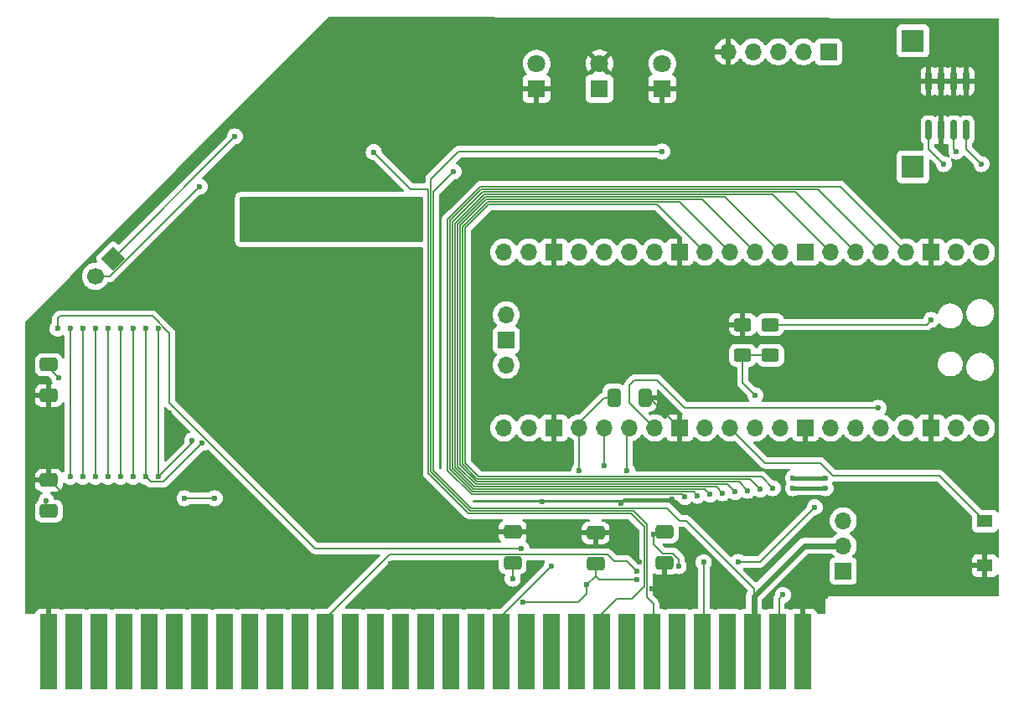
<source format=gbr>
%TF.GenerationSoftware,KiCad,Pcbnew,7.0.8*%
%TF.CreationDate,2024-01-15T19:48:56-06:00*%
%TF.ProjectId,ISA rev8,49534120-7265-4763-982e-6b696361645f,rev?*%
%TF.SameCoordinates,Original*%
%TF.FileFunction,Copper,L2,Bot*%
%TF.FilePolarity,Positive*%
%FSLAX46Y46*%
G04 Gerber Fmt 4.6, Leading zero omitted, Abs format (unit mm)*
G04 Created by KiCad (PCBNEW 7.0.8) date 2024-01-15 19:48:56*
%MOMM*%
%LPD*%
G01*
G04 APERTURE LIST*
G04 Aperture macros list*
%AMRoundRect*
0 Rectangle with rounded corners*
0 $1 Rounding radius*
0 $2 $3 $4 $5 $6 $7 $8 $9 X,Y pos of 4 corners*
0 Add a 4 corners polygon primitive as box body*
4,1,4,$2,$3,$4,$5,$6,$7,$8,$9,$2,$3,0*
0 Add four circle primitives for the rounded corners*
1,1,$1+$1,$2,$3*
1,1,$1+$1,$4,$5*
1,1,$1+$1,$6,$7*
1,1,$1+$1,$8,$9*
0 Add four rect primitives between the rounded corners*
20,1,$1+$1,$2,$3,$4,$5,0*
20,1,$1+$1,$4,$5,$6,$7,0*
20,1,$1+$1,$6,$7,$8,$9,0*
20,1,$1+$1,$8,$9,$2,$3,0*%
%AMHorizOval*
0 Thick line with rounded ends*
0 $1 width*
0 $2 $3 position (X,Y) of the first rounded end (center of the circle)*
0 $4 $5 position (X,Y) of the second rounded end (center of the circle)*
0 Add line between two ends*
20,1,$1,$2,$3,$4,$5,0*
0 Add two circle primitives to create the rounded ends*
1,1,$1,$2,$3*
1,1,$1,$4,$5*%
%AMRotRect*
0 Rectangle, with rotation*
0 The origin of the aperture is its center*
0 $1 length*
0 $2 width*
0 $3 Rotation angle, in degrees counterclockwise*
0 Add horizontal line*
21,1,$1,$2,0,0,$3*%
G04 Aperture macros list end*
%TA.AperFunction,ComponentPad*%
%ADD10R,1.800000X1.800000*%
%TD*%
%TA.AperFunction,ComponentPad*%
%ADD11C,1.800000*%
%TD*%
%TA.AperFunction,ComponentPad*%
%ADD12RotRect,1.700000X1.700000X315.000000*%
%TD*%
%TA.AperFunction,ComponentPad*%
%ADD13HorizOval,1.700000X0.000000X0.000000X0.000000X0.000000X0*%
%TD*%
%TA.AperFunction,ComponentPad*%
%ADD14R,2.300000X2.300000*%
%TD*%
%TA.AperFunction,ComponentPad*%
%ADD15R,1.700000X1.700000*%
%TD*%
%TA.AperFunction,ComponentPad*%
%ADD16O,1.700000X1.700000*%
%TD*%
%TA.AperFunction,ConnectorPad*%
%ADD17R,1.780000X7.620000*%
%TD*%
%TA.AperFunction,SMDPad,CuDef*%
%ADD18R,1.550000X1.300000*%
%TD*%
%TA.AperFunction,SMDPad,CuDef*%
%ADD19RoundRect,0.250000X0.650000X-0.412500X0.650000X0.412500X-0.650000X0.412500X-0.650000X-0.412500X0*%
%TD*%
%TA.AperFunction,SMDPad,CuDef*%
%ADD20RoundRect,0.250000X-0.650000X0.412500X-0.650000X-0.412500X0.650000X-0.412500X0.650000X0.412500X0*%
%TD*%
%TA.AperFunction,SMDPad,CuDef*%
%ADD21RoundRect,0.150000X-0.150000X0.825000X-0.150000X-0.825000X0.150000X-0.825000X0.150000X0.825000X0*%
%TD*%
%TA.AperFunction,SMDPad,CuDef*%
%ADD22RoundRect,0.250000X0.412500X0.650000X-0.412500X0.650000X-0.412500X-0.650000X0.412500X-0.650000X0*%
%TD*%
%TA.AperFunction,SMDPad,CuDef*%
%ADD23RoundRect,0.250000X0.625000X-0.400000X0.625000X0.400000X-0.625000X0.400000X-0.625000X-0.400000X0*%
%TD*%
%TA.AperFunction,SMDPad,CuDef*%
%ADD24RoundRect,0.250000X-0.625000X0.400000X-0.625000X-0.400000X0.625000X-0.400000X0.625000X0.400000X0*%
%TD*%
%TA.AperFunction,ViaPad*%
%ADD25C,0.600000*%
%TD*%
%TA.AperFunction,Conductor*%
%ADD26C,0.127000*%
%TD*%
%TA.AperFunction,Conductor*%
%ADD27C,0.200000*%
%TD*%
%TA.AperFunction,Conductor*%
%ADD28C,0.400000*%
%TD*%
%TA.AperFunction,Conductor*%
%ADD29C,0.600000*%
%TD*%
G04 APERTURE END LIST*
D10*
%TO.P,D2,1,K*%
%TO.N,Net-(D2-K)*%
X159004000Y-69596000D03*
D11*
%TO.P,D2,2,A*%
%TO.N,GND*%
X159004000Y-67056000D03*
%TD*%
D10*
%TO.P,D4,1,K*%
%TO.N,GND*%
X152654000Y-69596000D03*
D11*
%TO.P,D4,2,A*%
%TO.N,Net-(D4-A)*%
X152654000Y-67056000D03*
%TD*%
D12*
%TO.P,J5,1,Pin_1*%
%TO.N,Net-(BZ1--)*%
X109867561Y-86763794D03*
D13*
%TO.P,J5,2,Pin_2*%
%TO.N,Net-(BZ1-+)*%
X108071510Y-88559845D03*
%TD*%
D14*
%TO.P,J2,8*%
%TO.N,N/C*%
X190674000Y-77498000D03*
%TO.P,J2,9*%
X190674000Y-64758000D03*
%TD*%
D10*
%TO.P,D5,1,K*%
%TO.N,GND*%
X165354000Y-69596000D03*
D11*
%TO.P,D5,2,A*%
%TO.N,Net-(D5-A)*%
X165354000Y-67056000D03*
%TD*%
D15*
%TO.P,J3,1,Pin_1*%
%TO.N,unconnected-(J3-Pin_1-Pad1)*%
X183642000Y-118349000D03*
D16*
%TO.P,J3,2,Pin_2*%
%TO.N,+5VL*%
X183642000Y-115809000D03*
%TO.P,J3,3,Pin_3*%
%TO.N,Net-(J3-Pin_3)*%
X183642000Y-113269000D03*
%TD*%
%TO.P,U6,1,GPIO0*%
%TO.N,/I2C_SDA*%
X197612000Y-86106000D03*
%TO.P,U6,2,GPIO1*%
%TO.N,/I2C_SCL*%
X195072000Y-86106000D03*
D15*
%TO.P,U6,3,GND*%
%TO.N,GND*%
X192532000Y-86106000D03*
D16*
%TO.P,U6,4,GPIO2*%
%TO.N,/PD0*%
X189992000Y-86106000D03*
%TO.P,U6,5,GPIO3*%
%TO.N,/PD1*%
X187452000Y-86106000D03*
%TO.P,U6,6,GPIO4*%
%TO.N,/PD2*%
X184912000Y-86106000D03*
%TO.P,U6,7,GPIO5*%
%TO.N,/PD3*%
X182372000Y-86106000D03*
D15*
%TO.P,U6,8,GND*%
%TO.N,unconnected-(U6-GND-Pad8)*%
X179832000Y-86106000D03*
D16*
%TO.P,U6,9,GPIO6*%
%TO.N,/PD4*%
X177292000Y-86106000D03*
%TO.P,U6,10,GPIO7*%
%TO.N,/PD5*%
X174752000Y-86106000D03*
%TO.P,U6,11,GPIO8*%
%TO.N,/PD6*%
X172212000Y-86106000D03*
%TO.P,U6,12,GPIO9*%
%TO.N,/PD7*%
X169672000Y-86106000D03*
D15*
%TO.P,U6,13,GND*%
%TO.N,GND*%
X167132000Y-86106000D03*
D16*
%TO.P,U6,14,GPIO10*%
%TO.N,/PA0*%
X164592000Y-86106000D03*
%TO.P,U6,15,GPIO11*%
%TO.N,/PA1*%
X162052000Y-86106000D03*
%TO.P,U6,16,GPIO12*%
%TO.N,/PA2*%
X159512000Y-86106000D03*
%TO.P,U6,17,GPIO13*%
%TO.N,/PA3*%
X156972000Y-86106000D03*
D15*
%TO.P,U6,18,GND*%
%TO.N,GND*%
X154432000Y-86106000D03*
D16*
%TO.P,U6,19,GPIO14*%
%TO.N,/PA4*%
X151892000Y-86106000D03*
%TO.P,U6,20,GPIO15*%
%TO.N,/PA5*%
X149352000Y-86106000D03*
%TO.P,U6,21,GPIO16*%
%TO.N,/PA6*%
X149352000Y-103886000D03*
%TO.P,U6,22,GPIO17*%
%TO.N,/PA7*%
X151892000Y-103886000D03*
D15*
%TO.P,U6,23,GND*%
%TO.N,GND*%
X154432000Y-103886000D03*
D16*
%TO.P,U6,24,GPIO18*%
%TO.N,/busReady*%
X156972000Y-103886000D03*
%TO.P,U6,25,GPIO19*%
%TO.N,/CEbyte*%
X159512000Y-103886000D03*
%TO.P,U6,26,GPIO20*%
%TO.N,/ISAclk*%
X162052000Y-103886000D03*
%TO.P,U6,27,GPIO21*%
%TO.N,/remoteIRQ*%
X164592000Y-103886000D03*
D15*
%TO.P,U6,28,GND*%
%TO.N,GND*%
X167132000Y-103886000D03*
D16*
%TO.P,U6,29,GPIO22*%
%TO.N,/ISAreset*%
X169672000Y-103886000D03*
%TO.P,U6,30,RUN*%
%TO.N,/picoReset*%
X172212000Y-103886000D03*
%TO.P,U6,31,GPIO26_ADC0*%
%TO.N,/revDetect*%
X174752000Y-103886000D03*
%TO.P,U6,32,GPIO27_ADC1*%
%TO.N,/+5Vmon*%
X177292000Y-103886000D03*
D15*
%TO.P,U6,33,AGND*%
%TO.N,GND*%
X179832000Y-103886000D03*
D16*
%TO.P,U6,34,GPIO28_ADC2*%
%TO.N,/+12Vmon*%
X182372000Y-103886000D03*
%TO.P,U6,35,ADC_VREF*%
%TO.N,unconnected-(U6-ADC_VREF-Pad35)*%
X184912000Y-103886000D03*
%TO.P,U6,36,3V3*%
%TO.N,+3V3*%
X187452000Y-103886000D03*
%TO.P,U6,37,3V3_EN*%
%TO.N,unconnected-(U6-3V3_EN-Pad37)*%
X189992000Y-103886000D03*
D15*
%TO.P,U6,38,GND*%
%TO.N,GND*%
X192532000Y-103886000D03*
D16*
%TO.P,U6,39,VSYS*%
%TO.N,+5V*%
X195072000Y-103886000D03*
%TO.P,U6,40,VBUS*%
%TO.N,unconnected-(U6-VBUS-Pad40)*%
X197612000Y-103886000D03*
%TO.P,U6,41,SWCLK*%
%TO.N,unconnected-(U6-SWCLK-Pad41)*%
X149582000Y-92456000D03*
D15*
%TO.P,U6,42,GND*%
%TO.N,unconnected-(U6-GND-Pad42)*%
X149582000Y-94996000D03*
D16*
%TO.P,U6,43,SWDIO*%
%TO.N,unconnected-(U6-SWDIO-Pad43)*%
X149582000Y-97536000D03*
%TD*%
D17*
%TO.P,J1,1,GND*%
%TO.N,GND*%
X179583000Y-126492000D03*
%TO.P,J1,2,RESET*%
%TO.N,Net-(J1-RESET)*%
X177043000Y-126492000D03*
%TO.P,J1,3,VCC*%
%TO.N,+5VL*%
X174503000Y-126492000D03*
%TO.P,J1,4,IRQ2*%
%TO.N,unconnected-(J1-IRQ2-Pad4)*%
X171963000Y-126492000D03*
%TO.P,J1,5,-5V*%
%TO.N,Net-(J1--5V)*%
X169423000Y-126492000D03*
%TO.P,J1,6,DRQ2*%
%TO.N,unconnected-(J1-DRQ2-Pad6)*%
X166883000Y-126492000D03*
%TO.P,J1,7,-12V*%
%TO.N,Net-(J1--12V)*%
X164343000Y-126492000D03*
%TO.P,J1,8,UNUSED*%
%TO.N,unconnected-(J1-UNUSED-Pad8)*%
X161803000Y-126492000D03*
%TO.P,J1,9,+12V*%
%TO.N,+12V*%
X159263000Y-126492000D03*
%TO.P,J1,10,GND*%
%TO.N,unconnected-(J1-GND-Pad10)*%
X156723000Y-126492000D03*
%TO.P,J1,11,~{SMEMW}*%
%TO.N,unconnected-(J1-~{SMEMW}-Pad11)*%
X154183000Y-126492000D03*
%TO.P,J1,12,~{SMEMR}*%
%TO.N,unconnected-(J1-~{SMEMR}-Pad12)*%
X151643000Y-126492000D03*
%TO.P,J1,13,~{IOW}*%
%TO.N,/IOW*%
X149103000Y-126492000D03*
%TO.P,J1,14,~{IOR}*%
%TO.N,unconnected-(J1-~{IOR}-Pad14)*%
X146563000Y-126492000D03*
%TO.P,J1,15,~{DACK3}*%
%TO.N,unconnected-(J1-~{DACK3}-Pad15)*%
X144023000Y-126492000D03*
%TO.P,J1,16,DRQ3*%
%TO.N,unconnected-(J1-DRQ3-Pad16)*%
X141483000Y-126492000D03*
%TO.P,J1,17,~{DACK1}*%
%TO.N,unconnected-(J1-~{DACK1}-Pad17)*%
X138943000Y-126492000D03*
%TO.P,J1,18,DRQ1*%
%TO.N,unconnected-(J1-DRQ1-Pad18)*%
X136403000Y-126492000D03*
%TO.P,J1,19,~{DACK0}*%
%TO.N,unconnected-(J1-~{DACK0}-Pad19)*%
X133863000Y-126492000D03*
%TO.P,J1,20,CLK*%
%TO.N,Net-(J1-CLK)*%
X131323000Y-126492000D03*
%TO.P,J1,21,IRQ7*%
%TO.N,unconnected-(J1-IRQ7-Pad21)*%
X128783000Y-126492000D03*
%TO.P,J1,22,IRQ6*%
%TO.N,unconnected-(J1-IRQ6-Pad22)*%
X126243000Y-126492000D03*
%TO.P,J1,23,IRQ5*%
%TO.N,unconnected-(J1-IRQ5-Pad23)*%
X123703000Y-126492000D03*
%TO.P,J1,24,IRQ4*%
%TO.N,unconnected-(J1-IRQ4-Pad24)*%
X121163000Y-126492000D03*
%TO.P,J1,25,IRQ3*%
%TO.N,unconnected-(J1-IRQ3-Pad25)*%
X118623000Y-126492000D03*
%TO.P,J1,26,~{DACK2}*%
%TO.N,unconnected-(J1-~{DACK2}-Pad26)*%
X116083000Y-126492000D03*
%TO.P,J1,27,TC*%
%TO.N,unconnected-(J1-TC-Pad27)*%
X113543000Y-126492000D03*
%TO.P,J1,28,ALE*%
%TO.N,unconnected-(J1-ALE-Pad28)*%
X111003000Y-126492000D03*
%TO.P,J1,29,VCC*%
%TO.N,unconnected-(J1-VCC-Pad29)*%
X108463000Y-126492000D03*
%TO.P,J1,30,OSC*%
%TO.N,unconnected-(J1-OSC-Pad30)*%
X105923000Y-126492000D03*
%TO.P,J1,31,GND*%
%TO.N,GND*%
X103383000Y-126492000D03*
%TD*%
D18*
%TO.P,TP1,1,1*%
%TO.N,/picoReset*%
X197929500Y-113320000D03*
%TO.P,TP1,2,2*%
%TO.N,GND*%
X197929500Y-117820000D03*
%TD*%
D19*
%TO.P,C3,1*%
%TO.N,GND*%
X165608000Y-117513500D03*
%TO.P,C3,2*%
%TO.N,+3V3*%
X165608000Y-114388500D03*
%TD*%
%TO.P,C4,1*%
%TO.N,GND*%
X103373000Y-100622500D03*
%TO.P,C4,2*%
%TO.N,+3V3*%
X103373000Y-97497500D03*
%TD*%
D20*
%TO.P,C6,1*%
%TO.N,GND*%
X158623000Y-114515500D03*
%TO.P,C6,2*%
%TO.N,+3V3*%
X158623000Y-117640500D03*
%TD*%
D21*
%TO.P,U7,1,A0*%
%TO.N,GND*%
X192278000Y-68834000D03*
%TO.P,U7,2,A1*%
X193548000Y-68834000D03*
%TO.P,U7,3,A2*%
X194818000Y-68834000D03*
%TO.P,U7,4,GND*%
X196088000Y-68834000D03*
%TO.P,U7,5,SDA*%
%TO.N,/I2C_SDA*%
X196088000Y-73784000D03*
%TO.P,U7,6,SCL*%
%TO.N,/I2C_SCL*%
X194818000Y-73784000D03*
%TO.P,U7,7,WP*%
%TO.N,GND*%
X193548000Y-73784000D03*
%TO.P,U7,8,VCC*%
%TO.N,+5V*%
X192278000Y-73784000D03*
%TD*%
D20*
%TO.P,C1,1*%
%TO.N,GND*%
X150241000Y-114388500D03*
%TO.P,C1,2*%
%TO.N,+3V3*%
X150241000Y-117513500D03*
%TD*%
D22*
%TO.P,C7,1*%
%TO.N,GND*%
X163614500Y-100838000D03*
%TO.P,C7,2*%
%TO.N,/busReady*%
X160489500Y-100838000D03*
%TD*%
D15*
%TO.P,J4,1,Pin_1*%
%TO.N,/I2C_SDA*%
X182138000Y-65868000D03*
D16*
%TO.P,J4,2,Pin_2*%
%TO.N,/I2C_SCL*%
X179598000Y-65868000D03*
%TO.P,J4,3,Pin_3*%
%TO.N,+5V*%
X177058000Y-65868000D03*
%TO.P,J4,4,Pin_4*%
%TO.N,/remoteIRQ*%
X174518000Y-65868000D03*
%TO.P,J4,5,Pin_5*%
%TO.N,GND*%
X171978000Y-65868000D03*
%TD*%
D23*
%TO.P,R11,1*%
%TO.N,/revDetect*%
X173482000Y-96546000D03*
%TO.P,R11,2*%
%TO.N,GND*%
X173482000Y-93446000D03*
%TD*%
D20*
%TO.P,C5,1*%
%TO.N,GND*%
X103373000Y-109181500D03*
%TO.P,C5,2*%
%TO.N,+3V3*%
X103373000Y-112306500D03*
%TD*%
D24*
%TO.P,R10,1*%
%TO.N,+5V*%
X176276000Y-93446000D03*
%TO.P,R10,2*%
%TO.N,/revDetect*%
X176276000Y-96546000D03*
%TD*%
D25*
%TO.N,GND*%
X154178000Y-114935000D03*
X177927000Y-121920000D03*
X163068000Y-117475000D03*
X164338000Y-120142000D03*
X153212800Y-111353600D03*
X116205000Y-103505000D03*
X133538000Y-113350000D03*
X190246000Y-67310000D03*
X138049000Y-69723000D03*
X170230800Y-114401600D03*
X115570000Y-114427000D03*
X145796000Y-70104000D03*
X167538400Y-114401600D03*
X190246000Y-72390000D03*
X171246800Y-115417600D03*
X162560000Y-114173000D03*
X115570000Y-102362000D03*
X168554400Y-115417600D03*
X190246000Y-74930000D03*
X166370000Y-111125000D03*
X117602000Y-102108000D03*
X137922000Y-117602000D03*
X135636000Y-117602000D03*
X161163000Y-111506000D03*
%TO.N,+3V3*%
X178562000Y-109982000D03*
X104394000Y-98806000D03*
X103124000Y-111252000D03*
X140462000Y-81026000D03*
X123444000Y-84582000D03*
X181864000Y-108966000D03*
X150241000Y-119126000D03*
X123444000Y-81026000D03*
X157734000Y-119761000D03*
X140462000Y-84582000D03*
X181864000Y-109982000D03*
X162814000Y-119253000D03*
X151257000Y-121539000D03*
X167005000Y-117856000D03*
X178562000Y-108966000D03*
X164465000Y-114681000D03*
%TO.N,Net-(BZ1--)*%
X122174000Y-74422000D03*
%TO.N,Net-(BZ1-+)*%
X118618000Y-79502000D03*
%TO.N,/busReady*%
X156972000Y-108204000D03*
%TO.N,+5VL*%
X144272000Y-77978000D03*
%TO.N,Net-(J1-RESET)*%
X177546000Y-120777000D03*
%TO.N,/IOW*%
X154178000Y-117856000D03*
%TO.N,Net-(J1--5V)*%
X173056430Y-117430430D03*
X180756011Y-111922011D03*
X169545000Y-117475000D03*
%TO.N,Net-(J1--12V)*%
X165354000Y-75946000D03*
%TO.N,Net-(J1-CLK)*%
X162814000Y-118364000D03*
%TO.N,+5V*%
X192532000Y-92964000D03*
X193802000Y-77216000D03*
%TO.N,+12V*%
X136207500Y-76009500D03*
%TO.N,/I2C_SDA*%
X197612000Y-77216000D03*
%TO.N,/I2C_SCL*%
X195072000Y-75946000D03*
%TO.N,/PD7*%
X176530000Y-109982000D03*
%TO.N,/PD6*%
X175260000Y-110109000D03*
%TO.N,/PD5*%
X173990000Y-110236000D03*
%TO.N,/PD4*%
X172720000Y-110363000D03*
%TO.N,/PD3*%
X171450000Y-110490000D03*
%TO.N,/PD2*%
X170180000Y-110617000D03*
%TO.N,/PD1*%
X168910000Y-110744000D03*
%TO.N,/PD0*%
X167640000Y-110871000D03*
%TO.N,/PA7*%
X114427000Y-93853000D03*
X117856000Y-105156000D03*
X114427000Y-108839000D03*
%TO.N,/PA6*%
X118872000Y-105410000D03*
X113157000Y-108839000D03*
X113157000Y-93853000D03*
%TO.N,/PA5*%
X111882000Y-93858000D03*
X111887000Y-108839000D03*
%TO.N,/PA4*%
X110617000Y-108839000D03*
X110617000Y-93853000D03*
%TO.N,/PA3*%
X109347000Y-108839000D03*
X109347000Y-93853000D03*
%TO.N,/PA2*%
X108077000Y-108839000D03*
X108077000Y-93853000D03*
%TO.N,/PA1*%
X106807000Y-108839000D03*
X106807000Y-93853000D03*
%TO.N,/PA0*%
X105532000Y-108834000D03*
X105537000Y-93853000D03*
%TO.N,/revDetect*%
X174752000Y-100584000D03*
%TO.N,Net-(U4-CE)*%
X104267000Y-93853000D03*
X151130000Y-116078000D03*
%TO.N,/CEbyte*%
X159512000Y-107696000D03*
X117094000Y-110998000D03*
X120142000Y-110998000D03*
%TO.N,/ISAclk*%
X161798000Y-108204000D03*
%TO.N,/remoteIRQ*%
X187198000Y-101854000D03*
%TD*%
D26*
%TO.N,GND*%
X163614500Y-100838000D02*
X164084000Y-100838000D01*
D27*
X104965500Y-110680500D02*
X105029000Y-110744000D01*
X103466500Y-109181500D02*
X104965500Y-110680500D01*
D26*
X161544000Y-111125000D02*
X161163000Y-111506000D01*
D27*
X103373000Y-109181500D02*
X103466500Y-109181500D01*
D26*
X164084000Y-100838000D02*
X167132000Y-103886000D01*
X166370000Y-111125000D02*
X161544000Y-111125000D01*
D27*
%TO.N,+3V3*%
X158623000Y-118872000D02*
X159004000Y-119253000D01*
X103124000Y-112057500D02*
X103373000Y-112306500D01*
X156845000Y-121539000D02*
X157734000Y-120650000D01*
X164757500Y-114388500D02*
X164465000Y-114681000D01*
D28*
X178562000Y-109982000D02*
X181864000Y-109982000D01*
D27*
X165371400Y-116586000D02*
X164465000Y-115679600D01*
X167005000Y-117856000D02*
X167005000Y-117174099D01*
X164465000Y-115679600D02*
X164465000Y-114681000D01*
X159004000Y-119253000D02*
X162814000Y-119253000D01*
X103124000Y-111252000D02*
X103124000Y-112057500D01*
X157734000Y-120650000D02*
X157734000Y-119761000D01*
X103373000Y-97785000D02*
X104394000Y-98806000D01*
D28*
X181864000Y-108966000D02*
X178562000Y-108966000D01*
D27*
X158623000Y-118872000D02*
X158623000Y-117640500D01*
X167005000Y-117174099D02*
X166416901Y-116586000D01*
D26*
X150241000Y-119126000D02*
X150241000Y-117513500D01*
D27*
X165608000Y-114388500D02*
X164757500Y-114388500D01*
X157734000Y-119761000D02*
X158623000Y-118872000D01*
X166416901Y-116586000D02*
X165371400Y-116586000D01*
X151257000Y-121539000D02*
X156845000Y-121539000D01*
D26*
X103373000Y-97497500D02*
X103373000Y-97785000D01*
%TO.N,Net-(BZ1--)*%
X122174000Y-74457355D02*
X122174000Y-74422000D01*
X109867561Y-86763794D02*
X122174000Y-74457355D01*
%TO.N,Net-(BZ1-+)*%
X118618000Y-79502000D02*
X118600845Y-79502000D01*
X109543000Y-88559845D02*
X108071510Y-88559845D01*
X118600845Y-79502000D02*
X109543000Y-88559845D01*
%TO.N,/busReady*%
X159512000Y-100838000D02*
X156972000Y-103378000D01*
X160489500Y-100838000D02*
X159512000Y-100838000D01*
X156972000Y-108204000D02*
X156972000Y-103886000D01*
X156972000Y-103378000D02*
X156972000Y-103886000D01*
D29*
%TO.N,+5VL*%
X174630000Y-120870978D02*
X174630000Y-126492000D01*
D26*
X142240480Y-108204480D02*
X142240480Y-80010480D01*
X174630000Y-120870978D02*
X174630000Y-120136022D01*
D29*
X179691978Y-115809000D02*
X183642000Y-115809000D01*
D26*
X167777978Y-113284000D02*
X167132000Y-113284000D01*
X167132000Y-113284000D02*
X165862480Y-112014480D01*
D29*
X174630000Y-120870978D02*
X179691978Y-115809000D01*
D26*
X146050480Y-112014480D02*
X142240480Y-108204480D01*
X165862480Y-112014480D02*
X146050480Y-112014480D01*
X174630000Y-120136022D02*
X167777978Y-113284000D01*
X142240480Y-80010480D02*
X144272000Y-77978000D01*
X144272000Y-77978000D02*
X144145480Y-78105480D01*
%TO.N,Net-(J1-RESET)*%
X177170000Y-121153000D02*
X177170000Y-126492000D01*
X177546000Y-120777000D02*
X177170000Y-121153000D01*
%TO.N,/IOW*%
X149230000Y-122804000D02*
X149230000Y-126492000D01*
X154178000Y-117856000D02*
X149230000Y-122804000D01*
%TO.N,Net-(J1--5V)*%
X180756011Y-111922011D02*
X175247592Y-117430430D01*
X169550000Y-117480000D02*
X169550000Y-126492000D01*
X175247592Y-117430430D02*
X173056430Y-117430430D01*
X169545000Y-117475000D02*
X169550000Y-117480000D01*
%TO.N,Net-(J1--12V)*%
X144780480Y-75946000D02*
X165354000Y-75946000D01*
X162433000Y-112268000D02*
X145945468Y-112268000D01*
X141986480Y-108309012D02*
X141986480Y-78740000D01*
X163830000Y-121031000D02*
X163830000Y-113665000D01*
X164470000Y-121671000D02*
X163830000Y-121031000D01*
X164470000Y-126492000D02*
X164470000Y-121671000D01*
X163830000Y-113665000D02*
X162433000Y-112268000D01*
X145945468Y-112268000D02*
X145870734Y-112193266D01*
X145945948Y-112268480D02*
X145870734Y-112193266D01*
X141986480Y-78740000D02*
X144780480Y-75946000D01*
X145870734Y-112193266D02*
X141986480Y-108309012D01*
%TO.N,Net-(J1-CLK)*%
X137847020Y-116660980D02*
X159818020Y-116660980D01*
X159818020Y-116660980D02*
X160505040Y-117348000D01*
X131323000Y-123185000D02*
X137847020Y-116660980D01*
X160505040Y-117348000D02*
X161798000Y-117348000D01*
X161798000Y-117348000D02*
X162814000Y-118364000D01*
%TO.N,+5V*%
X192532000Y-92964000D02*
X192050000Y-93446000D01*
X192278000Y-75692000D02*
X192278000Y-73784000D01*
X193802000Y-77216000D02*
X192278000Y-75692000D01*
X192050000Y-93446000D02*
X176276000Y-93446000D01*
%TO.N,+12V*%
X159263000Y-122677000D02*
X159263000Y-126492000D01*
X163576480Y-119887520D02*
X163576480Y-113919480D01*
X145796000Y-112522000D02*
X162179000Y-112522000D01*
X159263000Y-122677000D02*
X160782000Y-121158000D01*
X162242500Y-112585500D02*
X162178520Y-112521520D01*
X162179000Y-112522000D02*
X162242500Y-112585500D01*
X141732960Y-79756000D02*
X139954000Y-79756000D01*
X141732960Y-108458960D02*
X141732960Y-79756000D01*
X163576480Y-113919480D02*
X162242500Y-112585500D01*
X139954000Y-79756000D02*
X136207500Y-76009500D01*
X145796000Y-112522000D02*
X141732960Y-108458960D01*
X162306000Y-121158000D02*
X163576480Y-119887520D01*
X160782000Y-121158000D02*
X162306000Y-121158000D01*
%TO.N,/I2C_SDA*%
X197612000Y-77216000D02*
X196088000Y-75692000D01*
X196088000Y-75692000D02*
X196088000Y-73784000D01*
%TO.N,/I2C_SCL*%
X195072000Y-75946000D02*
X194818000Y-75692000D01*
X194818000Y-75692000D02*
X194818000Y-73784000D01*
%TO.N,/PD7*%
X176530000Y-109982000D02*
X175387000Y-108839000D01*
X146812480Y-108839480D02*
X145415480Y-107442480D01*
X164845520Y-81279520D02*
X165100000Y-81534000D01*
X145415480Y-107442480D02*
X145415480Y-83693480D01*
X146812480Y-108839480D02*
X175387480Y-108839480D01*
X147828960Y-81280000D02*
X164846000Y-81280000D01*
X165100000Y-81534000D02*
X169672000Y-86106000D01*
X145415480Y-83693480D02*
X147828960Y-81280000D01*
X164846000Y-81280000D02*
X165100000Y-81534000D01*
%TO.N,/PD6*%
X172212000Y-86106000D02*
X167132000Y-81026000D01*
X174244000Y-109093000D02*
X146707470Y-109093000D01*
X175260000Y-110109000D02*
X174244000Y-109093000D01*
X167132000Y-81026000D02*
X147724428Y-81026000D01*
X146707470Y-109093000D02*
X146569235Y-108954765D01*
X145161960Y-83588468D02*
X145161960Y-107547491D01*
X145161960Y-107547491D02*
X146569235Y-108954765D01*
X146569235Y-108954765D02*
X146707949Y-109093480D01*
X147724428Y-81026000D02*
X145161960Y-83588468D01*
%TO.N,/PD5*%
X147320480Y-81026480D02*
X147574000Y-80772960D01*
X147574480Y-80772480D02*
X147574000Y-80772000D01*
X169418480Y-80772480D02*
X147574480Y-80772480D01*
X144908440Y-107652502D02*
X144908440Y-83438520D01*
X147320480Y-81025520D02*
X147320480Y-81026480D01*
X146603418Y-109347480D02*
X173100520Y-109347480D01*
X169418480Y-80772480D02*
X174752000Y-86106000D01*
X173100520Y-109347480D02*
X173101000Y-109347000D01*
X173990000Y-110236000D02*
X173101000Y-109347000D01*
X146603418Y-109347480D02*
X144908440Y-107652502D01*
X144908440Y-83438520D02*
X147320480Y-81026480D01*
X147574000Y-80772000D02*
X147320480Y-81025520D01*
%TO.N,/PD4*%
X144654920Y-83311040D02*
X144654920Y-107757513D01*
X144654920Y-107757513D02*
X146499367Y-109601960D01*
X171704000Y-80518000D02*
X147447960Y-80518000D01*
X146499847Y-109601480D02*
X146499367Y-109601960D01*
X171958480Y-109601480D02*
X146499847Y-109601480D01*
X147447960Y-80518000D02*
X144654920Y-83311040D01*
X172720000Y-110363000D02*
X171958480Y-109601480D01*
X177292000Y-86106000D02*
X171704000Y-80518000D01*
%TO.N,/PD3*%
X146394355Y-109855480D02*
X170111461Y-109855480D01*
X144401400Y-107862524D02*
X144401400Y-83206028D01*
X144401400Y-83206028D02*
X147342948Y-80264480D01*
X176530000Y-80264000D02*
X147594548Y-80264000D01*
X176530000Y-80264000D02*
X182372000Y-86106000D01*
X147594068Y-80264480D02*
X147342948Y-80264480D01*
X170111941Y-109855000D02*
X170815000Y-109855000D01*
X170111461Y-109855480D02*
X170111941Y-109855000D01*
X146394355Y-109855480D02*
X144401400Y-107862524D01*
X147594548Y-80264000D02*
X147594068Y-80264480D01*
X171450000Y-110490000D02*
X170815000Y-109855000D01*
%TO.N,/PD2*%
X144147880Y-83056080D02*
X144147880Y-107967535D01*
X146106173Y-109925827D02*
X146289825Y-110109480D01*
X170180000Y-110617000D02*
X169672000Y-110109000D01*
X178816000Y-80010000D02*
X147193960Y-80010000D01*
X147193960Y-80010000D02*
X144147880Y-83056080D01*
X146289346Y-110109000D02*
X146106173Y-109925827D01*
X184912000Y-86106000D02*
X178816000Y-80010000D01*
X169672000Y-110109000D02*
X146289346Y-110109000D01*
X144147880Y-107967535D02*
X146106173Y-109925827D01*
%TO.N,/PD1*%
X146185294Y-110363480D02*
X143894360Y-108072546D01*
X146812480Y-80010480D02*
X147065520Y-79757440D01*
X146185774Y-110363000D02*
X168529000Y-110363000D01*
X146185294Y-110363480D02*
X146185774Y-110363000D01*
X143894360Y-108072546D02*
X143894360Y-82928600D01*
X147066961Y-79756000D02*
X146812480Y-80010480D01*
X187452000Y-86106000D02*
X181102000Y-79756000D01*
X181102000Y-79756000D02*
X147066961Y-79756000D01*
X168910000Y-110744000D02*
X168529000Y-110363000D01*
X143894360Y-82928600D02*
X146812480Y-80010480D01*
%TO.N,/PD0*%
X167385040Y-110617000D02*
X167385520Y-110616520D01*
X146887215Y-79577215D02*
X146960509Y-79503920D01*
X143640840Y-82823589D02*
X146887215Y-79577215D01*
X143640840Y-108177557D02*
X143640840Y-82823589D01*
X146961950Y-79502480D02*
X146887215Y-79577215D01*
X183388480Y-79502480D02*
X146961950Y-79502480D01*
X189992000Y-86106000D02*
X183388480Y-79502480D01*
X146080282Y-110617000D02*
X167385040Y-110617000D01*
X167640000Y-110871000D02*
X167385520Y-110616520D01*
X146080282Y-110617000D02*
X143640840Y-108177557D01*
%TO.N,/PA7*%
X114427000Y-93853000D02*
X114427000Y-108839000D01*
X114427000Y-108839000D02*
X117856000Y-105410000D01*
X117856000Y-105410000D02*
X117856000Y-105156000D01*
%TO.N,/PA6*%
X148882500Y-103759000D02*
X149352000Y-103759000D01*
X113157000Y-108839000D02*
X113647011Y-109329011D01*
X113647011Y-109329011D02*
X114952989Y-109329011D01*
X114952989Y-109329011D02*
X118872000Y-105410000D01*
X113157000Y-93853000D02*
X113157000Y-108839000D01*
%TO.N,/PA5*%
X111887000Y-93863000D02*
X111887000Y-108839000D01*
X111882000Y-93858000D02*
X111887000Y-93863000D01*
%TO.N,/PA4*%
X110617000Y-108839000D02*
X110617000Y-93853000D01*
X151892000Y-85979000D02*
X151892000Y-85471000D01*
%TO.N,/PA3*%
X109347000Y-108839000D02*
X109347000Y-93853000D01*
%TO.N,/PA2*%
X108077000Y-93853000D02*
X108077000Y-108839000D01*
%TO.N,/PA1*%
X106807000Y-108839000D02*
X106807000Y-93853000D01*
%TO.N,/PA0*%
X105537000Y-108829000D02*
X105532000Y-108834000D01*
X105537000Y-93853000D02*
X105537000Y-108829000D01*
%TO.N,/revDetect*%
X173482000Y-99314000D02*
X174752000Y-100584000D01*
X173482000Y-96546000D02*
X173482000Y-99314000D01*
X173482000Y-96546000D02*
X176276000Y-96546000D01*
%TO.N,/picoReset*%
X172212000Y-103886000D02*
X175768000Y-107442000D01*
X175768000Y-107442000D02*
X181356000Y-107442000D01*
X181356000Y-107442000D02*
X182626000Y-108712000D01*
X193321500Y-108712000D02*
X197929500Y-113320000D01*
X182626000Y-108712000D02*
X193321500Y-108712000D01*
%TO.N,Net-(U4-CE)*%
X104267000Y-93853000D02*
X104267000Y-92837000D01*
X104521000Y-92583000D02*
X113849981Y-92583000D01*
X104267000Y-92837000D02*
X104521000Y-92583000D01*
X113849981Y-92583000D02*
X115570000Y-94303019D01*
X130302000Y-116078000D02*
X151130000Y-116078000D01*
X115570000Y-101346000D02*
X130302000Y-116078000D01*
X115570000Y-94303019D02*
X115570000Y-101346000D01*
%TO.N,/CEbyte*%
X159512000Y-107696000D02*
X159512000Y-103886000D01*
X117094000Y-110998000D02*
X120142000Y-110998000D01*
%TO.N,/ISAclk*%
X161798000Y-108204000D02*
X161798000Y-104140000D01*
X161798000Y-104140000D02*
X162052000Y-103886000D01*
%TO.N,/remoteIRQ*%
X187198000Y-101854000D02*
X167640000Y-101854000D01*
X162052000Y-101346000D02*
X164592000Y-103886000D01*
X164846000Y-99060000D02*
X162560000Y-99060000D01*
X162560000Y-99060000D02*
X162052000Y-99568000D01*
X167640000Y-101854000D02*
X164846000Y-99060000D01*
X162052000Y-99568000D02*
X162052000Y-101346000D01*
%TD*%
%TA.AperFunction,Conductor*%
%TO.N,GND*%
G36*
X199264233Y-62483767D02*
G01*
X199332317Y-62503895D01*
X199378710Y-62557637D01*
X199390000Y-62609767D01*
X199390000Y-112359790D01*
X199369998Y-112427911D01*
X199316342Y-112474404D01*
X199246068Y-112484508D01*
X199181488Y-112455014D01*
X199161634Y-112430377D01*
X199160790Y-112431010D01*
X199067761Y-112306738D01*
X198950707Y-112219112D01*
X198950702Y-112219110D01*
X198813704Y-112168011D01*
X198813696Y-112168009D01*
X198753149Y-112161500D01*
X198753138Y-112161500D01*
X197632120Y-112161500D01*
X197563999Y-112141498D01*
X197543025Y-112124595D01*
X195683387Y-110264957D01*
X193755394Y-108336964D01*
X193749963Y-108330771D01*
X193729454Y-108304044D01*
X193700364Y-108281723D01*
X193689042Y-108273035D01*
X193609968Y-108212359D01*
X193593209Y-108205417D01*
X193470820Y-108154722D01*
X193408225Y-108146481D01*
X193358992Y-108140000D01*
X193358988Y-108140000D01*
X193355311Y-108139516D01*
X193355304Y-108139515D01*
X193321502Y-108135065D01*
X193321499Y-108135065D01*
X193288112Y-108139460D01*
X193279881Y-108140000D01*
X182915120Y-108140000D01*
X182846999Y-108119998D01*
X182826025Y-108103095D01*
X182330130Y-107607200D01*
X181789894Y-107066964D01*
X181784463Y-107060771D01*
X181763953Y-107034043D01*
X181644474Y-106942363D01*
X181644466Y-106942358D01*
X181505320Y-106884722D01*
X181442725Y-106876481D01*
X181393492Y-106870000D01*
X181393488Y-106870000D01*
X181389811Y-106869516D01*
X181389804Y-106869515D01*
X181356002Y-106865065D01*
X181355999Y-106865065D01*
X181322612Y-106869460D01*
X181314381Y-106870000D01*
X176057121Y-106870000D01*
X175989000Y-106849998D01*
X175968026Y-106833095D01*
X175338147Y-106203216D01*
X174594524Y-105459594D01*
X174560500Y-105397283D01*
X174565564Y-105326468D01*
X174608111Y-105269632D01*
X174674631Y-105244821D01*
X174683620Y-105244500D01*
X174864565Y-105244500D01*
X174864569Y-105244500D01*
X175086635Y-105207444D01*
X175299574Y-105134342D01*
X175497576Y-105027189D01*
X175675240Y-104888906D01*
X175827722Y-104723268D01*
X175916518Y-104587354D01*
X175970520Y-104541268D01*
X176040868Y-104531692D01*
X176105225Y-104561669D01*
X176127480Y-104587353D01*
X176160607Y-104638058D01*
X176216275Y-104723265D01*
X176216279Y-104723270D01*
X176368762Y-104888908D01*
X176417389Y-104926756D01*
X176546424Y-105027189D01*
X176744426Y-105134342D01*
X176744427Y-105134342D01*
X176744428Y-105134343D01*
X176824944Y-105161984D01*
X176957365Y-105207444D01*
X177179431Y-105244500D01*
X177179435Y-105244500D01*
X177404565Y-105244500D01*
X177404569Y-105244500D01*
X177626635Y-105207444D01*
X177839574Y-105134342D01*
X178037576Y-105027189D01*
X178215240Y-104888906D01*
X178276626Y-104822222D01*
X178337476Y-104785654D01*
X178408441Y-104787787D01*
X178466986Y-104827949D01*
X178487380Y-104863529D01*
X178531553Y-104981961D01*
X178531555Y-104981965D01*
X178619095Y-105098904D01*
X178736034Y-105186444D01*
X178872906Y-105237494D01*
X178933402Y-105243999D01*
X178933415Y-105244000D01*
X179578000Y-105244000D01*
X179578000Y-104330668D01*
X179686839Y-104380373D01*
X179795527Y-104396000D01*
X179868473Y-104396000D01*
X179977161Y-104380373D01*
X180086000Y-104330668D01*
X180086000Y-105244000D01*
X180730585Y-105244000D01*
X180730597Y-105243999D01*
X180791093Y-105237494D01*
X180927964Y-105186444D01*
X180927965Y-105186444D01*
X181044904Y-105098904D01*
X181132444Y-104981965D01*
X181176618Y-104863530D01*
X181219165Y-104806694D01*
X181285685Y-104781883D01*
X181355059Y-104796974D01*
X181387372Y-104822222D01*
X181392645Y-104827949D01*
X181448762Y-104888908D01*
X181497389Y-104926756D01*
X181626424Y-105027189D01*
X181824426Y-105134342D01*
X181824427Y-105134342D01*
X181824428Y-105134343D01*
X181904944Y-105161984D01*
X182037365Y-105207444D01*
X182259431Y-105244500D01*
X182259435Y-105244500D01*
X182484565Y-105244500D01*
X182484569Y-105244500D01*
X182706635Y-105207444D01*
X182919574Y-105134342D01*
X183117576Y-105027189D01*
X183295240Y-104888906D01*
X183447722Y-104723268D01*
X183536518Y-104587354D01*
X183590520Y-104541268D01*
X183660868Y-104531692D01*
X183725225Y-104561669D01*
X183747480Y-104587353D01*
X183780607Y-104638058D01*
X183836275Y-104723265D01*
X183836279Y-104723270D01*
X183988762Y-104888908D01*
X184037389Y-104926756D01*
X184166424Y-105027189D01*
X184364426Y-105134342D01*
X184364427Y-105134342D01*
X184364428Y-105134343D01*
X184444944Y-105161984D01*
X184577365Y-105207444D01*
X184799431Y-105244500D01*
X184799435Y-105244500D01*
X185024565Y-105244500D01*
X185024569Y-105244500D01*
X185246635Y-105207444D01*
X185459574Y-105134342D01*
X185657576Y-105027189D01*
X185835240Y-104888906D01*
X185987722Y-104723268D01*
X186076518Y-104587354D01*
X186130520Y-104541268D01*
X186200868Y-104531692D01*
X186265225Y-104561669D01*
X186287480Y-104587353D01*
X186320607Y-104638058D01*
X186376275Y-104723265D01*
X186376279Y-104723270D01*
X186528762Y-104888908D01*
X186577389Y-104926756D01*
X186706424Y-105027189D01*
X186904426Y-105134342D01*
X186904427Y-105134342D01*
X186904428Y-105134343D01*
X186984944Y-105161984D01*
X187117365Y-105207444D01*
X187339431Y-105244500D01*
X187339435Y-105244500D01*
X187564565Y-105244500D01*
X187564569Y-105244500D01*
X187786635Y-105207444D01*
X187999574Y-105134342D01*
X188197576Y-105027189D01*
X188375240Y-104888906D01*
X188527722Y-104723268D01*
X188616518Y-104587354D01*
X188670520Y-104541268D01*
X188740868Y-104531692D01*
X188805225Y-104561669D01*
X188827480Y-104587353D01*
X188860607Y-104638058D01*
X188916275Y-104723265D01*
X188916279Y-104723270D01*
X189068762Y-104888908D01*
X189117389Y-104926756D01*
X189246424Y-105027189D01*
X189444426Y-105134342D01*
X189444427Y-105134342D01*
X189444428Y-105134343D01*
X189524944Y-105161984D01*
X189657365Y-105207444D01*
X189879431Y-105244500D01*
X189879435Y-105244500D01*
X190104565Y-105244500D01*
X190104569Y-105244500D01*
X190326635Y-105207444D01*
X190539574Y-105134342D01*
X190737576Y-105027189D01*
X190915240Y-104888906D01*
X190976626Y-104822222D01*
X191037476Y-104785654D01*
X191108441Y-104787787D01*
X191166986Y-104827949D01*
X191187380Y-104863529D01*
X191231553Y-104981961D01*
X191231555Y-104981965D01*
X191319095Y-105098904D01*
X191436034Y-105186444D01*
X191572906Y-105237494D01*
X191633402Y-105243999D01*
X191633415Y-105244000D01*
X192278000Y-105244000D01*
X192278000Y-104330668D01*
X192386839Y-104380373D01*
X192495527Y-104396000D01*
X192568473Y-104396000D01*
X192677161Y-104380373D01*
X192786000Y-104330668D01*
X192786000Y-105244000D01*
X193430585Y-105244000D01*
X193430597Y-105243999D01*
X193491093Y-105237494D01*
X193627964Y-105186444D01*
X193627965Y-105186444D01*
X193744904Y-105098904D01*
X193832444Y-104981965D01*
X193876618Y-104863530D01*
X193919165Y-104806694D01*
X193985685Y-104781883D01*
X194055059Y-104796974D01*
X194087372Y-104822222D01*
X194092645Y-104827949D01*
X194148762Y-104888908D01*
X194197389Y-104926756D01*
X194326424Y-105027189D01*
X194524426Y-105134342D01*
X194524427Y-105134342D01*
X194524428Y-105134343D01*
X194604944Y-105161984D01*
X194737365Y-105207444D01*
X194959431Y-105244500D01*
X194959435Y-105244500D01*
X195184565Y-105244500D01*
X195184569Y-105244500D01*
X195406635Y-105207444D01*
X195619574Y-105134342D01*
X195817576Y-105027189D01*
X195995240Y-104888906D01*
X196147722Y-104723268D01*
X196236518Y-104587354D01*
X196290520Y-104541268D01*
X196360868Y-104531692D01*
X196425225Y-104561669D01*
X196447480Y-104587353D01*
X196480607Y-104638058D01*
X196536275Y-104723265D01*
X196536279Y-104723270D01*
X196688762Y-104888908D01*
X196737389Y-104926756D01*
X196866424Y-105027189D01*
X197064426Y-105134342D01*
X197064427Y-105134342D01*
X197064428Y-105134343D01*
X197144944Y-105161984D01*
X197277365Y-105207444D01*
X197499431Y-105244500D01*
X197499435Y-105244500D01*
X197724565Y-105244500D01*
X197724569Y-105244500D01*
X197946635Y-105207444D01*
X198159574Y-105134342D01*
X198357576Y-105027189D01*
X198535240Y-104888906D01*
X198687722Y-104723268D01*
X198810860Y-104534791D01*
X198901296Y-104328616D01*
X198956564Y-104110368D01*
X198975156Y-103886000D01*
X198956564Y-103661632D01*
X198954125Y-103652002D01*
X198901297Y-103443387D01*
X198901296Y-103443386D01*
X198901296Y-103443384D01*
X198810860Y-103237209D01*
X198804140Y-103226924D01*
X198687724Y-103048734D01*
X198687720Y-103048729D01*
X198535237Y-102883091D01*
X198415684Y-102790039D01*
X198357576Y-102744811D01*
X198159574Y-102637658D01*
X198159572Y-102637657D01*
X198159571Y-102637656D01*
X197946639Y-102564557D01*
X197946630Y-102564555D01*
X197885761Y-102554398D01*
X197724569Y-102527500D01*
X197499431Y-102527500D01*
X197366399Y-102549699D01*
X197277369Y-102564555D01*
X197277360Y-102564557D01*
X197064428Y-102637656D01*
X197064426Y-102637658D01*
X196964048Y-102691980D01*
X196866426Y-102744810D01*
X196866424Y-102744811D01*
X196688762Y-102883091D01*
X196536279Y-103048729D01*
X196447483Y-103184643D01*
X196393479Y-103230731D01*
X196323131Y-103240306D01*
X196258774Y-103210329D01*
X196236517Y-103184643D01*
X196147720Y-103048729D01*
X195995237Y-102883091D01*
X195875684Y-102790039D01*
X195817576Y-102744811D01*
X195619574Y-102637658D01*
X195619572Y-102637657D01*
X195619571Y-102637656D01*
X195406639Y-102564557D01*
X195406630Y-102564555D01*
X195345761Y-102554398D01*
X195184569Y-102527500D01*
X194959431Y-102527500D01*
X194826399Y-102549699D01*
X194737369Y-102564555D01*
X194737360Y-102564557D01*
X194524428Y-102637656D01*
X194524426Y-102637658D01*
X194424048Y-102691980D01*
X194326426Y-102744810D01*
X194326424Y-102744811D01*
X194148759Y-102883094D01*
X194087374Y-102949775D01*
X194026521Y-102986346D01*
X193955557Y-102984211D01*
X193897012Y-102944049D01*
X193876618Y-102908470D01*
X193832443Y-102790033D01*
X193744904Y-102673095D01*
X193627965Y-102585555D01*
X193491093Y-102534505D01*
X193430597Y-102528000D01*
X192786000Y-102528000D01*
X192786000Y-103441331D01*
X192677161Y-103391627D01*
X192568473Y-103376000D01*
X192495527Y-103376000D01*
X192386839Y-103391627D01*
X192278000Y-103441331D01*
X192278000Y-102528000D01*
X191633402Y-102528000D01*
X191572906Y-102534505D01*
X191436035Y-102585555D01*
X191436034Y-102585555D01*
X191319095Y-102673095D01*
X191231555Y-102790034D01*
X191231553Y-102790039D01*
X191187380Y-102908470D01*
X191144833Y-102965306D01*
X191078313Y-102990116D01*
X191008939Y-102975024D01*
X190976626Y-102949777D01*
X190915240Y-102883094D01*
X190915239Y-102883093D01*
X190915237Y-102883091D01*
X190795684Y-102790039D01*
X190737576Y-102744811D01*
X190539574Y-102637658D01*
X190539572Y-102637657D01*
X190539571Y-102637656D01*
X190326639Y-102564557D01*
X190326630Y-102564555D01*
X190265761Y-102554398D01*
X190104569Y-102527500D01*
X189879431Y-102527500D01*
X189746399Y-102549699D01*
X189657369Y-102564555D01*
X189657360Y-102564557D01*
X189444428Y-102637656D01*
X189444426Y-102637658D01*
X189344048Y-102691980D01*
X189246426Y-102744810D01*
X189246424Y-102744811D01*
X189068762Y-102883091D01*
X188916279Y-103048729D01*
X188827483Y-103184643D01*
X188773479Y-103230731D01*
X188703131Y-103240306D01*
X188638774Y-103210329D01*
X188616517Y-103184643D01*
X188527720Y-103048729D01*
X188375237Y-102883091D01*
X188255684Y-102790039D01*
X188197576Y-102744811D01*
X187999574Y-102637658D01*
X187999572Y-102637657D01*
X187999571Y-102637656D01*
X187861564Y-102590279D01*
X187803629Y-102549242D01*
X187777077Y-102483397D01*
X187790338Y-102413650D01*
X187813379Y-102382012D01*
X187834111Y-102361281D01*
X187906234Y-102246499D01*
X187931041Y-102207018D01*
X187931040Y-102207018D01*
X187931043Y-102207015D01*
X187991217Y-102035047D01*
X188011616Y-101854000D01*
X187991217Y-101672953D01*
X187931043Y-101500985D01*
X187931041Y-101500982D01*
X187931041Y-101500981D01*
X187834112Y-101346720D01*
X187834111Y-101346718D01*
X187705281Y-101217888D01*
X187705279Y-101217887D01*
X187551018Y-101120958D01*
X187551015Y-101120957D01*
X187379050Y-101060784D01*
X187379049Y-101060783D01*
X187379047Y-101060783D01*
X187198000Y-101040384D01*
X187016953Y-101060783D01*
X187016950Y-101060783D01*
X187016949Y-101060784D01*
X186844984Y-101120957D01*
X186844981Y-101120958D01*
X186690720Y-101217887D01*
X186690718Y-101217888D01*
X186663512Y-101245095D01*
X186601200Y-101279121D01*
X186574417Y-101282000D01*
X175496255Y-101282000D01*
X175428134Y-101261998D01*
X175381641Y-101208342D01*
X175371537Y-101138068D01*
X175389568Y-101088964D01*
X175485041Y-100937018D01*
X175485040Y-100937018D01*
X175485043Y-100937015D01*
X175545217Y-100765047D01*
X175565616Y-100584000D01*
X175545217Y-100402953D01*
X175485043Y-100230985D01*
X175485041Y-100230982D01*
X175485041Y-100230981D01*
X175388112Y-100076720D01*
X175388111Y-100076718D01*
X175259281Y-99947888D01*
X175259279Y-99947887D01*
X175105018Y-99850958D01*
X175105015Y-99850957D01*
X174933047Y-99790783D01*
X174814278Y-99777401D01*
X174790529Y-99774725D01*
X174725076Y-99747221D01*
X174715542Y-99738612D01*
X174090905Y-99113975D01*
X174056879Y-99051663D01*
X174054000Y-99024880D01*
X174054000Y-97828861D01*
X174074002Y-97760740D01*
X174127658Y-97714247D01*
X174167194Y-97703513D01*
X174261426Y-97693887D01*
X174429738Y-97638115D01*
X174580652Y-97545030D01*
X174706030Y-97419652D01*
X174771760Y-97313086D01*
X174824545Y-97265610D01*
X174894620Y-97254207D01*
X174959736Y-97282499D01*
X174986239Y-97313085D01*
X175039630Y-97399646D01*
X175051970Y-97419652D01*
X175051975Y-97419658D01*
X175177341Y-97545024D01*
X175177347Y-97545029D01*
X175177348Y-97545030D01*
X175328262Y-97638115D01*
X175496574Y-97693887D01*
X175600455Y-97704500D01*
X176951544Y-97704499D01*
X177055426Y-97693887D01*
X177223738Y-97638115D01*
X177374652Y-97545030D01*
X177498681Y-97421001D01*
X193188693Y-97421001D01*
X193190667Y-97443570D01*
X193190843Y-97451892D01*
X193189684Y-97477687D01*
X193189684Y-97477688D01*
X193200687Y-97558914D01*
X193201017Y-97561879D01*
X193207884Y-97640365D01*
X193207885Y-97640375D01*
X193214605Y-97665452D01*
X193216183Y-97673306D01*
X193220093Y-97702172D01*
X193220093Y-97702175D01*
X193244405Y-97776996D01*
X193245336Y-97780141D01*
X193253092Y-97809083D01*
X193264879Y-97853075D01*
X193277248Y-97879601D01*
X193280068Y-97886761D01*
X193290097Y-97917622D01*
X193325813Y-97983994D01*
X193327433Y-97987223D01*
X193357945Y-98052657D01*
X193376628Y-98079339D01*
X193380501Y-98085624D01*
X193397440Y-98117100D01*
X193397443Y-98117105D01*
X193442383Y-98173458D01*
X193444730Y-98176597D01*
X193455575Y-98192084D01*
X193484244Y-98233029D01*
X193484249Y-98233035D01*
X193484251Y-98233038D01*
X193509625Y-98258412D01*
X193514327Y-98263674D01*
X193538685Y-98294217D01*
X193538686Y-98294218D01*
X193571549Y-98322929D01*
X193590485Y-98339473D01*
X193593568Y-98342355D01*
X193639962Y-98388749D01*
X193672072Y-98411232D01*
X193677380Y-98415390D01*
X193692485Y-98428588D01*
X193709280Y-98443261D01*
X193709282Y-98443263D01*
X193765488Y-98476845D01*
X193769312Y-98479321D01*
X193813876Y-98510526D01*
X193820346Y-98515056D01*
X193858863Y-98533016D01*
X193864547Y-98536030D01*
X193901738Y-98558251D01*
X193903752Y-98559454D01*
X193909388Y-98561569D01*
X193961977Y-98581305D01*
X193966449Y-98583183D01*
X193979100Y-98589083D01*
X194019919Y-98608118D01*
X194019924Y-98608120D01*
X194064163Y-98619973D01*
X194069978Y-98621838D01*
X194115839Y-98639051D01*
X194173780Y-98649565D01*
X194178807Y-98650693D01*
X194232629Y-98665115D01*
X194274615Y-98668788D01*
X194281550Y-98669395D01*
X194287299Y-98670166D01*
X194325993Y-98677188D01*
X194338732Y-98679500D01*
X194338733Y-98679500D01*
X194394298Y-98679500D01*
X194399791Y-98679740D01*
X194419449Y-98681459D01*
X194452000Y-98684307D01*
X194485390Y-98681385D01*
X194505296Y-98679645D01*
X194508508Y-98679500D01*
X194508522Y-98679500D01*
X194563390Y-98674561D01*
X194671371Y-98665115D01*
X194671386Y-98665110D01*
X194671860Y-98665028D01*
X194677181Y-98664321D01*
X194677393Y-98664301D01*
X194677622Y-98664281D01*
X194769038Y-98639051D01*
X194782336Y-98635381D01*
X194806172Y-98628993D01*
X194884076Y-98608120D01*
X194884091Y-98608112D01*
X194890994Y-98605601D01*
X194895772Y-98604074D01*
X194895993Y-98604014D01*
X194991019Y-98558251D01*
X195083654Y-98515056D01*
X195083657Y-98515054D01*
X195088419Y-98512305D01*
X195088497Y-98512440D01*
X195099346Y-98506084D01*
X195100093Y-98505725D01*
X195182868Y-98445585D01*
X195257012Y-98393669D01*
X195264027Y-98388757D01*
X195264028Y-98388755D01*
X195264038Y-98388749D01*
X195264839Y-98387947D01*
X195279891Y-98375093D01*
X195283363Y-98372571D01*
X195351902Y-98300884D01*
X195419749Y-98233038D01*
X195422395Y-98229258D01*
X195434532Y-98214460D01*
X195439912Y-98208834D01*
X195492809Y-98128697D01*
X195546056Y-98052654D01*
X195549471Y-98045330D01*
X195558507Y-98029168D01*
X195564709Y-98019774D01*
X195601216Y-97934360D01*
X195639120Y-97853076D01*
X195642108Y-97841923D01*
X195647952Y-97825016D01*
X195653743Y-97811470D01*
X195673711Y-97723978D01*
X195674509Y-97721000D01*
X196068673Y-97721000D01*
X196073442Y-97778561D01*
X196075971Y-97809083D01*
X196079856Y-97900551D01*
X196084996Y-97924398D01*
X196086196Y-97932476D01*
X196087948Y-97953622D01*
X196087949Y-97953624D01*
X196087949Y-97953626D01*
X196110417Y-98042353D01*
X196123236Y-98101833D01*
X196130370Y-98134931D01*
X196130371Y-98134935D01*
X196138234Y-98154505D01*
X196140851Y-98162534D01*
X196145250Y-98179905D01*
X196145252Y-98179910D01*
X196183285Y-98266616D01*
X196219764Y-98357397D01*
X196219771Y-98357411D01*
X196229092Y-98372550D01*
X196233140Y-98380276D01*
X196239015Y-98393667D01*
X196239018Y-98393673D01*
X196292524Y-98475570D01*
X196345475Y-98561568D01*
X196352067Y-98569058D01*
X196362957Y-98583376D01*
X196366686Y-98589083D01*
X196435079Y-98663377D01*
X196472068Y-98705404D01*
X196503879Y-98741549D01*
X196503883Y-98741553D01*
X196508956Y-98745649D01*
X196522496Y-98758338D01*
X196524772Y-98760810D01*
X196524776Y-98760813D01*
X196524780Y-98760818D01*
X196606948Y-98824772D01*
X196690424Y-98892175D01*
X196693113Y-98893677D01*
X196708123Y-98903627D01*
X196708975Y-98904184D01*
X196708983Y-98904190D01*
X196803346Y-98955256D01*
X196899740Y-99009105D01*
X196899745Y-99009106D01*
X196903831Y-99010954D01*
X196909399Y-99013427D01*
X196909502Y-99013194D01*
X196914269Y-99015285D01*
X196914273Y-99015287D01*
X197018740Y-99051151D01*
X197125806Y-99088980D01*
X197126335Y-99089070D01*
X197131158Y-99090093D01*
X197135037Y-99091076D01*
X197135049Y-99091080D01*
X197188043Y-99099923D01*
X197247094Y-99109777D01*
X197273228Y-99114258D01*
X197362119Y-99129500D01*
X197362122Y-99129500D01*
X197598712Y-99129500D01*
X197655448Y-99120031D01*
X197660451Y-99119403D01*
X197720898Y-99114259D01*
X197773222Y-99100634D01*
X197778733Y-99099459D01*
X197780286Y-99099199D01*
X197828951Y-99091080D01*
X197886450Y-99071340D01*
X197891034Y-99069959D01*
X197916427Y-99063346D01*
X197952924Y-99053844D01*
X197999213Y-99032919D01*
X198004671Y-99030754D01*
X198049727Y-99015287D01*
X198106108Y-98984774D01*
X198110107Y-98982792D01*
X198171402Y-98955086D01*
X198210749Y-98928490D01*
X198216032Y-98925286D01*
X198255017Y-98904190D01*
X198308189Y-98862802D01*
X198311591Y-98860332D01*
X198370047Y-98820825D01*
X198401963Y-98790234D01*
X198406850Y-98786012D01*
X198408997Y-98784341D01*
X198439220Y-98760818D01*
X198439228Y-98760810D01*
X198453184Y-98745649D01*
X198487098Y-98708807D01*
X198489815Y-98706036D01*
X198543144Y-98654925D01*
X198567462Y-98622043D01*
X198571766Y-98616835D01*
X198583519Y-98604068D01*
X198597314Y-98589083D01*
X198637763Y-98527168D01*
X198639852Y-98524166D01*
X198648525Y-98512440D01*
X198685715Y-98462157D01*
X198702641Y-98428582D01*
X198706157Y-98422485D01*
X198712245Y-98413166D01*
X198724984Y-98393669D01*
X198756013Y-98322929D01*
X198757453Y-98319871D01*
X198793657Y-98248067D01*
X198803702Y-98215262D01*
X198806245Y-98208412D01*
X198818749Y-98179907D01*
X198838530Y-98101789D01*
X198839347Y-98098869D01*
X198863864Y-98018815D01*
X198867801Y-97988062D01*
X198869220Y-97980598D01*
X198869723Y-97978612D01*
X198876051Y-97953626D01*
X198883090Y-97868672D01*
X198894318Y-97780995D01*
X198893142Y-97753320D01*
X198893301Y-97745449D01*
X198894553Y-97730337D01*
X198895327Y-97721000D01*
X198888028Y-97632916D01*
X198884143Y-97541449D01*
X198879003Y-97517600D01*
X198877804Y-97509533D01*
X198876051Y-97488374D01*
X198853582Y-97399646D01*
X198833630Y-97307068D01*
X198825762Y-97287491D01*
X198823148Y-97279469D01*
X198818749Y-97262093D01*
X198818745Y-97262085D01*
X198780714Y-97175383D01*
X198750594Y-97100426D01*
X198744233Y-97084596D01*
X198734909Y-97069453D01*
X198730855Y-97061716D01*
X198724984Y-97048331D01*
X198671475Y-96966429D01*
X198645582Y-96924376D01*
X198618524Y-96880431D01*
X198611933Y-96872942D01*
X198601038Y-96858617D01*
X198597317Y-96852922D01*
X198597314Y-96852917D01*
X198528920Y-96778622D01*
X198460119Y-96700449D01*
X198455044Y-96696352D01*
X198441488Y-96683646D01*
X198439220Y-96681182D01*
X198357051Y-96617227D01*
X198273580Y-96549827D01*
X198273573Y-96549823D01*
X198270888Y-96548323D01*
X198255933Y-96538409D01*
X198255024Y-96537815D01*
X198255017Y-96537810D01*
X198160653Y-96486743D01*
X198114691Y-96461067D01*
X198064264Y-96432897D01*
X198060468Y-96431181D01*
X198054600Y-96428576D01*
X198054500Y-96428806D01*
X198049735Y-96426716D01*
X198049728Y-96426713D01*
X198049727Y-96426713D01*
X197945259Y-96390848D01*
X197921156Y-96382332D01*
X197838187Y-96353017D01*
X197838183Y-96353016D01*
X197837654Y-96352926D01*
X197832860Y-96351909D01*
X197828955Y-96350920D01*
X197716904Y-96332222D01*
X197712530Y-96331472D01*
X197601881Y-96312500D01*
X197598712Y-96312500D01*
X197365288Y-96312500D01*
X197308567Y-96321963D01*
X197303543Y-96322595D01*
X197243104Y-96327740D01*
X197243100Y-96327741D01*
X197190773Y-96341366D01*
X197185265Y-96342540D01*
X197135061Y-96350917D01*
X197135048Y-96350920D01*
X197077551Y-96370658D01*
X197072972Y-96372038D01*
X197011072Y-96388157D01*
X197011070Y-96388157D01*
X196964800Y-96409072D01*
X196959307Y-96411251D01*
X196914270Y-96426714D01*
X196857905Y-96457215D01*
X196853872Y-96459214D01*
X196792597Y-96486914D01*
X196753249Y-96513507D01*
X196747954Y-96516719D01*
X196708984Y-96537809D01*
X196708975Y-96537815D01*
X196655813Y-96579193D01*
X196652396Y-96581673D01*
X196593953Y-96621174D01*
X196562045Y-96651754D01*
X196557148Y-96655987D01*
X196524784Y-96681178D01*
X196524778Y-96681183D01*
X196476920Y-96733169D01*
X196474163Y-96735982D01*
X196420858Y-96787072D01*
X196396536Y-96819954D01*
X196392236Y-96825159D01*
X196366686Y-96852916D01*
X196366682Y-96852922D01*
X196326230Y-96914836D01*
X196324141Y-96917840D01*
X196278286Y-96979840D01*
X196261356Y-97013416D01*
X196257843Y-97019511D01*
X196239021Y-97048321D01*
X196239012Y-97048338D01*
X196207985Y-97119070D01*
X196206547Y-97122124D01*
X196170341Y-97193936D01*
X196160300Y-97226721D01*
X196157755Y-97233580D01*
X196145253Y-97262085D01*
X196145253Y-97262086D01*
X196145252Y-97262090D01*
X196145251Y-97262093D01*
X196133862Y-97307067D01*
X196125479Y-97340169D01*
X196124646Y-97343150D01*
X196100137Y-97423177D01*
X196100136Y-97423185D01*
X196096198Y-97453927D01*
X196094780Y-97461391D01*
X196087950Y-97488365D01*
X196087949Y-97488372D01*
X196080909Y-97573327D01*
X196069681Y-97661010D01*
X196070856Y-97688676D01*
X196070697Y-97696554D01*
X196069232Y-97714247D01*
X196068673Y-97721000D01*
X195674509Y-97721000D01*
X195696115Y-97640371D01*
X195697801Y-97621097D01*
X195699143Y-97612553D01*
X195704151Y-97590615D01*
X195708036Y-97504105D01*
X195712969Y-97447723D01*
X195715307Y-97421004D01*
X195715189Y-97419658D01*
X195713331Y-97398423D01*
X195713156Y-97390102D01*
X195714315Y-97364309D01*
X195703309Y-97283074D01*
X195702983Y-97280134D01*
X195696115Y-97201634D01*
X195696115Y-97201629D01*
X195689392Y-97176541D01*
X195687817Y-97168702D01*
X195683906Y-97139825D01*
X195659591Y-97064993D01*
X195658659Y-97061846D01*
X195658624Y-97061716D01*
X195639120Y-96988924D01*
X195639118Y-96988921D01*
X195639117Y-96988916D01*
X195626747Y-96962391D01*
X195623932Y-96955246D01*
X195613903Y-96924379D01*
X195578169Y-96857974D01*
X195576581Y-96854810D01*
X195546056Y-96789347D01*
X195527370Y-96762661D01*
X195523495Y-96756374D01*
X195511789Y-96734619D01*
X195506556Y-96724894D01*
X195461604Y-96668527D01*
X195459270Y-96665404D01*
X195419749Y-96608962D01*
X195394373Y-96583586D01*
X195389670Y-96578323D01*
X195365317Y-96547785D01*
X195354585Y-96538409D01*
X195313510Y-96502522D01*
X195310430Y-96499643D01*
X195264038Y-96453251D01*
X195264037Y-96453250D01*
X195264036Y-96453249D01*
X195264034Y-96453247D01*
X195231931Y-96430770D01*
X195226617Y-96426607D01*
X195194718Y-96398737D01*
X195188147Y-96394811D01*
X195138514Y-96365156D01*
X195134690Y-96362680D01*
X195083658Y-96326946D01*
X195083652Y-96326943D01*
X195045136Y-96308982D01*
X195039460Y-96305974D01*
X195002272Y-96283755D01*
X195000254Y-96282549D01*
X195000252Y-96282548D01*
X195000250Y-96282547D01*
X194984586Y-96276668D01*
X194942030Y-96260695D01*
X194937542Y-96258810D01*
X194884079Y-96233881D01*
X194884065Y-96233876D01*
X194839841Y-96222026D01*
X194834007Y-96220155D01*
X194788161Y-96202948D01*
X194730231Y-96192435D01*
X194725175Y-96191301D01*
X194671370Y-96176884D01*
X194622451Y-96172604D01*
X194616691Y-96171831D01*
X194565270Y-96162500D01*
X194565267Y-96162500D01*
X194509702Y-96162500D01*
X194504209Y-96162260D01*
X194464579Y-96158793D01*
X194452000Y-96157693D01*
X194451999Y-96157693D01*
X194451998Y-96157693D01*
X194398722Y-96162353D01*
X194395496Y-96162499D01*
X194395485Y-96162500D01*
X194395478Y-96162500D01*
X194347566Y-96166811D01*
X194340608Y-96167438D01*
X194232612Y-96176886D01*
X194232086Y-96176979D01*
X194226838Y-96177677D01*
X194226387Y-96177717D01*
X194226381Y-96177718D01*
X194121663Y-96206618D01*
X194019930Y-96233877D01*
X194012994Y-96236402D01*
X194008217Y-96237928D01*
X194008007Y-96237985D01*
X193912963Y-96283755D01*
X193820353Y-96326940D01*
X193815589Y-96329691D01*
X193815512Y-96329559D01*
X193804690Y-96335897D01*
X193803914Y-96336270D01*
X193803900Y-96336279D01*
X193767563Y-96362680D01*
X193721119Y-96396423D01*
X193703055Y-96409072D01*
X193639958Y-96453253D01*
X193639138Y-96454073D01*
X193624133Y-96466888D01*
X193620645Y-96469422D01*
X193620634Y-96469431D01*
X193552097Y-96541115D01*
X193484250Y-96608962D01*
X193481597Y-96612751D01*
X193469477Y-96627528D01*
X193464088Y-96633164D01*
X193464086Y-96633168D01*
X193411183Y-96713313D01*
X193357944Y-96789345D01*
X193354519Y-96796689D01*
X193345495Y-96812825D01*
X193339291Y-96822225D01*
X193339288Y-96822230D01*
X193302781Y-96907644D01*
X193264881Y-96988921D01*
X193264880Y-96988924D01*
X193261889Y-97000084D01*
X193256049Y-97016977D01*
X193250257Y-97030529D01*
X193230288Y-97118021D01*
X193207884Y-97201632D01*
X193207884Y-97201634D01*
X193206198Y-97220905D01*
X193204857Y-97229436D01*
X193199850Y-97251381D01*
X193199848Y-97251389D01*
X193197077Y-97313088D01*
X193195963Y-97337894D01*
X193190668Y-97398429D01*
X193188693Y-97421001D01*
X177498681Y-97421001D01*
X177500030Y-97419652D01*
X177593115Y-97268738D01*
X177648887Y-97100426D01*
X177659500Y-96996545D01*
X177659499Y-96095456D01*
X177648887Y-95991574D01*
X177593115Y-95823262D01*
X177500030Y-95672348D01*
X177500029Y-95672347D01*
X177500024Y-95672341D01*
X177374658Y-95546975D01*
X177374652Y-95546970D01*
X177223738Y-95453885D01*
X177139582Y-95425999D01*
X177055427Y-95398113D01*
X177055420Y-95398112D01*
X176951553Y-95387500D01*
X175600455Y-95387500D01*
X175496574Y-95398112D01*
X175328261Y-95453885D01*
X175177347Y-95546970D01*
X175177341Y-95546975D01*
X175051975Y-95672341D01*
X175051970Y-95672347D01*
X174986241Y-95778911D01*
X174933455Y-95826389D01*
X174863380Y-95837792D01*
X174798264Y-95809499D01*
X174771759Y-95778911D01*
X174706029Y-95672347D01*
X174706024Y-95672341D01*
X174580658Y-95546975D01*
X174580652Y-95546970D01*
X174429738Y-95453885D01*
X174345582Y-95425999D01*
X174261427Y-95398113D01*
X174261420Y-95398112D01*
X174157553Y-95387500D01*
X172806455Y-95387500D01*
X172702574Y-95398112D01*
X172534261Y-95453885D01*
X172383347Y-95546970D01*
X172383341Y-95546975D01*
X172257975Y-95672341D01*
X172257970Y-95672347D01*
X172164885Y-95823262D01*
X172109113Y-95991572D01*
X172109112Y-95991579D01*
X172098500Y-96095446D01*
X172098500Y-96996544D01*
X172109112Y-97100425D01*
X172164885Y-97268738D01*
X172257970Y-97419652D01*
X172257975Y-97419658D01*
X172383341Y-97545024D01*
X172383347Y-97545029D01*
X172383348Y-97545030D01*
X172534262Y-97638115D01*
X172702574Y-97693887D01*
X172742740Y-97697990D01*
X172796807Y-97703515D01*
X172862542Y-97730337D01*
X172903340Y-97788440D01*
X172910000Y-97828862D01*
X172910000Y-99272381D01*
X172909460Y-99280612D01*
X172905065Y-99313998D01*
X172905065Y-99314000D01*
X172910000Y-99351486D01*
X172910000Y-99351492D01*
X172913542Y-99378392D01*
X172924722Y-99463320D01*
X172982358Y-99602466D01*
X172982363Y-99602474D01*
X173074043Y-99721953D01*
X173074045Y-99721955D01*
X173087533Y-99732305D01*
X173100771Y-99742463D01*
X173106964Y-99747894D01*
X173518553Y-100159483D01*
X173906612Y-100547542D01*
X173940638Y-100609854D01*
X173942725Y-100622529D01*
X173958783Y-100765047D01*
X173958784Y-100765049D01*
X174018957Y-100937015D01*
X174018958Y-100937018D01*
X174114432Y-101088964D01*
X174133738Y-101157285D01*
X174113043Y-101225198D01*
X174058915Y-101271142D01*
X174007745Y-101282000D01*
X167929120Y-101282000D01*
X167860999Y-101261998D01*
X167840025Y-101245095D01*
X166571683Y-99976753D01*
X165279893Y-98684963D01*
X165274463Y-98678771D01*
X165256165Y-98654925D01*
X165253955Y-98652045D01*
X165250716Y-98649560D01*
X165247289Y-98646930D01*
X165218648Y-98624953D01*
X165134468Y-98560359D01*
X165132284Y-98559454D01*
X164995320Y-98502722D01*
X164932725Y-98494481D01*
X164883492Y-98488000D01*
X164883488Y-98488000D01*
X164879811Y-98487516D01*
X164879804Y-98487515D01*
X164846002Y-98483065D01*
X164845999Y-98483065D01*
X164812612Y-98487460D01*
X164804381Y-98488000D01*
X162601619Y-98488000D01*
X162593388Y-98487460D01*
X162560001Y-98483065D01*
X162559998Y-98483065D01*
X162527290Y-98487371D01*
X162527283Y-98487372D01*
X162522514Y-98488000D01*
X162522508Y-98488000D01*
X162427421Y-98500518D01*
X162410677Y-98502723D01*
X162271535Y-98560356D01*
X162234096Y-98589084D01*
X162182045Y-98629024D01*
X162182040Y-98629028D01*
X162179322Y-98631114D01*
X162179316Y-98631118D01*
X162152043Y-98652046D01*
X162131542Y-98678762D01*
X162126104Y-98684963D01*
X161676967Y-99134101D01*
X161670766Y-99139539D01*
X161644044Y-99160044D01*
X161616587Y-99195828D01*
X161616583Y-99195833D01*
X161563911Y-99264476D01*
X161552357Y-99279533D01*
X161494723Y-99418677D01*
X161490450Y-99451133D01*
X161461727Y-99516060D01*
X161402461Y-99555151D01*
X161331469Y-99555995D01*
X161299384Y-99541927D01*
X161224738Y-99495885D01*
X161140582Y-99467999D01*
X161056427Y-99440113D01*
X161056420Y-99440112D01*
X160952553Y-99429500D01*
X160026455Y-99429500D01*
X159922574Y-99440112D01*
X159754261Y-99495885D01*
X159603347Y-99588970D01*
X159603341Y-99588975D01*
X159477975Y-99714341D01*
X159477970Y-99714347D01*
X159384885Y-99865262D01*
X159329113Y-100033572D01*
X159329112Y-100033579D01*
X159318500Y-100137446D01*
X159318500Y-100214830D01*
X159298498Y-100282951D01*
X159244842Y-100329444D01*
X159240722Y-100331237D01*
X159223536Y-100338356D01*
X159223532Y-100338358D01*
X159223532Y-100338359D01*
X159134045Y-100407024D01*
X159134040Y-100407028D01*
X159131322Y-100409114D01*
X159131316Y-100409118D01*
X159104043Y-100430046D01*
X159083539Y-100456766D01*
X159078100Y-100462967D01*
X157050473Y-102490596D01*
X156988163Y-102524620D01*
X156961380Y-102527500D01*
X156859431Y-102527500D01*
X156726399Y-102549699D01*
X156637369Y-102564555D01*
X156637360Y-102564557D01*
X156424428Y-102637656D01*
X156424426Y-102637658D01*
X156324048Y-102691980D01*
X156226426Y-102744810D01*
X156226424Y-102744811D01*
X156048759Y-102883094D01*
X155987374Y-102949775D01*
X155926521Y-102986346D01*
X155855557Y-102984211D01*
X155797012Y-102944049D01*
X155776618Y-102908470D01*
X155732443Y-102790033D01*
X155644904Y-102673095D01*
X155527965Y-102585555D01*
X155391093Y-102534505D01*
X155330597Y-102528000D01*
X154686000Y-102528000D01*
X154686000Y-103441331D01*
X154577161Y-103391627D01*
X154468473Y-103376000D01*
X154395527Y-103376000D01*
X154286839Y-103391627D01*
X154178000Y-103441331D01*
X154178000Y-102528000D01*
X153533402Y-102528000D01*
X153472906Y-102534505D01*
X153336035Y-102585555D01*
X153336034Y-102585555D01*
X153219095Y-102673095D01*
X153131555Y-102790034D01*
X153131553Y-102790039D01*
X153087380Y-102908470D01*
X153044833Y-102965306D01*
X152978313Y-102990116D01*
X152908939Y-102975024D01*
X152876626Y-102949777D01*
X152815240Y-102883094D01*
X152815239Y-102883093D01*
X152815237Y-102883091D01*
X152695684Y-102790039D01*
X152637576Y-102744811D01*
X152439574Y-102637658D01*
X152439572Y-102637657D01*
X152439571Y-102637656D01*
X152226639Y-102564557D01*
X152226630Y-102564555D01*
X152165761Y-102554398D01*
X152004569Y-102527500D01*
X151779431Y-102527500D01*
X151646399Y-102549699D01*
X151557369Y-102564555D01*
X151557360Y-102564557D01*
X151344428Y-102637656D01*
X151344426Y-102637658D01*
X151244048Y-102691980D01*
X151146426Y-102744810D01*
X151146424Y-102744811D01*
X150968762Y-102883091D01*
X150816279Y-103048729D01*
X150727483Y-103184643D01*
X150673479Y-103230731D01*
X150603131Y-103240306D01*
X150538774Y-103210329D01*
X150516517Y-103184643D01*
X150427720Y-103048729D01*
X150275237Y-102883091D01*
X150155684Y-102790039D01*
X150097576Y-102744811D01*
X149899574Y-102637658D01*
X149899572Y-102637657D01*
X149899571Y-102637656D01*
X149686639Y-102564557D01*
X149686630Y-102564555D01*
X149625761Y-102554398D01*
X149464569Y-102527500D01*
X149239431Y-102527500D01*
X149106399Y-102549699D01*
X149017369Y-102564555D01*
X149017360Y-102564557D01*
X148804428Y-102637656D01*
X148804426Y-102637658D01*
X148704048Y-102691980D01*
X148606426Y-102744810D01*
X148606424Y-102744811D01*
X148428762Y-102883091D01*
X148276279Y-103048729D01*
X148276275Y-103048734D01*
X148153141Y-103237206D01*
X148062703Y-103443386D01*
X148062702Y-103443387D01*
X148007437Y-103661624D01*
X148007436Y-103661630D01*
X148007436Y-103661632D01*
X147988844Y-103886000D01*
X148006580Y-104100040D01*
X148007437Y-104110375D01*
X148062702Y-104328612D01*
X148062703Y-104328613D01*
X148062704Y-104328616D01*
X148151781Y-104531692D01*
X148153141Y-104534793D01*
X148276275Y-104723265D01*
X148276279Y-104723270D01*
X148428762Y-104888908D01*
X148477389Y-104926756D01*
X148606424Y-105027189D01*
X148804426Y-105134342D01*
X148804427Y-105134342D01*
X148804428Y-105134343D01*
X148884944Y-105161984D01*
X149017365Y-105207444D01*
X149239431Y-105244500D01*
X149239435Y-105244500D01*
X149464565Y-105244500D01*
X149464569Y-105244500D01*
X149686635Y-105207444D01*
X149899574Y-105134342D01*
X150097576Y-105027189D01*
X150275240Y-104888906D01*
X150427722Y-104723268D01*
X150516518Y-104587354D01*
X150570520Y-104541268D01*
X150640868Y-104531692D01*
X150705225Y-104561669D01*
X150727480Y-104587353D01*
X150760607Y-104638058D01*
X150816275Y-104723265D01*
X150816279Y-104723270D01*
X150968762Y-104888908D01*
X151017389Y-104926756D01*
X151146424Y-105027189D01*
X151344426Y-105134342D01*
X151344427Y-105134342D01*
X151344428Y-105134343D01*
X151424944Y-105161984D01*
X151557365Y-105207444D01*
X151779431Y-105244500D01*
X151779435Y-105244500D01*
X152004565Y-105244500D01*
X152004569Y-105244500D01*
X152226635Y-105207444D01*
X152439574Y-105134342D01*
X152637576Y-105027189D01*
X152815240Y-104888906D01*
X152876626Y-104822222D01*
X152937476Y-104785654D01*
X153008441Y-104787787D01*
X153066986Y-104827949D01*
X153087380Y-104863529D01*
X153131553Y-104981961D01*
X153131555Y-104981965D01*
X153219095Y-105098904D01*
X153336034Y-105186444D01*
X153472906Y-105237494D01*
X153533402Y-105243999D01*
X153533415Y-105244000D01*
X154178000Y-105244000D01*
X154178000Y-104330668D01*
X154286839Y-104380373D01*
X154395527Y-104396000D01*
X154468473Y-104396000D01*
X154577161Y-104380373D01*
X154686000Y-104330668D01*
X154686000Y-105244000D01*
X155330585Y-105244000D01*
X155330597Y-105243999D01*
X155391093Y-105237494D01*
X155527964Y-105186444D01*
X155527965Y-105186444D01*
X155644904Y-105098904D01*
X155732444Y-104981965D01*
X155776618Y-104863530D01*
X155819165Y-104806694D01*
X155885685Y-104781883D01*
X155955059Y-104796974D01*
X155987372Y-104822222D01*
X155992645Y-104827949D01*
X156048762Y-104888908D01*
X156097389Y-104926756D01*
X156226424Y-105027189D01*
X156333969Y-105085389D01*
X156384359Y-105135401D01*
X156400000Y-105196202D01*
X156400000Y-107580417D01*
X156379998Y-107648538D01*
X156363095Y-107669512D01*
X156335888Y-107696718D01*
X156335887Y-107696720D01*
X156238958Y-107850981D01*
X156238957Y-107850984D01*
X156181916Y-108013999D01*
X156178783Y-108022953D01*
X156163936Y-108154723D01*
X156163839Y-108155588D01*
X156136335Y-108221041D01*
X156077811Y-108261234D01*
X156038631Y-108267480D01*
X147101600Y-108267480D01*
X147033479Y-108247478D01*
X147012505Y-108230575D01*
X146024385Y-107242455D01*
X145990359Y-107180143D01*
X145987480Y-107153360D01*
X145987480Y-97536000D01*
X148218844Y-97536000D01*
X148236853Y-97753337D01*
X148237437Y-97760375D01*
X148292702Y-97978612D01*
X148292703Y-97978613D01*
X148292704Y-97978616D01*
X148380997Y-98179905D01*
X148383141Y-98184793D01*
X148506275Y-98373265D01*
X148506279Y-98373270D01*
X148607354Y-98483065D01*
X148656112Y-98536030D01*
X148658762Y-98538908D01*
X148686325Y-98560361D01*
X148836424Y-98677189D01*
X149034426Y-98784342D01*
X149034427Y-98784342D01*
X149034428Y-98784343D01*
X149140686Y-98820821D01*
X149247365Y-98857444D01*
X149469431Y-98894500D01*
X149469435Y-98894500D01*
X149694565Y-98894500D01*
X149694569Y-98894500D01*
X149916635Y-98857444D01*
X150129574Y-98784342D01*
X150327576Y-98677189D01*
X150505240Y-98538906D01*
X150657722Y-98373268D01*
X150780860Y-98184791D01*
X150871296Y-97978616D01*
X150926564Y-97760368D01*
X150945156Y-97536000D01*
X150926564Y-97311632D01*
X150915702Y-97268738D01*
X150871297Y-97093387D01*
X150871296Y-97093386D01*
X150871296Y-97093384D01*
X150780860Y-96887209D01*
X150732263Y-96812825D01*
X150657724Y-96698734D01*
X150657719Y-96698729D01*
X150655534Y-96696356D01*
X150514524Y-96543179D01*
X150483103Y-96479514D01*
X150491090Y-96408968D01*
X150535948Y-96353939D01*
X150563183Y-96339789D01*
X150678204Y-96296889D01*
X150697362Y-96282548D01*
X150795261Y-96209261D01*
X150882887Y-96092207D01*
X150882887Y-96092206D01*
X150882889Y-96092204D01*
X150933989Y-95955201D01*
X150940500Y-95894638D01*
X150940500Y-94097362D01*
X150934978Y-94045995D01*
X150933990Y-94036803D01*
X150933988Y-94036795D01*
X150892313Y-93925063D01*
X150882889Y-93899796D01*
X150882888Y-93899794D01*
X150882887Y-93899792D01*
X150795261Y-93782738D01*
X150684737Y-93700000D01*
X172099000Y-93700000D01*
X172099000Y-93896516D01*
X172109605Y-94000318D01*
X172109606Y-94000321D01*
X172165342Y-94168525D01*
X172258365Y-94319339D01*
X172258370Y-94319345D01*
X172383654Y-94444629D01*
X172383660Y-94444634D01*
X172534474Y-94537657D01*
X172702678Y-94593393D01*
X172702681Y-94593394D01*
X172806483Y-94603999D01*
X172806483Y-94604000D01*
X173228000Y-94604000D01*
X173736000Y-94604000D01*
X174157517Y-94604000D01*
X174157516Y-94603999D01*
X174261318Y-94593394D01*
X174261321Y-94593393D01*
X174429525Y-94537657D01*
X174580339Y-94444634D01*
X174580345Y-94444629D01*
X174705629Y-94319345D01*
X174705636Y-94319336D01*
X174771464Y-94212612D01*
X174824249Y-94165133D01*
X174894324Y-94153730D01*
X174959440Y-94182022D01*
X174985945Y-94212611D01*
X175051966Y-94319646D01*
X175051970Y-94319652D01*
X175051972Y-94319654D01*
X175051975Y-94319658D01*
X175177341Y-94445024D01*
X175177347Y-94445029D01*
X175177348Y-94445030D01*
X175328262Y-94538115D01*
X175496574Y-94593887D01*
X175600455Y-94604500D01*
X176951544Y-94604499D01*
X177055426Y-94593887D01*
X177223738Y-94538115D01*
X177374652Y-94445030D01*
X177500030Y-94319652D01*
X177593115Y-94168738D01*
X177599120Y-94150612D01*
X177614446Y-94104367D01*
X177654860Y-94045995D01*
X177720416Y-94018740D01*
X177734050Y-94018000D01*
X192008381Y-94018000D01*
X192016612Y-94018540D01*
X192030138Y-94020320D01*
X192050000Y-94022935D01*
X192087486Y-94018000D01*
X192087492Y-94018000D01*
X192199322Y-94003277D01*
X192338468Y-93945641D01*
X192404381Y-93895064D01*
X192427954Y-93876976D01*
X192427954Y-93876975D01*
X192439314Y-93868259D01*
X192439317Y-93868255D01*
X192457955Y-93853955D01*
X192478470Y-93827217D01*
X192483884Y-93821044D01*
X192495543Y-93809385D01*
X192557853Y-93775361D01*
X192570512Y-93773276D01*
X192713047Y-93757217D01*
X192885015Y-93697043D01*
X193039281Y-93600111D01*
X193168111Y-93471281D01*
X193245847Y-93347565D01*
X193299025Y-93300527D01*
X193369192Y-93289707D01*
X193434070Y-93318539D01*
X193455747Y-93342331D01*
X193484244Y-93383029D01*
X193484249Y-93383035D01*
X193484251Y-93383038D01*
X193509625Y-93408412D01*
X193514327Y-93413674D01*
X193538685Y-93444217D01*
X193538686Y-93444218D01*
X193590485Y-93489473D01*
X193593568Y-93492355D01*
X193639962Y-93538749D01*
X193672072Y-93561232D01*
X193677380Y-93565390D01*
X193697449Y-93582925D01*
X193709280Y-93593261D01*
X193709282Y-93593263D01*
X193765488Y-93626845D01*
X193769312Y-93629321D01*
X193813876Y-93660526D01*
X193820346Y-93665056D01*
X193858863Y-93683016D01*
X193864547Y-93686030D01*
X193901738Y-93708251D01*
X193903752Y-93709454D01*
X193919055Y-93715196D01*
X193961977Y-93731305D01*
X193966454Y-93733186D01*
X194019919Y-93758118D01*
X194019924Y-93758120D01*
X194064163Y-93769973D01*
X194069978Y-93771838D01*
X194115839Y-93789051D01*
X194173780Y-93799565D01*
X194178807Y-93800693D01*
X194232629Y-93815115D01*
X194274615Y-93818788D01*
X194281550Y-93819395D01*
X194287299Y-93820166D01*
X194326235Y-93827232D01*
X194338732Y-93829500D01*
X194338733Y-93829500D01*
X194394298Y-93829500D01*
X194399791Y-93829740D01*
X194419449Y-93831459D01*
X194452000Y-93834307D01*
X194485390Y-93831385D01*
X194505296Y-93829645D01*
X194508508Y-93829500D01*
X194508522Y-93829500D01*
X194563390Y-93824561D01*
X194671371Y-93815115D01*
X194671386Y-93815110D01*
X194671860Y-93815028D01*
X194677181Y-93814321D01*
X194677393Y-93814301D01*
X194677622Y-93814281D01*
X194769038Y-93789051D01*
X194782336Y-93785381D01*
X194811315Y-93777616D01*
X194884076Y-93758120D01*
X194884091Y-93758112D01*
X194890994Y-93755601D01*
X194895772Y-93754074D01*
X194895993Y-93754014D01*
X194991019Y-93708251D01*
X195083654Y-93665056D01*
X195083657Y-93665054D01*
X195088419Y-93662305D01*
X195088497Y-93662440D01*
X195099346Y-93656084D01*
X195100093Y-93655725D01*
X195182868Y-93595585D01*
X195225988Y-93565392D01*
X195264027Y-93538757D01*
X195264028Y-93538755D01*
X195264038Y-93538749D01*
X195264839Y-93537947D01*
X195279891Y-93525093D01*
X195283363Y-93522571D01*
X195351902Y-93450884D01*
X195419749Y-93383038D01*
X195422395Y-93379258D01*
X195434532Y-93364460D01*
X195439912Y-93358834D01*
X195485542Y-93289707D01*
X195492809Y-93278697D01*
X195546054Y-93202657D01*
X195546054Y-93202656D01*
X195546056Y-93202654D01*
X195549471Y-93195330D01*
X195558507Y-93179168D01*
X195564709Y-93169774D01*
X195601216Y-93084360D01*
X195639120Y-93003076D01*
X195642108Y-92991923D01*
X195647952Y-92975016D01*
X195653743Y-92961470D01*
X195673711Y-92873978D01*
X195696115Y-92790371D01*
X195697801Y-92771097D01*
X195699143Y-92762553D01*
X195700088Y-92758412D01*
X195704151Y-92740615D01*
X195708036Y-92654105D01*
X195715162Y-92572660D01*
X195715307Y-92571004D01*
X195715115Y-92568815D01*
X195713331Y-92548423D01*
X195713156Y-92540102D01*
X195714315Y-92514309D01*
X195703309Y-92433074D01*
X195702983Y-92430134D01*
X195698178Y-92375218D01*
X195696115Y-92351629D01*
X195689392Y-92326541D01*
X195687817Y-92318702D01*
X195683906Y-92289825D01*
X195677789Y-92271000D01*
X196068673Y-92271000D01*
X196073633Y-92330864D01*
X196075971Y-92359083D01*
X196079856Y-92450551D01*
X196084996Y-92474398D01*
X196086196Y-92482476D01*
X196087948Y-92503622D01*
X196087949Y-92503624D01*
X196087949Y-92503626D01*
X196110417Y-92592353D01*
X196129386Y-92680368D01*
X196130370Y-92684931D01*
X196130371Y-92684935D01*
X196138234Y-92704505D01*
X196140851Y-92712534D01*
X196145250Y-92729905D01*
X196145252Y-92729910D01*
X196183285Y-92816616D01*
X196219764Y-92907397D01*
X196219771Y-92907411D01*
X196229092Y-92922550D01*
X196233140Y-92930276D01*
X196239015Y-92943667D01*
X196239018Y-92943673D01*
X196292524Y-93025570D01*
X196345475Y-93111568D01*
X196352067Y-93119058D01*
X196362957Y-93133376D01*
X196366686Y-93139083D01*
X196435079Y-93213377D01*
X196451797Y-93232372D01*
X196503879Y-93291549D01*
X196503883Y-93291553D01*
X196508956Y-93295649D01*
X196522496Y-93308338D01*
X196524772Y-93310810D01*
X196524776Y-93310813D01*
X196524780Y-93310818D01*
X196606948Y-93374772D01*
X196690424Y-93442175D01*
X196693113Y-93443677D01*
X196708123Y-93453627D01*
X196708975Y-93454184D01*
X196708983Y-93454190D01*
X196803346Y-93505256D01*
X196899740Y-93559105D01*
X196899745Y-93559106D01*
X196903831Y-93560954D01*
X196909399Y-93563427D01*
X196909502Y-93563194D01*
X196914269Y-93565285D01*
X196914273Y-93565287D01*
X197018740Y-93601151D01*
X197125806Y-93638980D01*
X197126335Y-93639070D01*
X197131158Y-93640093D01*
X197135037Y-93641076D01*
X197135049Y-93641080D01*
X197188043Y-93649923D01*
X197247094Y-93659777D01*
X197273228Y-93664258D01*
X197362119Y-93679500D01*
X197362122Y-93679500D01*
X197598712Y-93679500D01*
X197655448Y-93670031D01*
X197660451Y-93669403D01*
X197720898Y-93664259D01*
X197773222Y-93650634D01*
X197778733Y-93649459D01*
X197780286Y-93649199D01*
X197828951Y-93641080D01*
X197886450Y-93621340D01*
X197891034Y-93619959D01*
X197916427Y-93613346D01*
X197952924Y-93603844D01*
X197999213Y-93582919D01*
X198004671Y-93580754D01*
X198049727Y-93565287D01*
X198106108Y-93534774D01*
X198110107Y-93532792D01*
X198171402Y-93505086D01*
X198210749Y-93478490D01*
X198216032Y-93475286D01*
X198255017Y-93454190D01*
X198308189Y-93412802D01*
X198311591Y-93410332D01*
X198370047Y-93370825D01*
X198401963Y-93340234D01*
X198406850Y-93336012D01*
X198421010Y-93324991D01*
X198439220Y-93310818D01*
X198439228Y-93310810D01*
X198447800Y-93301498D01*
X198487098Y-93258807D01*
X198489815Y-93256036D01*
X198543144Y-93204925D01*
X198567462Y-93172043D01*
X198571766Y-93166835D01*
X198582661Y-93155000D01*
X198597314Y-93139083D01*
X198637763Y-93077168D01*
X198639852Y-93074166D01*
X198680555Y-93019133D01*
X198685715Y-93012157D01*
X198702641Y-92978582D01*
X198706157Y-92972485D01*
X198711513Y-92964285D01*
X198724984Y-92943669D01*
X198750432Y-92885651D01*
X198756013Y-92872929D01*
X198757453Y-92869871D01*
X198793657Y-92798067D01*
X198803702Y-92765262D01*
X198806245Y-92758412D01*
X198818749Y-92729907D01*
X198838530Y-92651789D01*
X198839347Y-92648869D01*
X198863864Y-92568815D01*
X198867801Y-92538062D01*
X198869220Y-92530598D01*
X198876051Y-92503626D01*
X198883090Y-92418672D01*
X198894318Y-92330995D01*
X198894312Y-92330864D01*
X198893795Y-92318694D01*
X198893142Y-92303320D01*
X198893301Y-92295449D01*
X198893918Y-92288000D01*
X198895327Y-92271000D01*
X198888028Y-92182916D01*
X198884143Y-92091449D01*
X198879003Y-92067600D01*
X198877804Y-92059533D01*
X198876051Y-92038374D01*
X198853582Y-91949646D01*
X198833630Y-91857068D01*
X198825762Y-91837491D01*
X198823148Y-91829469D01*
X198818749Y-91812093D01*
X198780714Y-91725383D01*
X198744233Y-91634596D01*
X198734909Y-91619453D01*
X198730855Y-91611716D01*
X198724984Y-91598331D01*
X198671475Y-91516429D01*
X198649951Y-91481472D01*
X198618524Y-91430431D01*
X198611933Y-91422942D01*
X198601038Y-91408617D01*
X198597317Y-91402922D01*
X198597314Y-91402917D01*
X198528920Y-91328622D01*
X198460119Y-91250449D01*
X198455044Y-91246352D01*
X198441488Y-91233646D01*
X198439220Y-91231182D01*
X198357051Y-91167227D01*
X198273580Y-91099827D01*
X198273573Y-91099823D01*
X198270888Y-91098323D01*
X198255933Y-91088409D01*
X198255024Y-91087815D01*
X198255017Y-91087810D01*
X198160653Y-91036743D01*
X198064264Y-90982897D01*
X198060468Y-90981181D01*
X198054600Y-90978576D01*
X198054500Y-90978806D01*
X198049735Y-90976716D01*
X198049728Y-90976713D01*
X198049727Y-90976713D01*
X197945259Y-90940848D01*
X197937640Y-90938156D01*
X197838187Y-90903017D01*
X197838183Y-90903016D01*
X197837654Y-90902926D01*
X197832860Y-90901909D01*
X197828955Y-90900920D01*
X197716904Y-90882222D01*
X197601881Y-90862500D01*
X197598712Y-90862500D01*
X197365288Y-90862500D01*
X197308567Y-90871963D01*
X197303543Y-90872595D01*
X197243104Y-90877740D01*
X197243100Y-90877741D01*
X197190773Y-90891366D01*
X197185265Y-90892540D01*
X197135061Y-90900917D01*
X197135048Y-90900920D01*
X197077551Y-90920658D01*
X197072972Y-90922038D01*
X197011072Y-90938157D01*
X197011070Y-90938157D01*
X196964800Y-90959072D01*
X196959307Y-90961251D01*
X196914270Y-90976714D01*
X196857905Y-91007215D01*
X196853872Y-91009214D01*
X196792597Y-91036914D01*
X196753249Y-91063507D01*
X196747954Y-91066719D01*
X196708984Y-91087809D01*
X196708975Y-91087815D01*
X196655813Y-91129193D01*
X196652396Y-91131673D01*
X196593953Y-91171174D01*
X196562045Y-91201754D01*
X196557148Y-91205987D01*
X196524784Y-91231178D01*
X196524778Y-91231183D01*
X196476920Y-91283169D01*
X196474163Y-91285982D01*
X196420858Y-91337072D01*
X196396536Y-91369954D01*
X196392236Y-91375159D01*
X196366686Y-91402916D01*
X196366682Y-91402922D01*
X196326230Y-91464836D01*
X196324141Y-91467840D01*
X196278286Y-91529840D01*
X196261356Y-91563416D01*
X196257843Y-91569511D01*
X196239021Y-91598321D01*
X196239012Y-91598338D01*
X196207985Y-91669070D01*
X196206547Y-91672124D01*
X196170341Y-91743936D01*
X196160300Y-91776721D01*
X196157755Y-91783580D01*
X196145253Y-91812085D01*
X196145251Y-91812091D01*
X196125479Y-91890169D01*
X196124646Y-91893150D01*
X196100137Y-91973177D01*
X196100136Y-91973185D01*
X196096198Y-92003927D01*
X196094780Y-92011391D01*
X196087950Y-92038365D01*
X196087949Y-92038372D01*
X196080909Y-92123327D01*
X196069681Y-92211010D01*
X196070856Y-92238676D01*
X196070697Y-92246554D01*
X196068673Y-92270997D01*
X196068673Y-92271000D01*
X195677789Y-92271000D01*
X195659591Y-92214993D01*
X195658659Y-92211846D01*
X195657621Y-92207973D01*
X195639120Y-92138924D01*
X195639118Y-92138921D01*
X195639117Y-92138916D01*
X195626747Y-92112391D01*
X195623932Y-92105246D01*
X195613903Y-92074379D01*
X195578169Y-92007974D01*
X195576581Y-92004810D01*
X195546056Y-91939347D01*
X195527370Y-91912661D01*
X195523495Y-91906374D01*
X195506556Y-91874894D01*
X195461604Y-91818527D01*
X195459270Y-91815404D01*
X195419749Y-91758962D01*
X195394373Y-91733586D01*
X195389670Y-91728323D01*
X195365317Y-91697785D01*
X195334217Y-91670614D01*
X195313510Y-91652522D01*
X195310430Y-91649643D01*
X195264038Y-91603251D01*
X195264037Y-91603250D01*
X195264036Y-91603249D01*
X195264034Y-91603247D01*
X195231931Y-91580770D01*
X195226617Y-91576607D01*
X195194718Y-91548737D01*
X195190845Y-91546423D01*
X195138514Y-91515156D01*
X195134690Y-91512680D01*
X195083658Y-91476946D01*
X195083652Y-91476943D01*
X195045136Y-91458982D01*
X195039460Y-91455974D01*
X195002272Y-91433755D01*
X195000254Y-91432549D01*
X195000252Y-91432548D01*
X195000250Y-91432547D01*
X194984586Y-91426668D01*
X194942030Y-91410695D01*
X194937542Y-91408810D01*
X194884079Y-91383881D01*
X194884065Y-91383876D01*
X194839841Y-91372026D01*
X194834007Y-91370155D01*
X194788161Y-91352948D01*
X194730231Y-91342435D01*
X194725175Y-91341301D01*
X194671370Y-91326884D01*
X194622451Y-91322604D01*
X194616691Y-91321831D01*
X194565270Y-91312500D01*
X194565267Y-91312500D01*
X194509702Y-91312500D01*
X194504209Y-91312260D01*
X194464579Y-91308793D01*
X194452000Y-91307693D01*
X194451999Y-91307693D01*
X194451998Y-91307693D01*
X194398722Y-91312353D01*
X194395496Y-91312499D01*
X194395485Y-91312500D01*
X194395478Y-91312500D01*
X194347566Y-91316811D01*
X194340608Y-91317438D01*
X194232612Y-91326886D01*
X194232086Y-91326979D01*
X194226838Y-91327677D01*
X194226387Y-91327717D01*
X194226381Y-91327718D01*
X194121663Y-91356618D01*
X194019930Y-91383877D01*
X194012994Y-91386402D01*
X194008217Y-91387928D01*
X194008007Y-91387985D01*
X193912963Y-91433755D01*
X193820353Y-91476940D01*
X193815589Y-91479691D01*
X193815512Y-91479559D01*
X193804690Y-91485897D01*
X193803914Y-91486270D01*
X193803900Y-91486279D01*
X193767563Y-91512680D01*
X193721119Y-91546423D01*
X193696851Y-91563416D01*
X193639958Y-91603253D01*
X193639138Y-91604073D01*
X193624133Y-91616888D01*
X193620645Y-91619422D01*
X193620634Y-91619431D01*
X193552097Y-91691115D01*
X193484250Y-91758962D01*
X193481597Y-91762751D01*
X193469477Y-91777528D01*
X193464088Y-91783164D01*
X193464086Y-91783168D01*
X193411183Y-91863313D01*
X193357944Y-91939345D01*
X193354519Y-91946689D01*
X193345495Y-91962825D01*
X193339291Y-91972225D01*
X193339288Y-91972230D01*
X193302781Y-92057644D01*
X193264881Y-92138921D01*
X193264880Y-92138924D01*
X193261889Y-92150084D01*
X193256049Y-92166977D01*
X193250257Y-92180528D01*
X193233895Y-92252216D01*
X193199235Y-92314177D01*
X193136579Y-92347564D01*
X193065819Y-92341777D01*
X193044018Y-92330864D01*
X192885018Y-92230958D01*
X192885015Y-92230957D01*
X192713050Y-92170784D01*
X192713049Y-92170783D01*
X192713047Y-92170783D01*
X192532000Y-92150384D01*
X192350953Y-92170783D01*
X192350950Y-92170783D01*
X192350949Y-92170784D01*
X192178984Y-92230957D01*
X192178981Y-92230958D01*
X192024720Y-92327887D01*
X192024718Y-92327888D01*
X191895888Y-92456718D01*
X191895887Y-92456720D01*
X191798958Y-92610981D01*
X191798957Y-92610984D01*
X191736452Y-92789615D01*
X191695074Y-92847307D01*
X191629074Y-92873469D01*
X191617523Y-92874000D01*
X177734050Y-92874000D01*
X177665929Y-92853998D01*
X177619436Y-92800342D01*
X177614446Y-92787633D01*
X177593116Y-92723265D01*
X177593115Y-92723264D01*
X177593115Y-92723262D01*
X177500030Y-92572348D01*
X177500029Y-92572347D01*
X177500024Y-92572341D01*
X177374658Y-92446975D01*
X177374652Y-92446970D01*
X177223738Y-92353885D01*
X177103905Y-92314177D01*
X177055427Y-92298113D01*
X177055420Y-92298112D01*
X176951553Y-92287500D01*
X175600455Y-92287500D01*
X175496574Y-92298112D01*
X175328261Y-92353885D01*
X175177347Y-92446970D01*
X175177341Y-92446975D01*
X175051975Y-92572341D01*
X175051968Y-92572350D01*
X174985945Y-92679389D01*
X174933159Y-92726867D01*
X174863084Y-92738269D01*
X174797969Y-92709976D01*
X174771464Y-92679388D01*
X174705634Y-92572660D01*
X174705629Y-92572654D01*
X174580345Y-92447370D01*
X174580339Y-92447365D01*
X174429525Y-92354342D01*
X174261321Y-92298606D01*
X174261318Y-92298605D01*
X174157516Y-92288000D01*
X173736000Y-92288000D01*
X173736000Y-94604000D01*
X173228000Y-94604000D01*
X173228000Y-93700000D01*
X172099000Y-93700000D01*
X150684737Y-93700000D01*
X150678207Y-93695112D01*
X150678203Y-93695110D01*
X150563192Y-93652213D01*
X150506356Y-93609667D01*
X150481546Y-93543146D01*
X150496638Y-93473772D01*
X150514525Y-93448820D01*
X150657714Y-93293277D01*
X150657724Y-93293265D01*
X150716923Y-93202654D01*
X150723884Y-93192000D01*
X172099000Y-93192000D01*
X173228000Y-93192000D01*
X173228000Y-92288000D01*
X172806483Y-92288000D01*
X172702681Y-92298605D01*
X172702678Y-92298606D01*
X172534474Y-92354342D01*
X172383660Y-92447365D01*
X172383654Y-92447370D01*
X172258370Y-92572654D01*
X172258365Y-92572660D01*
X172165342Y-92723474D01*
X172109606Y-92891678D01*
X172109605Y-92891681D01*
X172099000Y-92995483D01*
X172099000Y-93192000D01*
X150723884Y-93192000D01*
X150780860Y-93104791D01*
X150871296Y-92898616D01*
X150926564Y-92680368D01*
X150945156Y-92456000D01*
X150926564Y-92231632D01*
X150926393Y-92230957D01*
X150871297Y-92013387D01*
X150871296Y-92013386D01*
X150871296Y-92013384D01*
X150780860Y-91807209D01*
X150763234Y-91780231D01*
X150657724Y-91618734D01*
X150657720Y-91618729D01*
X150531364Y-91481472D01*
X150505240Y-91453094D01*
X150505239Y-91453093D01*
X150505237Y-91453091D01*
X150376575Y-91352949D01*
X150327576Y-91314811D01*
X150129574Y-91207658D01*
X150129572Y-91207657D01*
X150129571Y-91207656D01*
X149916639Y-91134557D01*
X149916630Y-91134555D01*
X149872476Y-91127187D01*
X149694569Y-91097500D01*
X149469431Y-91097500D01*
X149321211Y-91122233D01*
X149247369Y-91134555D01*
X149247360Y-91134557D01*
X149034428Y-91207656D01*
X149034426Y-91207658D01*
X148840695Y-91312500D01*
X148836426Y-91314810D01*
X148836424Y-91314811D01*
X148658762Y-91453091D01*
X148506279Y-91618729D01*
X148506275Y-91618734D01*
X148383141Y-91807206D01*
X148292703Y-92013386D01*
X148292702Y-92013387D01*
X148237437Y-92231624D01*
X148237436Y-92231630D01*
X148237436Y-92231632D01*
X148218844Y-92456000D01*
X148235071Y-92651833D01*
X148237437Y-92680375D01*
X148292702Y-92898612D01*
X148292703Y-92898613D01*
X148292704Y-92898616D01*
X148343679Y-93014828D01*
X148383141Y-93104793D01*
X148506275Y-93293265D01*
X148506278Y-93293268D01*
X148551444Y-93342331D01*
X148649475Y-93448820D01*
X148680896Y-93512485D01*
X148672909Y-93583031D01*
X148628051Y-93638060D01*
X148600807Y-93652213D01*
X148485797Y-93695110D01*
X148485792Y-93695112D01*
X148368738Y-93782738D01*
X148281112Y-93899792D01*
X148281110Y-93899797D01*
X148230011Y-94036795D01*
X148230009Y-94036803D01*
X148223500Y-94097350D01*
X148223500Y-95894649D01*
X148230009Y-95955196D01*
X148230011Y-95955204D01*
X148281110Y-96092202D01*
X148281112Y-96092207D01*
X148368738Y-96209261D01*
X148485791Y-96296886D01*
X148485792Y-96296886D01*
X148485796Y-96296889D01*
X148600810Y-96339787D01*
X148657642Y-96382332D01*
X148682453Y-96448852D01*
X148667362Y-96518226D01*
X148649475Y-96543179D01*
X148506280Y-96698729D01*
X148506275Y-96698734D01*
X148383141Y-96887206D01*
X148292703Y-97093386D01*
X148292702Y-97093387D01*
X148237437Y-97311624D01*
X148237436Y-97311630D01*
X148237436Y-97311632D01*
X148218844Y-97536000D01*
X145987480Y-97536000D01*
X145987480Y-83982600D01*
X146007482Y-83914479D01*
X146024385Y-83893505D01*
X148028985Y-81888905D01*
X148091297Y-81854879D01*
X148118080Y-81852000D01*
X164556880Y-81852000D01*
X164625001Y-81872002D01*
X164645975Y-81888905D01*
X164669024Y-81911954D01*
X167356439Y-84599370D01*
X167390465Y-84661681D01*
X167386000Y-84724107D01*
X167386000Y-85661331D01*
X167277161Y-85611627D01*
X167168473Y-85596000D01*
X167095527Y-85596000D01*
X166986839Y-85611627D01*
X166878000Y-85661331D01*
X166878000Y-84748000D01*
X166233402Y-84748000D01*
X166172906Y-84754505D01*
X166036035Y-84805555D01*
X166036034Y-84805555D01*
X165919095Y-84893095D01*
X165831555Y-85010034D01*
X165831553Y-85010039D01*
X165787380Y-85128470D01*
X165744833Y-85185306D01*
X165678313Y-85210116D01*
X165608939Y-85195024D01*
X165576626Y-85169777D01*
X165515240Y-85103094D01*
X165515239Y-85103093D01*
X165515237Y-85103091D01*
X165395684Y-85010039D01*
X165337576Y-84964811D01*
X165139574Y-84857658D01*
X165139572Y-84857657D01*
X165139571Y-84857656D01*
X164926639Y-84784557D01*
X164926630Y-84784555D01*
X164865761Y-84774398D01*
X164704569Y-84747500D01*
X164479431Y-84747500D01*
X164331211Y-84772233D01*
X164257369Y-84784555D01*
X164257360Y-84784557D01*
X164044428Y-84857656D01*
X164044426Y-84857658D01*
X163846426Y-84964810D01*
X163846424Y-84964811D01*
X163668762Y-85103091D01*
X163516279Y-85268729D01*
X163427483Y-85404643D01*
X163373479Y-85450731D01*
X163303131Y-85460306D01*
X163238774Y-85430329D01*
X163216517Y-85404643D01*
X163127720Y-85268729D01*
X162975237Y-85103091D01*
X162855684Y-85010039D01*
X162797576Y-84964811D01*
X162599574Y-84857658D01*
X162599572Y-84857657D01*
X162599571Y-84857656D01*
X162386639Y-84784557D01*
X162386630Y-84784555D01*
X162325761Y-84774398D01*
X162164569Y-84747500D01*
X161939431Y-84747500D01*
X161791211Y-84772233D01*
X161717369Y-84784555D01*
X161717360Y-84784557D01*
X161504428Y-84857656D01*
X161504426Y-84857658D01*
X161306426Y-84964810D01*
X161306424Y-84964811D01*
X161128762Y-85103091D01*
X160976279Y-85268729D01*
X160887483Y-85404643D01*
X160833479Y-85450731D01*
X160763131Y-85460306D01*
X160698774Y-85430329D01*
X160676517Y-85404643D01*
X160587720Y-85268729D01*
X160435237Y-85103091D01*
X160315684Y-85010039D01*
X160257576Y-84964811D01*
X160059574Y-84857658D01*
X160059572Y-84857657D01*
X160059571Y-84857656D01*
X159846639Y-84784557D01*
X159846630Y-84784555D01*
X159785761Y-84774398D01*
X159624569Y-84747500D01*
X159399431Y-84747500D01*
X159251211Y-84772233D01*
X159177369Y-84784555D01*
X159177360Y-84784557D01*
X158964428Y-84857656D01*
X158964426Y-84857658D01*
X158766426Y-84964810D01*
X158766424Y-84964811D01*
X158588762Y-85103091D01*
X158436279Y-85268729D01*
X158347483Y-85404643D01*
X158293479Y-85450731D01*
X158223131Y-85460306D01*
X158158774Y-85430329D01*
X158136517Y-85404643D01*
X158047720Y-85268729D01*
X157895237Y-85103091D01*
X157775684Y-85010039D01*
X157717576Y-84964811D01*
X157519574Y-84857658D01*
X157519572Y-84857657D01*
X157519571Y-84857656D01*
X157306639Y-84784557D01*
X157306630Y-84784555D01*
X157245761Y-84774398D01*
X157084569Y-84747500D01*
X156859431Y-84747500D01*
X156711211Y-84772233D01*
X156637369Y-84784555D01*
X156637360Y-84784557D01*
X156424428Y-84857656D01*
X156424426Y-84857658D01*
X156226426Y-84964810D01*
X156226424Y-84964811D01*
X156048759Y-85103094D01*
X155987374Y-85169775D01*
X155926521Y-85206346D01*
X155855557Y-85204211D01*
X155797012Y-85164049D01*
X155776618Y-85128470D01*
X155732443Y-85010033D01*
X155644904Y-84893095D01*
X155527965Y-84805555D01*
X155391093Y-84754505D01*
X155330597Y-84748000D01*
X154686000Y-84748000D01*
X154686000Y-85661331D01*
X154577161Y-85611627D01*
X154468473Y-85596000D01*
X154395527Y-85596000D01*
X154286839Y-85611627D01*
X154178000Y-85661331D01*
X154178000Y-84748000D01*
X153533402Y-84748000D01*
X153472906Y-84754505D01*
X153336035Y-84805555D01*
X153336034Y-84805555D01*
X153219095Y-84893095D01*
X153131555Y-85010034D01*
X153131553Y-85010039D01*
X153087380Y-85128470D01*
X153044833Y-85185306D01*
X152978313Y-85210116D01*
X152908939Y-85195024D01*
X152876626Y-85169777D01*
X152815240Y-85103094D01*
X152815239Y-85103093D01*
X152815237Y-85103091D01*
X152695684Y-85010039D01*
X152637576Y-84964811D01*
X152439574Y-84857658D01*
X152439572Y-84857657D01*
X152439571Y-84857656D01*
X152226639Y-84784557D01*
X152226630Y-84784555D01*
X152165761Y-84774398D01*
X152004569Y-84747500D01*
X151779431Y-84747500D01*
X151631211Y-84772233D01*
X151557369Y-84784555D01*
X151557360Y-84784557D01*
X151344428Y-84857656D01*
X151344426Y-84857658D01*
X151146426Y-84964810D01*
X151146424Y-84964811D01*
X150968762Y-85103091D01*
X150816279Y-85268729D01*
X150727483Y-85404643D01*
X150673479Y-85450731D01*
X150603131Y-85460306D01*
X150538774Y-85430329D01*
X150516517Y-85404643D01*
X150427720Y-85268729D01*
X150275237Y-85103091D01*
X150155684Y-85010039D01*
X150097576Y-84964811D01*
X149899574Y-84857658D01*
X149899572Y-84857657D01*
X149899571Y-84857656D01*
X149686639Y-84784557D01*
X149686630Y-84784555D01*
X149625761Y-84774398D01*
X149464569Y-84747500D01*
X149239431Y-84747500D01*
X149091211Y-84772233D01*
X149017369Y-84784555D01*
X149017360Y-84784557D01*
X148804428Y-84857656D01*
X148804426Y-84857658D01*
X148606426Y-84964810D01*
X148606424Y-84964811D01*
X148428762Y-85103091D01*
X148276279Y-85268729D01*
X148276275Y-85268734D01*
X148153141Y-85457206D01*
X148062703Y-85663386D01*
X148062702Y-85663387D01*
X148007437Y-85881624D01*
X148007436Y-85881630D01*
X148007436Y-85881632D01*
X147988844Y-86106000D01*
X148006580Y-86320040D01*
X148007437Y-86330375D01*
X148062702Y-86548612D01*
X148062703Y-86548613D01*
X148062704Y-86548616D01*
X148151781Y-86751692D01*
X148153141Y-86754793D01*
X148276275Y-86943265D01*
X148276279Y-86943270D01*
X148428762Y-87108908D01*
X148483331Y-87151381D01*
X148606424Y-87247189D01*
X148804426Y-87354342D01*
X148804427Y-87354342D01*
X148804428Y-87354343D01*
X148916227Y-87392723D01*
X149017365Y-87427444D01*
X149239431Y-87464500D01*
X149239435Y-87464500D01*
X149464565Y-87464500D01*
X149464569Y-87464500D01*
X149686635Y-87427444D01*
X149899574Y-87354342D01*
X150097576Y-87247189D01*
X150275240Y-87108906D01*
X150427722Y-86943268D01*
X150516518Y-86807354D01*
X150570520Y-86761268D01*
X150640868Y-86751692D01*
X150705225Y-86781669D01*
X150727480Y-86807353D01*
X150760607Y-86858058D01*
X150816275Y-86943265D01*
X150816279Y-86943270D01*
X150968762Y-87108908D01*
X151023331Y-87151381D01*
X151146424Y-87247189D01*
X151344426Y-87354342D01*
X151344427Y-87354342D01*
X151344428Y-87354343D01*
X151456227Y-87392723D01*
X151557365Y-87427444D01*
X151779431Y-87464500D01*
X151779435Y-87464500D01*
X152004565Y-87464500D01*
X152004569Y-87464500D01*
X152226635Y-87427444D01*
X152439574Y-87354342D01*
X152637576Y-87247189D01*
X152815240Y-87108906D01*
X152876626Y-87042222D01*
X152937476Y-87005654D01*
X153008441Y-87007787D01*
X153066986Y-87047949D01*
X153087380Y-87083529D01*
X153131553Y-87201961D01*
X153131555Y-87201965D01*
X153219095Y-87318904D01*
X153336034Y-87406444D01*
X153472906Y-87457494D01*
X153533402Y-87463999D01*
X153533415Y-87464000D01*
X154178000Y-87464000D01*
X154178000Y-86550668D01*
X154286839Y-86600373D01*
X154395527Y-86616000D01*
X154468473Y-86616000D01*
X154577161Y-86600373D01*
X154686000Y-86550668D01*
X154686000Y-87464000D01*
X155330585Y-87464000D01*
X155330597Y-87463999D01*
X155391093Y-87457494D01*
X155527964Y-87406444D01*
X155527965Y-87406444D01*
X155644904Y-87318904D01*
X155732444Y-87201965D01*
X155776618Y-87083530D01*
X155819165Y-87026694D01*
X155885685Y-87001883D01*
X155955059Y-87016974D01*
X155987372Y-87042222D01*
X156048760Y-87108906D01*
X156048762Y-87108908D01*
X156103331Y-87151381D01*
X156226424Y-87247189D01*
X156424426Y-87354342D01*
X156424427Y-87354342D01*
X156424428Y-87354343D01*
X156536227Y-87392723D01*
X156637365Y-87427444D01*
X156859431Y-87464500D01*
X156859435Y-87464500D01*
X157084565Y-87464500D01*
X157084569Y-87464500D01*
X157306635Y-87427444D01*
X157519574Y-87354342D01*
X157717576Y-87247189D01*
X157895240Y-87108906D01*
X158047722Y-86943268D01*
X158136518Y-86807354D01*
X158190520Y-86761268D01*
X158260868Y-86751692D01*
X158325225Y-86781669D01*
X158347480Y-86807353D01*
X158380607Y-86858058D01*
X158436275Y-86943265D01*
X158436279Y-86943270D01*
X158588762Y-87108908D01*
X158643331Y-87151381D01*
X158766424Y-87247189D01*
X158964426Y-87354342D01*
X158964427Y-87354342D01*
X158964428Y-87354343D01*
X159076227Y-87392723D01*
X159177365Y-87427444D01*
X159399431Y-87464500D01*
X159399435Y-87464500D01*
X159624565Y-87464500D01*
X159624569Y-87464500D01*
X159846635Y-87427444D01*
X160059574Y-87354342D01*
X160257576Y-87247189D01*
X160435240Y-87108906D01*
X160587722Y-86943268D01*
X160676518Y-86807354D01*
X160730520Y-86761268D01*
X160800868Y-86751692D01*
X160865225Y-86781669D01*
X160887480Y-86807353D01*
X160920607Y-86858058D01*
X160976275Y-86943265D01*
X160976279Y-86943270D01*
X161128762Y-87108908D01*
X161183331Y-87151381D01*
X161306424Y-87247189D01*
X161504426Y-87354342D01*
X161504427Y-87354342D01*
X161504428Y-87354343D01*
X161616227Y-87392723D01*
X161717365Y-87427444D01*
X161939431Y-87464500D01*
X161939435Y-87464500D01*
X162164565Y-87464500D01*
X162164569Y-87464500D01*
X162386635Y-87427444D01*
X162599574Y-87354342D01*
X162797576Y-87247189D01*
X162975240Y-87108906D01*
X163127722Y-86943268D01*
X163216518Y-86807354D01*
X163270520Y-86761268D01*
X163340868Y-86751692D01*
X163405225Y-86781669D01*
X163427480Y-86807353D01*
X163460607Y-86858058D01*
X163516275Y-86943265D01*
X163516279Y-86943270D01*
X163668762Y-87108908D01*
X163723331Y-87151381D01*
X163846424Y-87247189D01*
X164044426Y-87354342D01*
X164044427Y-87354342D01*
X164044428Y-87354343D01*
X164156227Y-87392723D01*
X164257365Y-87427444D01*
X164479431Y-87464500D01*
X164479435Y-87464500D01*
X164704565Y-87464500D01*
X164704569Y-87464500D01*
X164926635Y-87427444D01*
X165139574Y-87354342D01*
X165337576Y-87247189D01*
X165515240Y-87108906D01*
X165576626Y-87042222D01*
X165637476Y-87005654D01*
X165708441Y-87007787D01*
X165766986Y-87047949D01*
X165787380Y-87083529D01*
X165831553Y-87201961D01*
X165831555Y-87201965D01*
X165919095Y-87318904D01*
X166036034Y-87406444D01*
X166172906Y-87457494D01*
X166233402Y-87463999D01*
X166233415Y-87464000D01*
X166878000Y-87464000D01*
X166878000Y-86550668D01*
X166986839Y-86600373D01*
X167095527Y-86616000D01*
X167168473Y-86616000D01*
X167277161Y-86600373D01*
X167386000Y-86550668D01*
X167386000Y-87464000D01*
X168030585Y-87464000D01*
X168030597Y-87463999D01*
X168091093Y-87457494D01*
X168227964Y-87406444D01*
X168227965Y-87406444D01*
X168344904Y-87318904D01*
X168432444Y-87201965D01*
X168476618Y-87083530D01*
X168519165Y-87026694D01*
X168585685Y-87001883D01*
X168655059Y-87016974D01*
X168687372Y-87042222D01*
X168748760Y-87108906D01*
X168748762Y-87108908D01*
X168803331Y-87151381D01*
X168926424Y-87247189D01*
X169124426Y-87354342D01*
X169124427Y-87354342D01*
X169124428Y-87354343D01*
X169236227Y-87392723D01*
X169337365Y-87427444D01*
X169559431Y-87464500D01*
X169559435Y-87464500D01*
X169784565Y-87464500D01*
X169784569Y-87464500D01*
X170006635Y-87427444D01*
X170219574Y-87354342D01*
X170417576Y-87247189D01*
X170595240Y-87108906D01*
X170747722Y-86943268D01*
X170836518Y-86807354D01*
X170890520Y-86761268D01*
X170960868Y-86751692D01*
X171025225Y-86781669D01*
X171047480Y-86807353D01*
X171080607Y-86858058D01*
X171136275Y-86943265D01*
X171136279Y-86943270D01*
X171288762Y-87108908D01*
X171343331Y-87151381D01*
X171466424Y-87247189D01*
X171664426Y-87354342D01*
X171664427Y-87354342D01*
X171664428Y-87354343D01*
X171776227Y-87392723D01*
X171877365Y-87427444D01*
X172099431Y-87464500D01*
X172099435Y-87464500D01*
X172324565Y-87464500D01*
X172324569Y-87464500D01*
X172546635Y-87427444D01*
X172759574Y-87354342D01*
X172957576Y-87247189D01*
X173135240Y-87108906D01*
X173287722Y-86943268D01*
X173376518Y-86807354D01*
X173430520Y-86761268D01*
X173500868Y-86751692D01*
X173565225Y-86781669D01*
X173587480Y-86807353D01*
X173620607Y-86858058D01*
X173676275Y-86943265D01*
X173676279Y-86943270D01*
X173828762Y-87108908D01*
X173883331Y-87151381D01*
X174006424Y-87247189D01*
X174204426Y-87354342D01*
X174204427Y-87354342D01*
X174204428Y-87354343D01*
X174316227Y-87392723D01*
X174417365Y-87427444D01*
X174639431Y-87464500D01*
X174639435Y-87464500D01*
X174864565Y-87464500D01*
X174864569Y-87464500D01*
X175086635Y-87427444D01*
X175299574Y-87354342D01*
X175497576Y-87247189D01*
X175675240Y-87108906D01*
X175827722Y-86943268D01*
X175916518Y-86807354D01*
X175970520Y-86761268D01*
X176040868Y-86751692D01*
X176105225Y-86781669D01*
X176127480Y-86807353D01*
X176160607Y-86858058D01*
X176216275Y-86943265D01*
X176216279Y-86943270D01*
X176368762Y-87108908D01*
X176423331Y-87151381D01*
X176546424Y-87247189D01*
X176744426Y-87354342D01*
X176744427Y-87354342D01*
X176744428Y-87354343D01*
X176856227Y-87392723D01*
X176957365Y-87427444D01*
X177179431Y-87464500D01*
X177179435Y-87464500D01*
X177404565Y-87464500D01*
X177404569Y-87464500D01*
X177626635Y-87427444D01*
X177839574Y-87354342D01*
X178037576Y-87247189D01*
X178215240Y-87108906D01*
X178276245Y-87042637D01*
X178337096Y-87006067D01*
X178408061Y-87008200D01*
X178466606Y-87048362D01*
X178487000Y-87083941D01*
X178531111Y-87202204D01*
X178531112Y-87202207D01*
X178618738Y-87319261D01*
X178735792Y-87406887D01*
X178735794Y-87406888D01*
X178735796Y-87406889D01*
X178790900Y-87427442D01*
X178872795Y-87457988D01*
X178872803Y-87457990D01*
X178933350Y-87464499D01*
X178933355Y-87464499D01*
X178933362Y-87464500D01*
X178933368Y-87464500D01*
X180730632Y-87464500D01*
X180730638Y-87464500D01*
X180730645Y-87464499D01*
X180730649Y-87464499D01*
X180791196Y-87457990D01*
X180791199Y-87457989D01*
X180791201Y-87457989D01*
X180928204Y-87406889D01*
X180928799Y-87406444D01*
X181045261Y-87319261D01*
X181132886Y-87202208D01*
X181132885Y-87202208D01*
X181132889Y-87202204D01*
X181176999Y-87083939D01*
X181219545Y-87027107D01*
X181286066Y-87002296D01*
X181355440Y-87017388D01*
X181387753Y-87042635D01*
X181448760Y-87108906D01*
X181448762Y-87108908D01*
X181503331Y-87151381D01*
X181626424Y-87247189D01*
X181824426Y-87354342D01*
X181824427Y-87354342D01*
X181824428Y-87354343D01*
X181936227Y-87392723D01*
X182037365Y-87427444D01*
X182259431Y-87464500D01*
X182259435Y-87464500D01*
X182484565Y-87464500D01*
X182484569Y-87464500D01*
X182706635Y-87427444D01*
X182919574Y-87354342D01*
X183117576Y-87247189D01*
X183295240Y-87108906D01*
X183447722Y-86943268D01*
X183536518Y-86807354D01*
X183590520Y-86761268D01*
X183660868Y-86751692D01*
X183725225Y-86781669D01*
X183747480Y-86807353D01*
X183780607Y-86858058D01*
X183836275Y-86943265D01*
X183836279Y-86943270D01*
X183988762Y-87108908D01*
X184043331Y-87151381D01*
X184166424Y-87247189D01*
X184364426Y-87354342D01*
X184364427Y-87354342D01*
X184364428Y-87354343D01*
X184476227Y-87392723D01*
X184577365Y-87427444D01*
X184799431Y-87464500D01*
X184799435Y-87464500D01*
X185024565Y-87464500D01*
X185024569Y-87464500D01*
X185246635Y-87427444D01*
X185459574Y-87354342D01*
X185657576Y-87247189D01*
X185835240Y-87108906D01*
X185987722Y-86943268D01*
X186076518Y-86807354D01*
X186130520Y-86761268D01*
X186200868Y-86751692D01*
X186265225Y-86781669D01*
X186287480Y-86807353D01*
X186320607Y-86858058D01*
X186376275Y-86943265D01*
X186376279Y-86943270D01*
X186528762Y-87108908D01*
X186583331Y-87151381D01*
X186706424Y-87247189D01*
X186904426Y-87354342D01*
X186904427Y-87354342D01*
X186904428Y-87354343D01*
X187016227Y-87392723D01*
X187117365Y-87427444D01*
X187339431Y-87464500D01*
X187339435Y-87464500D01*
X187564565Y-87464500D01*
X187564569Y-87464500D01*
X187786635Y-87427444D01*
X187999574Y-87354342D01*
X188197576Y-87247189D01*
X188375240Y-87108906D01*
X188527722Y-86943268D01*
X188616518Y-86807354D01*
X188670520Y-86761268D01*
X188740868Y-86751692D01*
X188805225Y-86781669D01*
X188827480Y-86807353D01*
X188860607Y-86858058D01*
X188916275Y-86943265D01*
X188916279Y-86943270D01*
X189068762Y-87108908D01*
X189123331Y-87151381D01*
X189246424Y-87247189D01*
X189444426Y-87354342D01*
X189444427Y-87354342D01*
X189444428Y-87354343D01*
X189556227Y-87392723D01*
X189657365Y-87427444D01*
X189879431Y-87464500D01*
X189879435Y-87464500D01*
X190104565Y-87464500D01*
X190104569Y-87464500D01*
X190326635Y-87427444D01*
X190539574Y-87354342D01*
X190737576Y-87247189D01*
X190915240Y-87108906D01*
X190976626Y-87042222D01*
X191037476Y-87005654D01*
X191108441Y-87007787D01*
X191166986Y-87047949D01*
X191187380Y-87083529D01*
X191231553Y-87201961D01*
X191231555Y-87201965D01*
X191319095Y-87318904D01*
X191436034Y-87406444D01*
X191572906Y-87457494D01*
X191633402Y-87463999D01*
X191633415Y-87464000D01*
X192278000Y-87464000D01*
X192278000Y-86550668D01*
X192386839Y-86600373D01*
X192495527Y-86616000D01*
X192568473Y-86616000D01*
X192677161Y-86600373D01*
X192786000Y-86550668D01*
X192786000Y-87464000D01*
X193430585Y-87464000D01*
X193430597Y-87463999D01*
X193491093Y-87457494D01*
X193627964Y-87406444D01*
X193627965Y-87406444D01*
X193744904Y-87318904D01*
X193832444Y-87201965D01*
X193876618Y-87083530D01*
X193919165Y-87026694D01*
X193985685Y-87001883D01*
X194055059Y-87016974D01*
X194087372Y-87042222D01*
X194148760Y-87108906D01*
X194148762Y-87108908D01*
X194203331Y-87151381D01*
X194326424Y-87247189D01*
X194524426Y-87354342D01*
X194524427Y-87354342D01*
X194524428Y-87354343D01*
X194636227Y-87392723D01*
X194737365Y-87427444D01*
X194959431Y-87464500D01*
X194959435Y-87464500D01*
X195184565Y-87464500D01*
X195184569Y-87464500D01*
X195406635Y-87427444D01*
X195619574Y-87354342D01*
X195817576Y-87247189D01*
X195995240Y-87108906D01*
X196147722Y-86943268D01*
X196236518Y-86807354D01*
X196290520Y-86761268D01*
X196360868Y-86751692D01*
X196425225Y-86781669D01*
X196447480Y-86807353D01*
X196480607Y-86858058D01*
X196536275Y-86943265D01*
X196536279Y-86943270D01*
X196688762Y-87108908D01*
X196743331Y-87151381D01*
X196866424Y-87247189D01*
X197064426Y-87354342D01*
X197064427Y-87354342D01*
X197064428Y-87354343D01*
X197176227Y-87392723D01*
X197277365Y-87427444D01*
X197499431Y-87464500D01*
X197499435Y-87464500D01*
X197724565Y-87464500D01*
X197724569Y-87464500D01*
X197946635Y-87427444D01*
X198159574Y-87354342D01*
X198357576Y-87247189D01*
X198535240Y-87108906D01*
X198687722Y-86943268D01*
X198810860Y-86754791D01*
X198901296Y-86548616D01*
X198956564Y-86330368D01*
X198975156Y-86106000D01*
X198956564Y-85881632D01*
X198901296Y-85663384D01*
X198810860Y-85457209D01*
X198793500Y-85430637D01*
X198687724Y-85268734D01*
X198687720Y-85268729D01*
X198535237Y-85103091D01*
X198415684Y-85010039D01*
X198357576Y-84964811D01*
X198159574Y-84857658D01*
X198159572Y-84857657D01*
X198159571Y-84857656D01*
X197946639Y-84784557D01*
X197946630Y-84784555D01*
X197885761Y-84774398D01*
X197724569Y-84747500D01*
X197499431Y-84747500D01*
X197351211Y-84772233D01*
X197277369Y-84784555D01*
X197277360Y-84784557D01*
X197064428Y-84857656D01*
X197064426Y-84857658D01*
X196866426Y-84964810D01*
X196866424Y-84964811D01*
X196688762Y-85103091D01*
X196536279Y-85268729D01*
X196447483Y-85404643D01*
X196393479Y-85450731D01*
X196323131Y-85460306D01*
X196258774Y-85430329D01*
X196236517Y-85404643D01*
X196147720Y-85268729D01*
X195995237Y-85103091D01*
X195875684Y-85010039D01*
X195817576Y-84964811D01*
X195619574Y-84857658D01*
X195619572Y-84857657D01*
X195619571Y-84857656D01*
X195406639Y-84784557D01*
X195406630Y-84784555D01*
X195345761Y-84774398D01*
X195184569Y-84747500D01*
X194959431Y-84747500D01*
X194811211Y-84772233D01*
X194737369Y-84784555D01*
X194737360Y-84784557D01*
X194524428Y-84857656D01*
X194524426Y-84857658D01*
X194326426Y-84964810D01*
X194326424Y-84964811D01*
X194148759Y-85103094D01*
X194087374Y-85169775D01*
X194026521Y-85206346D01*
X193955557Y-85204211D01*
X193897012Y-85164049D01*
X193876618Y-85128470D01*
X193832443Y-85010033D01*
X193744904Y-84893095D01*
X193627965Y-84805555D01*
X193491093Y-84754505D01*
X193430597Y-84748000D01*
X192786000Y-84748000D01*
X192786000Y-85661331D01*
X192677161Y-85611627D01*
X192568473Y-85596000D01*
X192495527Y-85596000D01*
X192386839Y-85611627D01*
X192278000Y-85661331D01*
X192278000Y-84748000D01*
X191633402Y-84748000D01*
X191572906Y-84754505D01*
X191436035Y-84805555D01*
X191436034Y-84805555D01*
X191319095Y-84893095D01*
X191231555Y-85010034D01*
X191231553Y-85010039D01*
X191187380Y-85128470D01*
X191144833Y-85185306D01*
X191078313Y-85210116D01*
X191008939Y-85195024D01*
X190976626Y-85169777D01*
X190915240Y-85103094D01*
X190915239Y-85103093D01*
X190915237Y-85103091D01*
X190795684Y-85010039D01*
X190737576Y-84964811D01*
X190539574Y-84857658D01*
X190539572Y-84857657D01*
X190539571Y-84857656D01*
X190326639Y-84784557D01*
X190326630Y-84784555D01*
X190265761Y-84774398D01*
X190104569Y-84747500D01*
X189879431Y-84747500D01*
X189731211Y-84772233D01*
X189657369Y-84784555D01*
X189657356Y-84784558D01*
X189599335Y-84804477D01*
X189528411Y-84807677D01*
X189469329Y-84774399D01*
X187084617Y-82389687D01*
X183822371Y-79127441D01*
X183816943Y-79121251D01*
X183803356Y-79103545D01*
X183796435Y-79094525D01*
X183754213Y-79062127D01*
X183676948Y-79002839D01*
X183657343Y-78994718D01*
X183537800Y-78945202D01*
X183534156Y-78944723D01*
X183425972Y-78930480D01*
X183425968Y-78930480D01*
X183422292Y-78929996D01*
X183422284Y-78929995D01*
X183388482Y-78925545D01*
X183388479Y-78925545D01*
X183355092Y-78929940D01*
X183346861Y-78930480D01*
X147003569Y-78930480D01*
X146995338Y-78929940D01*
X146961951Y-78925545D01*
X146961948Y-78925545D01*
X146929240Y-78929851D01*
X146929233Y-78929852D01*
X146924464Y-78930480D01*
X146924458Y-78930480D01*
X146816274Y-78944723D01*
X146812629Y-78945202D01*
X146673483Y-79002838D01*
X146673479Y-79002841D01*
X146596217Y-79062127D01*
X146553996Y-79094524D01*
X146553993Y-79094526D01*
X146533490Y-79121245D01*
X146528056Y-79127441D01*
X146515260Y-79140239D01*
X146509261Y-79146239D01*
X143803498Y-81852000D01*
X143265811Y-82389687D01*
X143259610Y-82395125D01*
X143232889Y-82415629D01*
X143232884Y-82415635D01*
X143141203Y-82535114D01*
X143141198Y-82535122D01*
X143083562Y-82674268D01*
X143075852Y-82732829D01*
X143068840Y-82786097D01*
X143068840Y-82786102D01*
X143068840Y-82786103D01*
X143063904Y-82823588D01*
X143068300Y-82856975D01*
X143068840Y-82865207D01*
X143068840Y-107919720D01*
X143048838Y-107987841D01*
X142995182Y-108034334D01*
X142924908Y-108044438D01*
X142860328Y-108014944D01*
X142853745Y-108008815D01*
X142849385Y-108004455D01*
X142815359Y-107942143D01*
X142812480Y-107915360D01*
X142812480Y-82836214D01*
X142814113Y-82830650D01*
X142813985Y-82830378D01*
X142812480Y-82810963D01*
X142812480Y-80299504D01*
X142832482Y-80231383D01*
X142849360Y-80210432D01*
X144235757Y-78823379D01*
X144298060Y-78789341D01*
X144310740Y-78787250D01*
X144453047Y-78771217D01*
X144625015Y-78711043D01*
X144647923Y-78696649D01*
X189015500Y-78696649D01*
X189022009Y-78757196D01*
X189022011Y-78757204D01*
X189073110Y-78894202D01*
X189073112Y-78894207D01*
X189160738Y-79011261D01*
X189277792Y-79098887D01*
X189277794Y-79098888D01*
X189277796Y-79098889D01*
X189336875Y-79120924D01*
X189414795Y-79149988D01*
X189414803Y-79149990D01*
X189475350Y-79156499D01*
X189475355Y-79156499D01*
X189475362Y-79156500D01*
X189475368Y-79156500D01*
X191872632Y-79156500D01*
X191872638Y-79156500D01*
X191872645Y-79156499D01*
X191872649Y-79156499D01*
X191933196Y-79149990D01*
X191933199Y-79149989D01*
X191933201Y-79149989D01*
X191935896Y-79148984D01*
X191952045Y-79142960D01*
X192070204Y-79098889D01*
X192076033Y-79094526D01*
X192187261Y-79011261D01*
X192274887Y-78894207D01*
X192274887Y-78894206D01*
X192274889Y-78894204D01*
X192325989Y-78757201D01*
X192327839Y-78740000D01*
X192332499Y-78696649D01*
X192332500Y-78696632D01*
X192332500Y-76859621D01*
X192352502Y-76791500D01*
X192406158Y-76745007D01*
X192476432Y-76734903D01*
X192541012Y-76764397D01*
X192547596Y-76770526D01*
X192956613Y-77179544D01*
X192990638Y-77241856D01*
X192992725Y-77254531D01*
X193008783Y-77397047D01*
X193008784Y-77397049D01*
X193068957Y-77569015D01*
X193068958Y-77569018D01*
X193165887Y-77723279D01*
X193165888Y-77723281D01*
X193294718Y-77852111D01*
X193294720Y-77852112D01*
X193448981Y-77949041D01*
X193448982Y-77949041D01*
X193448985Y-77949043D01*
X193620953Y-78009217D01*
X193802000Y-78029616D01*
X193983047Y-78009217D01*
X194155015Y-77949043D01*
X194309281Y-77852111D01*
X194438111Y-77723281D01*
X194535043Y-77569015D01*
X194595217Y-77397047D01*
X194615616Y-77216000D01*
X194595217Y-77034953D01*
X194535043Y-76862985D01*
X194535041Y-76862982D01*
X194535041Y-76862981D01*
X194517768Y-76835491D01*
X194498462Y-76767170D01*
X194519157Y-76699257D01*
X194573285Y-76653313D01*
X194643658Y-76643927D01*
X194691491Y-76661768D01*
X194718981Y-76679041D01*
X194718982Y-76679041D01*
X194718985Y-76679043D01*
X194890953Y-76739217D01*
X195072000Y-76759616D01*
X195253047Y-76739217D01*
X195425015Y-76679043D01*
X195579281Y-76582111D01*
X195708111Y-76453281D01*
X195752255Y-76383025D01*
X195805433Y-76335989D01*
X195875600Y-76325169D01*
X195940478Y-76354001D01*
X195948036Y-76360966D01*
X196357595Y-76770526D01*
X196766613Y-77179544D01*
X196800638Y-77241856D01*
X196802725Y-77254531D01*
X196818783Y-77397047D01*
X196818784Y-77397049D01*
X196878957Y-77569015D01*
X196878958Y-77569018D01*
X196975887Y-77723279D01*
X196975888Y-77723281D01*
X197104718Y-77852111D01*
X197104720Y-77852112D01*
X197258981Y-77949041D01*
X197258982Y-77949041D01*
X197258985Y-77949043D01*
X197430953Y-78009217D01*
X197612000Y-78029616D01*
X197793047Y-78009217D01*
X197965015Y-77949043D01*
X198119281Y-77852111D01*
X198248111Y-77723281D01*
X198345043Y-77569015D01*
X198405217Y-77397047D01*
X198425616Y-77216000D01*
X198405217Y-77034953D01*
X198345043Y-76862985D01*
X198345041Y-76862982D01*
X198345041Y-76862981D01*
X198248112Y-76708720D01*
X198248111Y-76708718D01*
X198119281Y-76579888D01*
X198119279Y-76579887D01*
X197965018Y-76482958D01*
X197965015Y-76482957D01*
X197793047Y-76422783D01*
X197687118Y-76410847D01*
X197650530Y-76406725D01*
X197585077Y-76379221D01*
X197575543Y-76370612D01*
X196696905Y-75491974D01*
X196662879Y-75429662D01*
X196660000Y-75402879D01*
X196660000Y-75170450D01*
X196680002Y-75102329D01*
X196696900Y-75081359D01*
X196762453Y-75015807D01*
X196804799Y-74944204D01*
X196847143Y-74872605D01*
X196847143Y-74872603D01*
X196847145Y-74872601D01*
X196893562Y-74712831D01*
X196896500Y-74675502D01*
X196896500Y-72892498D01*
X196893562Y-72855169D01*
X196847145Y-72695399D01*
X196847143Y-72695397D01*
X196847143Y-72695394D01*
X196762455Y-72552196D01*
X196762450Y-72552189D01*
X196644810Y-72434549D01*
X196644803Y-72434544D01*
X196501605Y-72349856D01*
X196341829Y-72303437D01*
X196304506Y-72300500D01*
X196304502Y-72300500D01*
X195871498Y-72300500D01*
X195871494Y-72300500D01*
X195834170Y-72303437D01*
X195674394Y-72349856D01*
X195531197Y-72434543D01*
X195530225Y-72435298D01*
X195529323Y-72435652D01*
X195524369Y-72438582D01*
X195523896Y-72437782D01*
X195464139Y-72461244D01*
X195394517Y-72447342D01*
X195375775Y-72435298D01*
X195374802Y-72434543D01*
X195231605Y-72349856D01*
X195071829Y-72303437D01*
X195034506Y-72300500D01*
X195034502Y-72300500D01*
X194601498Y-72300500D01*
X194601494Y-72300500D01*
X194564170Y-72303437D01*
X194404396Y-72349856D01*
X194261186Y-72434551D01*
X194259802Y-72435625D01*
X194258520Y-72436127D01*
X194254371Y-72438582D01*
X194253974Y-72437912D01*
X194193713Y-72461564D01*
X194124093Y-72447655D01*
X194105362Y-72435616D01*
X194104498Y-72434946D01*
X193961401Y-72350318D01*
X193802000Y-72304007D01*
X193802000Y-75263991D01*
X193961402Y-75217680D01*
X194055861Y-75161818D01*
X194124677Y-75144358D01*
X194192008Y-75166875D01*
X194236477Y-75222219D01*
X194246000Y-75270271D01*
X194246000Y-75650381D01*
X194245460Y-75658612D01*
X194241065Y-75691998D01*
X194241065Y-75692001D01*
X194241065Y-75692004D01*
X194246000Y-75729486D01*
X194246000Y-75729492D01*
X194260723Y-75841322D01*
X194260724Y-75841326D01*
X194261209Y-75843133D01*
X194261536Y-75847497D01*
X194261801Y-75849510D01*
X194261688Y-75849524D01*
X194264710Y-75889851D01*
X194258384Y-75946000D01*
X194278783Y-76127047D01*
X194278783Y-76127049D01*
X194278784Y-76127050D01*
X194338957Y-76299015D01*
X194356232Y-76326509D01*
X194375537Y-76394830D01*
X194354841Y-76462743D01*
X194300714Y-76508686D01*
X194230340Y-76518072D01*
X194182509Y-76500232D01*
X194155015Y-76482957D01*
X193983047Y-76422783D01*
X193877118Y-76410847D01*
X193840530Y-76406725D01*
X193775077Y-76379221D01*
X193765543Y-76370612D01*
X192886905Y-75491974D01*
X192852879Y-75429662D01*
X192850000Y-75402879D01*
X192850000Y-75270271D01*
X192870002Y-75202150D01*
X192923658Y-75155657D01*
X192993932Y-75145553D01*
X193040139Y-75161818D01*
X193134597Y-75217680D01*
X193294000Y-75263991D01*
X193294000Y-72304007D01*
X193134598Y-72350318D01*
X192991499Y-72434946D01*
X192990639Y-72435614D01*
X192989840Y-72435927D01*
X192984679Y-72438980D01*
X192984186Y-72438147D01*
X192924554Y-72461562D01*
X192854931Y-72447663D01*
X192836184Y-72435615D01*
X192834803Y-72434544D01*
X192691605Y-72349856D01*
X192531829Y-72303437D01*
X192494506Y-72300500D01*
X192494502Y-72300500D01*
X192061498Y-72300500D01*
X192061494Y-72300500D01*
X192024170Y-72303437D01*
X191864394Y-72349856D01*
X191721196Y-72434544D01*
X191721189Y-72434549D01*
X191603549Y-72552189D01*
X191603544Y-72552196D01*
X191518856Y-72695394D01*
X191472437Y-72855170D01*
X191469500Y-72892494D01*
X191469500Y-74675506D01*
X191472437Y-74712829D01*
X191518856Y-74872605D01*
X191603544Y-75015803D01*
X191603546Y-75015806D01*
X191603547Y-75015807D01*
X191669096Y-75081356D01*
X191703120Y-75143666D01*
X191706000Y-75170450D01*
X191706000Y-75650381D01*
X191705460Y-75658612D01*
X191701065Y-75691998D01*
X191701065Y-75692004D01*
X191701730Y-75697057D01*
X191690789Y-75767205D01*
X191643660Y-75820303D01*
X191576808Y-75839500D01*
X189475350Y-75839500D01*
X189414803Y-75846009D01*
X189414795Y-75846011D01*
X189277797Y-75897110D01*
X189277792Y-75897112D01*
X189160738Y-75984738D01*
X189073112Y-76101792D01*
X189073110Y-76101797D01*
X189022011Y-76238795D01*
X189022009Y-76238803D01*
X189015500Y-76299350D01*
X189015500Y-78696649D01*
X144647923Y-78696649D01*
X144779281Y-78614111D01*
X144908111Y-78485281D01*
X145005043Y-78331015D01*
X145065217Y-78159047D01*
X145085616Y-77978000D01*
X145065217Y-77796953D01*
X145005043Y-77624985D01*
X145005041Y-77624982D01*
X145005041Y-77624981D01*
X144908112Y-77470720D01*
X144908111Y-77470718D01*
X144779281Y-77341888D01*
X144779279Y-77341887D01*
X144625018Y-77244958D01*
X144625015Y-77244957D01*
X144566449Y-77224464D01*
X144508757Y-77183086D01*
X144482595Y-77117086D01*
X144496268Y-77047418D01*
X144518965Y-77016443D01*
X144980506Y-76554904D01*
X145042818Y-76520879D01*
X145069601Y-76518000D01*
X164730417Y-76518000D01*
X164798538Y-76538002D01*
X164819512Y-76554905D01*
X164846718Y-76582111D01*
X164846720Y-76582112D01*
X165000981Y-76679041D01*
X165000982Y-76679041D01*
X165000985Y-76679043D01*
X165172953Y-76739217D01*
X165354000Y-76759616D01*
X165535047Y-76739217D01*
X165707015Y-76679043D01*
X165861281Y-76582111D01*
X165990111Y-76453281D01*
X166087043Y-76299015D01*
X166147217Y-76127047D01*
X166167616Y-75946000D01*
X166147217Y-75764953D01*
X166087043Y-75592985D01*
X166087041Y-75592982D01*
X166087041Y-75592981D01*
X165990112Y-75438720D01*
X165990111Y-75438718D01*
X165861281Y-75309888D01*
X165861279Y-75309887D01*
X165707018Y-75212958D01*
X165707015Y-75212957D01*
X165535050Y-75152784D01*
X165535049Y-75152783D01*
X165535047Y-75152783D01*
X165354000Y-75132384D01*
X165172953Y-75152783D01*
X165172950Y-75152783D01*
X165172949Y-75152784D01*
X165000984Y-75212957D01*
X165000981Y-75212958D01*
X164846720Y-75309887D01*
X164846718Y-75309888D01*
X164819512Y-75337095D01*
X164757200Y-75371121D01*
X164730417Y-75374000D01*
X144822106Y-75374000D01*
X144813874Y-75373460D01*
X144780481Y-75369064D01*
X144780480Y-75369064D01*
X144631159Y-75388722D01*
X144492013Y-75446358D01*
X144492012Y-75446359D01*
X144409258Y-75509859D01*
X144381042Y-75531509D01*
X144372522Y-75538047D01*
X144352016Y-75564770D01*
X144346578Y-75570971D01*
X141611451Y-78306098D01*
X141605250Y-78311536D01*
X141578526Y-78332043D01*
X141555503Y-78362046D01*
X141488342Y-78449574D01*
X141486840Y-78451530D01*
X141429202Y-78590679D01*
X141421492Y-78649240D01*
X141414480Y-78702508D01*
X141414480Y-78702513D01*
X141414480Y-78702514D01*
X141409545Y-78739999D01*
X141409545Y-78740000D01*
X141413940Y-78773386D01*
X141414480Y-78781618D01*
X141414480Y-79058000D01*
X141394478Y-79126121D01*
X141340822Y-79172614D01*
X141288480Y-79184000D01*
X140243120Y-79184000D01*
X140174999Y-79163998D01*
X140154025Y-79147095D01*
X137052886Y-76045956D01*
X137018860Y-75983644D01*
X137016777Y-75970996D01*
X137000717Y-75828453D01*
X136940543Y-75656485D01*
X136940541Y-75656482D01*
X136940541Y-75656481D01*
X136843612Y-75502220D01*
X136843611Y-75502218D01*
X136714781Y-75373388D01*
X136714779Y-75373387D01*
X136560518Y-75276458D01*
X136560515Y-75276457D01*
X136388550Y-75216284D01*
X136388549Y-75216283D01*
X136388547Y-75216283D01*
X136207500Y-75195884D01*
X136026453Y-75216283D01*
X136026450Y-75216283D01*
X136026449Y-75216284D01*
X135854484Y-75276457D01*
X135854481Y-75276458D01*
X135700220Y-75373387D01*
X135700218Y-75373388D01*
X135571388Y-75502218D01*
X135571387Y-75502220D01*
X135474458Y-75656481D01*
X135474457Y-75656484D01*
X135417135Y-75820303D01*
X135414283Y-75828453D01*
X135393884Y-76009500D01*
X135414283Y-76190547D01*
X135414283Y-76190549D01*
X135414284Y-76190550D01*
X135474457Y-76362515D01*
X135474458Y-76362518D01*
X135571387Y-76516779D01*
X135571388Y-76516781D01*
X135700218Y-76645611D01*
X135700220Y-76645612D01*
X135854481Y-76742541D01*
X135854482Y-76742541D01*
X135854485Y-76742543D01*
X136026453Y-76802717D01*
X136168972Y-76818775D01*
X136234421Y-76846276D01*
X136243956Y-76854886D01*
X139178475Y-79789405D01*
X139212501Y-79851717D01*
X139207436Y-79922532D01*
X139164889Y-79979368D01*
X139098369Y-80004179D01*
X139089380Y-80004500D01*
X122805992Y-80004500D01*
X122712104Y-80014595D01*
X122696843Y-80016236D01*
X122696841Y-80016236D01*
X122696835Y-80016237D01*
X122645332Y-80027441D01*
X122541174Y-80062109D01*
X122418215Y-80141130D01*
X122418213Y-80141131D01*
X122365417Y-80186880D01*
X122269704Y-80297337D01*
X122269703Y-80297338D01*
X122208986Y-80430285D01*
X122189302Y-80497319D01*
X122189301Y-80497326D01*
X122189300Y-80497330D01*
X122171821Y-80618905D01*
X122168500Y-80642003D01*
X122168500Y-84966007D01*
X122180237Y-85075164D01*
X122191441Y-85126667D01*
X122226109Y-85230825D01*
X122305130Y-85353784D01*
X122305131Y-85353786D01*
X122350880Y-85406582D01*
X122350882Y-85406583D01*
X122350884Y-85406586D01*
X122461339Y-85502297D01*
X122594287Y-85563014D01*
X122661326Y-85582699D01*
X122661330Y-85582700D01*
X122806000Y-85603500D01*
X122806004Y-85603500D01*
X141034960Y-85603500D01*
X141103081Y-85623502D01*
X141149574Y-85677158D01*
X141160960Y-85729500D01*
X141160960Y-108417341D01*
X141160420Y-108425572D01*
X141156025Y-108458958D01*
X141156025Y-108458961D01*
X141160475Y-108492764D01*
X141160476Y-108492772D01*
X141169679Y-108562679D01*
X141175683Y-108608282D01*
X141233317Y-108747427D01*
X141296195Y-108829370D01*
X141325004Y-108866914D01*
X141351731Y-108887423D01*
X141357923Y-108892853D01*
X145362103Y-112897033D01*
X145367534Y-112903226D01*
X145377603Y-112916347D01*
X145388045Y-112929955D01*
X145411065Y-112947618D01*
X145418045Y-112952975D01*
X145470799Y-112993455D01*
X145507533Y-113021642D01*
X145563018Y-113044624D01*
X145646678Y-113079277D01*
X145758508Y-113094000D01*
X145758514Y-113094000D01*
X145796000Y-113098935D01*
X145829388Y-113094540D01*
X145837619Y-113094000D01*
X149132779Y-113094000D01*
X149200900Y-113114002D01*
X149247393Y-113167658D01*
X149257497Y-113237932D01*
X149228003Y-113302512D01*
X149198926Y-113327241D01*
X149117660Y-113377365D01*
X149117654Y-113377370D01*
X148992370Y-113502654D01*
X148992365Y-113502660D01*
X148899342Y-113653474D01*
X148843606Y-113821678D01*
X148843605Y-113821681D01*
X148833000Y-113925483D01*
X148833000Y-114134500D01*
X151649000Y-114134500D01*
X151649000Y-113925483D01*
X151638394Y-113821681D01*
X151638393Y-113821678D01*
X151582657Y-113653474D01*
X151489634Y-113502660D01*
X151489629Y-113502654D01*
X151364345Y-113377370D01*
X151364339Y-113377365D01*
X151283074Y-113327241D01*
X151235596Y-113274455D01*
X151224193Y-113204381D01*
X151252485Y-113139265D01*
X151311490Y-113099782D01*
X151349221Y-113094000D01*
X157906280Y-113094000D01*
X157974401Y-113114002D01*
X158020894Y-113167658D01*
X158030998Y-113237932D01*
X158001504Y-113302512D01*
X157941778Y-113340896D01*
X157919087Y-113345347D01*
X157818681Y-113355605D01*
X157818678Y-113355606D01*
X157650474Y-113411342D01*
X157499660Y-113504365D01*
X157499654Y-113504370D01*
X157374370Y-113629654D01*
X157374365Y-113629660D01*
X157281342Y-113780474D01*
X157225606Y-113948678D01*
X157225605Y-113948681D01*
X157215000Y-114052483D01*
X157215000Y-114261500D01*
X160031000Y-114261500D01*
X160031000Y-114052483D01*
X160020394Y-113948681D01*
X160020393Y-113948678D01*
X159964657Y-113780474D01*
X159871634Y-113629660D01*
X159871629Y-113629654D01*
X159746345Y-113504370D01*
X159746339Y-113504365D01*
X159595525Y-113411342D01*
X159427321Y-113355606D01*
X159427318Y-113355605D01*
X159326913Y-113345347D01*
X159261178Y-113318525D01*
X159220380Y-113260422D01*
X159217471Y-113189485D01*
X159253375Y-113128236D01*
X159316693Y-113096122D01*
X159339720Y-113094000D01*
X161889880Y-113094000D01*
X161958001Y-113114002D01*
X161978975Y-113130905D01*
X162967575Y-114119505D01*
X163001601Y-114181817D01*
X163004480Y-114208600D01*
X163004480Y-117430851D01*
X162984478Y-117498972D01*
X162930822Y-117545465D01*
X162864377Y-117556059D01*
X162852534Y-117554725D01*
X162787080Y-117527224D01*
X162777542Y-117518612D01*
X162511722Y-117252792D01*
X162231894Y-116972964D01*
X162226463Y-116966771D01*
X162205954Y-116940044D01*
X162144483Y-116892876D01*
X162111053Y-116867224D01*
X162086468Y-116848359D01*
X162063606Y-116838889D01*
X161947320Y-116790722D01*
X161884725Y-116782481D01*
X161835492Y-116776000D01*
X161835488Y-116776000D01*
X161831811Y-116775516D01*
X161831804Y-116775515D01*
X161798002Y-116771065D01*
X161797999Y-116771065D01*
X161764612Y-116775460D01*
X161756381Y-116776000D01*
X160794160Y-116776000D01*
X160726039Y-116755998D01*
X160705065Y-116739095D01*
X160483843Y-116517873D01*
X160251914Y-116285944D01*
X160246483Y-116279751D01*
X160225974Y-116253024D01*
X160219651Y-116248172D01*
X160192478Y-116227322D01*
X160106488Y-116161339D01*
X159967342Y-116103703D01*
X159967338Y-116103702D01*
X159967334Y-116103702D01*
X159855512Y-116088980D01*
X159855508Y-116088980D01*
X159851832Y-116088496D01*
X159851824Y-116088495D01*
X159818022Y-116084045D01*
X159818019Y-116084045D01*
X159784632Y-116088440D01*
X159776401Y-116088980D01*
X152057453Y-116088980D01*
X151989332Y-116068978D01*
X151942839Y-116015322D01*
X151932246Y-115977092D01*
X151923217Y-115896953D01*
X151863043Y-115724985D01*
X151863041Y-115724982D01*
X151863041Y-115724981D01*
X151766112Y-115570720D01*
X151766111Y-115570718D01*
X151637281Y-115441888D01*
X151637279Y-115441887D01*
X151562198Y-115394710D01*
X151515160Y-115341531D01*
X151504340Y-115271364D01*
X151521994Y-115221875D01*
X151582656Y-115123526D01*
X151638393Y-114955321D01*
X151638394Y-114955318D01*
X151648999Y-114851516D01*
X151649000Y-114851516D01*
X151649000Y-114769500D01*
X157215000Y-114769500D01*
X157215000Y-114978516D01*
X157225605Y-115082318D01*
X157225606Y-115082321D01*
X157281342Y-115250525D01*
X157374365Y-115401339D01*
X157374370Y-115401345D01*
X157499654Y-115526629D01*
X157499660Y-115526634D01*
X157650474Y-115619657D01*
X157818678Y-115675393D01*
X157818681Y-115675394D01*
X157922483Y-115685999D01*
X157922483Y-115686000D01*
X158369000Y-115686000D01*
X158369000Y-114769500D01*
X158877000Y-114769500D01*
X158877000Y-115686000D01*
X159323517Y-115686000D01*
X159323516Y-115685999D01*
X159427318Y-115675394D01*
X159427321Y-115675393D01*
X159595525Y-115619657D01*
X159746339Y-115526634D01*
X159746345Y-115526629D01*
X159871629Y-115401345D01*
X159871634Y-115401339D01*
X159964657Y-115250525D01*
X160020393Y-115082321D01*
X160020394Y-115082318D01*
X160030999Y-114978516D01*
X160031000Y-114978516D01*
X160031000Y-114769500D01*
X158877000Y-114769500D01*
X158369000Y-114769500D01*
X157215000Y-114769500D01*
X151649000Y-114769500D01*
X151649000Y-114642500D01*
X148833000Y-114642500D01*
X148833000Y-114851516D01*
X148843605Y-114955318D01*
X148843606Y-114955321D01*
X148899342Y-115123525D01*
X148992365Y-115274339D01*
X148992370Y-115274345D01*
X149008930Y-115290905D01*
X149042956Y-115353217D01*
X149037891Y-115424032D01*
X148995344Y-115480868D01*
X148928824Y-115505679D01*
X148919835Y-115506000D01*
X130591120Y-115506000D01*
X130522999Y-115485998D01*
X130502025Y-115469095D01*
X116178905Y-101145975D01*
X116144879Y-101083663D01*
X116142000Y-101056880D01*
X116142000Y-94344637D01*
X116142540Y-94336405D01*
X116146935Y-94303019D01*
X116146935Y-94303018D01*
X116142000Y-94265533D01*
X116142000Y-94265532D01*
X116142000Y-94265527D01*
X116127277Y-94153697D01*
X116069641Y-94014551D01*
X116060257Y-94002322D01*
X116000976Y-93925065D01*
X116000974Y-93925063D01*
X115998465Y-93921793D01*
X115998465Y-93921792D01*
X115977956Y-93895065D01*
X115954382Y-93876976D01*
X115951227Y-93874555D01*
X115945037Y-93869126D01*
X114283875Y-92207964D01*
X114278444Y-92201771D01*
X114262143Y-92180528D01*
X114257936Y-92175045D01*
X114225797Y-92150384D01*
X114138449Y-92083359D01*
X114116770Y-92074379D01*
X113999301Y-92025722D01*
X113936706Y-92017481D01*
X113887473Y-92011000D01*
X113887469Y-92011000D01*
X113883792Y-92010516D01*
X113883785Y-92010515D01*
X113849983Y-92006065D01*
X113849980Y-92006065D01*
X113816593Y-92010460D01*
X113808362Y-92011000D01*
X104562619Y-92011000D01*
X104554388Y-92010460D01*
X104521001Y-92006065D01*
X104520998Y-92006065D01*
X104488290Y-92010371D01*
X104488284Y-92010372D01*
X104483513Y-92011000D01*
X104483508Y-92011000D01*
X104432913Y-92017661D01*
X104371679Y-92025722D01*
X104232533Y-92083358D01*
X104232532Y-92083359D01*
X104145184Y-92150384D01*
X104120496Y-92169327D01*
X104113042Y-92175047D01*
X104092536Y-92201770D01*
X104087098Y-92207971D01*
X103891971Y-92403098D01*
X103885770Y-92408536D01*
X103859049Y-92429040D01*
X103859044Y-92429046D01*
X103767363Y-92548525D01*
X103767358Y-92548533D01*
X103709722Y-92687679D01*
X103702012Y-92746240D01*
X103695000Y-92799508D01*
X103695000Y-92799513D01*
X103695000Y-92799514D01*
X103690065Y-92836999D01*
X103690065Y-92837000D01*
X103694460Y-92870386D01*
X103695000Y-92878618D01*
X103695000Y-93229417D01*
X103674998Y-93297538D01*
X103658095Y-93318512D01*
X103630888Y-93345718D01*
X103630887Y-93345720D01*
X103533958Y-93499981D01*
X103533957Y-93499984D01*
X103476476Y-93664258D01*
X103473783Y-93671953D01*
X103453384Y-93853000D01*
X103473783Y-94034047D01*
X103473783Y-94034049D01*
X103473784Y-94034050D01*
X103533957Y-94206015D01*
X103533958Y-94206018D01*
X103630887Y-94360279D01*
X103630888Y-94360281D01*
X103759718Y-94489111D01*
X103759720Y-94489112D01*
X103913981Y-94586041D01*
X103913982Y-94586041D01*
X103913985Y-94586043D01*
X104085953Y-94646217D01*
X104267000Y-94666616D01*
X104448047Y-94646217D01*
X104620015Y-94586043D01*
X104771964Y-94490567D01*
X104840285Y-94471261D01*
X104908198Y-94491956D01*
X104954141Y-94546083D01*
X104965000Y-94597254D01*
X104965000Y-96735547D01*
X104944998Y-96803668D01*
X104891342Y-96850161D01*
X104821068Y-96860265D01*
X104756488Y-96830771D01*
X104719396Y-96775181D01*
X104718606Y-96772800D01*
X104715115Y-96762262D01*
X104622030Y-96611348D01*
X104622029Y-96611347D01*
X104622024Y-96611341D01*
X104496658Y-96485975D01*
X104496652Y-96485970D01*
X104469835Y-96469429D01*
X104345738Y-96392885D01*
X104229898Y-96354500D01*
X104177427Y-96337113D01*
X104177420Y-96337112D01*
X104073553Y-96326500D01*
X102672455Y-96326500D01*
X102568574Y-96337112D01*
X102400261Y-96392885D01*
X102249347Y-96485970D01*
X102249341Y-96485975D01*
X102123975Y-96611341D01*
X102123970Y-96611347D01*
X102030885Y-96762262D01*
X101975113Y-96930572D01*
X101975112Y-96930579D01*
X101964500Y-97034446D01*
X101964500Y-97960544D01*
X101975112Y-98064425D01*
X102030885Y-98232738D01*
X102123970Y-98383652D01*
X102123975Y-98383658D01*
X102249341Y-98509024D01*
X102249347Y-98509029D01*
X102249348Y-98509030D01*
X102400262Y-98602115D01*
X102568574Y-98657887D01*
X102672455Y-98668500D01*
X103343760Y-98668499D01*
X103411881Y-98688501D01*
X103432855Y-98705404D01*
X103555166Y-98827715D01*
X103589192Y-98890027D01*
X103591279Y-98902701D01*
X103591447Y-98904190D01*
X103600783Y-98987047D01*
X103600783Y-98987049D01*
X103600784Y-98987050D01*
X103660957Y-99159015D01*
X103660958Y-99159018D01*
X103723758Y-99258964D01*
X103743064Y-99327286D01*
X103722368Y-99395199D01*
X103668241Y-99441142D01*
X103629673Y-99449325D01*
X103627000Y-99451999D01*
X103627000Y-101793000D01*
X104073517Y-101793000D01*
X104073516Y-101792999D01*
X104177318Y-101782394D01*
X104177321Y-101782393D01*
X104345525Y-101726657D01*
X104496339Y-101633634D01*
X104496345Y-101633629D01*
X104621629Y-101508345D01*
X104621634Y-101508339D01*
X104714657Y-101357524D01*
X104719395Y-101343228D01*
X104759809Y-101284856D01*
X104825365Y-101257600D01*
X104895250Y-101270113D01*
X104947276Y-101318422D01*
X104965000Y-101382860D01*
X104965000Y-108205417D01*
X104944998Y-108273538D01*
X104928095Y-108294512D01*
X104895888Y-108326718D01*
X104895884Y-108326723D01*
X104874835Y-108360223D01*
X104821656Y-108407260D01*
X104751489Y-108418080D01*
X104686611Y-108389246D01*
X104660908Y-108359333D01*
X104621634Y-108295660D01*
X104621629Y-108295654D01*
X104496345Y-108170370D01*
X104496339Y-108170365D01*
X104345525Y-108077342D01*
X104177321Y-108021606D01*
X104177318Y-108021605D01*
X104073516Y-108011000D01*
X103627000Y-108011000D01*
X103627000Y-109309500D01*
X103606998Y-109377621D01*
X103553342Y-109424114D01*
X103501000Y-109435500D01*
X101965000Y-109435500D01*
X101965000Y-109644516D01*
X101975605Y-109748318D01*
X101975606Y-109748321D01*
X102031342Y-109916525D01*
X102124365Y-110067339D01*
X102124370Y-110067345D01*
X102249654Y-110192629D01*
X102249660Y-110192634D01*
X102400474Y-110285657D01*
X102568675Y-110341393D01*
X102621476Y-110346787D01*
X102687211Y-110373609D01*
X102728011Y-110431712D01*
X102730920Y-110502649D01*
X102695017Y-110563898D01*
X102675709Y-110578821D01*
X102616719Y-110615887D01*
X102487888Y-110744718D01*
X102487887Y-110744720D01*
X102390958Y-110898981D01*
X102390957Y-110898984D01*
X102337725Y-111051115D01*
X102330783Y-111070953D01*
X102325981Y-111113576D01*
X102316605Y-111196782D01*
X102289101Y-111262234D01*
X102257552Y-111289909D01*
X102249350Y-111294968D01*
X102249340Y-111294976D01*
X102123975Y-111420341D01*
X102123970Y-111420347D01*
X102030885Y-111571262D01*
X101975113Y-111739572D01*
X101975112Y-111739579D01*
X101964500Y-111843446D01*
X101964500Y-112769544D01*
X101975112Y-112873425D01*
X102030885Y-113041738D01*
X102123970Y-113192652D01*
X102123975Y-113192658D01*
X102249341Y-113318024D01*
X102249347Y-113318029D01*
X102249348Y-113318030D01*
X102400262Y-113411115D01*
X102568574Y-113466887D01*
X102672455Y-113477500D01*
X104073544Y-113477499D01*
X104177426Y-113466887D01*
X104345738Y-113411115D01*
X104496652Y-113318030D01*
X104622030Y-113192652D01*
X104715115Y-113041738D01*
X104770887Y-112873426D01*
X104781500Y-112769545D01*
X104781499Y-111843456D01*
X104770887Y-111739574D01*
X104715115Y-111571262D01*
X104622030Y-111420348D01*
X104622029Y-111420347D01*
X104622024Y-111420341D01*
X104496658Y-111294975D01*
X104496652Y-111294970D01*
X104457739Y-111270968D01*
X104345738Y-111201885D01*
X104261582Y-111173999D01*
X104177427Y-111146113D01*
X104177420Y-111146112D01*
X104073553Y-111135500D01*
X104073545Y-111135500D01*
X104029204Y-111135500D01*
X103961083Y-111115498D01*
X103914590Y-111061842D01*
X103910275Y-111051115D01*
X103891689Y-110998000D01*
X116280384Y-110998000D01*
X116300783Y-111179047D01*
X116300783Y-111179049D01*
X116300784Y-111179050D01*
X116360957Y-111351015D01*
X116360958Y-111351018D01*
X116457887Y-111505279D01*
X116457888Y-111505281D01*
X116586718Y-111634111D01*
X116586720Y-111634112D01*
X116740981Y-111731041D01*
X116740982Y-111731041D01*
X116740985Y-111731043D01*
X116912953Y-111791217D01*
X117094000Y-111811616D01*
X117275047Y-111791217D01*
X117447015Y-111731043D01*
X117601281Y-111634111D01*
X117602142Y-111633250D01*
X117628488Y-111606905D01*
X117690800Y-111572879D01*
X117717583Y-111570000D01*
X119518417Y-111570000D01*
X119586538Y-111590002D01*
X119607512Y-111606905D01*
X119634718Y-111634111D01*
X119634720Y-111634112D01*
X119788981Y-111731041D01*
X119788982Y-111731041D01*
X119788985Y-111731043D01*
X119960953Y-111791217D01*
X120142000Y-111811616D01*
X120323047Y-111791217D01*
X120495015Y-111731043D01*
X120649281Y-111634111D01*
X120778111Y-111505281D01*
X120875043Y-111351015D01*
X120935217Y-111179047D01*
X120955616Y-110998000D01*
X120935217Y-110816953D01*
X120875043Y-110644985D01*
X120875041Y-110644982D01*
X120875041Y-110644981D01*
X120778112Y-110490720D01*
X120778111Y-110490718D01*
X120649281Y-110361888D01*
X120649279Y-110361887D01*
X120495018Y-110264958D01*
X120495015Y-110264957D01*
X120323050Y-110204784D01*
X120323049Y-110204783D01*
X120323047Y-110204783D01*
X120142000Y-110184384D01*
X119960953Y-110204783D01*
X119960950Y-110204783D01*
X119960949Y-110204784D01*
X119788984Y-110264957D01*
X119788981Y-110264958D01*
X119634720Y-110361887D01*
X119634718Y-110361888D01*
X119607512Y-110389095D01*
X119545200Y-110423121D01*
X119518417Y-110426000D01*
X117717583Y-110426000D01*
X117649462Y-110405998D01*
X117628488Y-110389095D01*
X117601281Y-110361888D01*
X117601279Y-110361887D01*
X117447018Y-110264958D01*
X117447015Y-110264957D01*
X117275050Y-110204784D01*
X117275049Y-110204783D01*
X117275047Y-110204783D01*
X117094000Y-110184384D01*
X116912953Y-110204783D01*
X116912950Y-110204783D01*
X116912949Y-110204784D01*
X116740984Y-110264957D01*
X116740981Y-110264958D01*
X116586720Y-110361887D01*
X116586718Y-110361888D01*
X116457888Y-110490718D01*
X116457887Y-110490720D01*
X116360958Y-110644981D01*
X116360957Y-110644984D01*
X116315388Y-110775215D01*
X116300783Y-110816953D01*
X116280384Y-110998000D01*
X103891689Y-110998000D01*
X103857043Y-110898985D01*
X103857041Y-110898982D01*
X103857041Y-110898981D01*
X103760112Y-110744720D01*
X103760111Y-110744718D01*
X103631281Y-110615888D01*
X103631279Y-110615887D01*
X103581625Y-110584687D01*
X103534587Y-110531509D01*
X103523767Y-110461341D01*
X103552600Y-110396463D01*
X103611931Y-110357472D01*
X103648661Y-110352000D01*
X104073517Y-110352000D01*
X104073516Y-110351999D01*
X104177318Y-110341394D01*
X104177321Y-110341393D01*
X104345525Y-110285657D01*
X104496339Y-110192634D01*
X104496345Y-110192629D01*
X104621629Y-110067345D01*
X104621634Y-110067339D01*
X104714657Y-109916525D01*
X104770393Y-109748321D01*
X104770394Y-109748318D01*
X104780999Y-109644516D01*
X104781000Y-109644516D01*
X104781000Y-109530583D01*
X104801002Y-109462462D01*
X104854658Y-109415969D01*
X104924932Y-109405865D01*
X104989512Y-109435359D01*
X104996095Y-109441488D01*
X105024718Y-109470111D01*
X105024720Y-109470112D01*
X105178981Y-109567041D01*
X105178982Y-109567041D01*
X105178985Y-109567043D01*
X105350953Y-109627217D01*
X105532000Y-109647616D01*
X105713047Y-109627217D01*
X105885015Y-109567043D01*
X106039281Y-109470111D01*
X106077903Y-109431488D01*
X106140213Y-109397462D01*
X106211029Y-109402525D01*
X106256094Y-109431487D01*
X106299718Y-109475111D01*
X106299720Y-109475112D01*
X106453981Y-109572041D01*
X106453982Y-109572041D01*
X106453985Y-109572043D01*
X106625953Y-109632217D01*
X106807000Y-109652616D01*
X106988047Y-109632217D01*
X107160015Y-109572043D01*
X107314281Y-109475111D01*
X107352904Y-109436488D01*
X107415215Y-109402462D01*
X107486031Y-109407526D01*
X107531096Y-109436488D01*
X107569718Y-109475111D01*
X107569720Y-109475112D01*
X107723981Y-109572041D01*
X107723982Y-109572041D01*
X107723985Y-109572043D01*
X107895953Y-109632217D01*
X108077000Y-109652616D01*
X108258047Y-109632217D01*
X108430015Y-109572043D01*
X108584281Y-109475111D01*
X108622904Y-109436488D01*
X108685215Y-109402462D01*
X108756031Y-109407526D01*
X108801096Y-109436488D01*
X108839718Y-109475111D01*
X108839720Y-109475112D01*
X108993981Y-109572041D01*
X108993982Y-109572041D01*
X108993985Y-109572043D01*
X109165953Y-109632217D01*
X109347000Y-109652616D01*
X109528047Y-109632217D01*
X109700015Y-109572043D01*
X109854281Y-109475111D01*
X109892904Y-109436488D01*
X109955215Y-109402462D01*
X110026031Y-109407526D01*
X110071096Y-109436488D01*
X110109718Y-109475111D01*
X110109720Y-109475112D01*
X110263981Y-109572041D01*
X110263982Y-109572041D01*
X110263985Y-109572043D01*
X110435953Y-109632217D01*
X110617000Y-109652616D01*
X110798047Y-109632217D01*
X110970015Y-109572043D01*
X111124281Y-109475111D01*
X111162904Y-109436488D01*
X111225215Y-109402462D01*
X111296031Y-109407526D01*
X111341096Y-109436488D01*
X111379718Y-109475111D01*
X111379720Y-109475112D01*
X111533981Y-109572041D01*
X111533982Y-109572041D01*
X111533985Y-109572043D01*
X111705953Y-109632217D01*
X111887000Y-109652616D01*
X112068047Y-109632217D01*
X112240015Y-109572043D01*
X112394281Y-109475111D01*
X112432904Y-109436488D01*
X112495215Y-109402462D01*
X112566031Y-109407526D01*
X112611096Y-109436488D01*
X112649718Y-109475111D01*
X112649720Y-109475112D01*
X112803981Y-109572041D01*
X112803982Y-109572041D01*
X112803985Y-109572043D01*
X112975953Y-109632217D01*
X113118472Y-109648275D01*
X113183921Y-109675776D01*
X113193456Y-109684386D01*
X113213118Y-109704048D01*
X113218547Y-109710238D01*
X113239056Y-109736966D01*
X113269055Y-109759985D01*
X113269057Y-109759987D01*
X113288688Y-109775050D01*
X113294640Y-109779618D01*
X113322440Y-109800949D01*
X113358543Y-109828652D01*
X113497689Y-109886288D01*
X113609519Y-109901011D01*
X113609525Y-109901011D01*
X113647011Y-109905946D01*
X113680399Y-109901551D01*
X113688630Y-109901011D01*
X114911370Y-109901011D01*
X114919601Y-109901551D01*
X114933127Y-109903331D01*
X114952989Y-109905946D01*
X114990475Y-109901011D01*
X114990481Y-109901011D01*
X115102311Y-109886288D01*
X115241457Y-109828652D01*
X115259590Y-109814737D01*
X115305362Y-109779617D01*
X115342303Y-109751270D01*
X115342306Y-109751266D01*
X115360944Y-109736966D01*
X115381459Y-109710228D01*
X115386873Y-109704055D01*
X118835543Y-106255385D01*
X118897853Y-106221361D01*
X118910512Y-106219276D01*
X119053047Y-106203217D01*
X119225015Y-106143043D01*
X119342287Y-106069356D01*
X119344498Y-106067967D01*
X119412819Y-106048661D01*
X119480732Y-106069356D01*
X119500629Y-106085559D01*
X129868107Y-116453037D01*
X129873540Y-116459232D01*
X129894046Y-116485956D01*
X129920775Y-116506466D01*
X129935641Y-116517874D01*
X129981511Y-116553070D01*
X130013532Y-116577641D01*
X130152678Y-116635277D01*
X130264508Y-116650000D01*
X130264514Y-116650000D01*
X130302000Y-116654935D01*
X130335388Y-116650540D01*
X130343619Y-116650000D01*
X136744880Y-116650000D01*
X136813001Y-116670002D01*
X136859494Y-116723658D01*
X136869598Y-116793932D01*
X136840104Y-116858512D01*
X136833975Y-116865095D01*
X131562475Y-122136595D01*
X131500163Y-122170621D01*
X131473380Y-122173500D01*
X130384350Y-122173500D01*
X130323803Y-122180009D01*
X130323795Y-122180011D01*
X130186797Y-122231110D01*
X130128509Y-122274744D01*
X130061988Y-122299554D01*
X129992614Y-122284462D01*
X129977491Y-122274744D01*
X129959900Y-122261575D01*
X129919204Y-122231111D01*
X129919202Y-122231110D01*
X129782204Y-122180011D01*
X129782196Y-122180009D01*
X129721649Y-122173500D01*
X129721638Y-122173500D01*
X127844362Y-122173500D01*
X127844350Y-122173500D01*
X127783803Y-122180009D01*
X127783795Y-122180011D01*
X127646797Y-122231110D01*
X127588509Y-122274744D01*
X127521988Y-122299554D01*
X127452614Y-122284462D01*
X127437491Y-122274744D01*
X127419900Y-122261575D01*
X127379204Y-122231111D01*
X127379202Y-122231110D01*
X127242204Y-122180011D01*
X127242196Y-122180009D01*
X127181649Y-122173500D01*
X127181638Y-122173500D01*
X125304362Y-122173500D01*
X125304350Y-122173500D01*
X125243803Y-122180009D01*
X125243795Y-122180011D01*
X125106797Y-122231110D01*
X125048509Y-122274744D01*
X124981988Y-122299554D01*
X124912614Y-122284462D01*
X124897491Y-122274744D01*
X124879900Y-122261575D01*
X124839204Y-122231111D01*
X124839202Y-122231110D01*
X124702204Y-122180011D01*
X124702196Y-122180009D01*
X124641649Y-122173500D01*
X124641638Y-122173500D01*
X122764362Y-122173500D01*
X122764350Y-122173500D01*
X122703803Y-122180009D01*
X122703795Y-122180011D01*
X122566797Y-122231110D01*
X122508509Y-122274744D01*
X122441988Y-122299554D01*
X122372614Y-122284462D01*
X122357491Y-122274744D01*
X122339900Y-122261575D01*
X122299204Y-122231111D01*
X122299202Y-122231110D01*
X122162204Y-122180011D01*
X122162196Y-122180009D01*
X122101649Y-122173500D01*
X122101638Y-122173500D01*
X120224362Y-122173500D01*
X120224350Y-122173500D01*
X120163803Y-122180009D01*
X120163795Y-122180011D01*
X120026797Y-122231110D01*
X119968509Y-122274744D01*
X119901988Y-122299554D01*
X119832614Y-122284462D01*
X119817491Y-122274744D01*
X119799900Y-122261575D01*
X119759204Y-122231111D01*
X119759202Y-122231110D01*
X119622204Y-122180011D01*
X119622196Y-122180009D01*
X119561649Y-122173500D01*
X119561638Y-122173500D01*
X117684362Y-122173500D01*
X117684350Y-122173500D01*
X117623803Y-122180009D01*
X117623795Y-122180011D01*
X117486797Y-122231110D01*
X117428509Y-122274744D01*
X117361988Y-122299554D01*
X117292614Y-122284462D01*
X117277491Y-122274744D01*
X117259900Y-122261575D01*
X117219204Y-122231111D01*
X117219202Y-122231110D01*
X117082204Y-122180011D01*
X117082196Y-122180009D01*
X117021649Y-122173500D01*
X117021638Y-122173500D01*
X115144362Y-122173500D01*
X115144350Y-122173500D01*
X115083803Y-122180009D01*
X115083795Y-122180011D01*
X114946797Y-122231110D01*
X114888509Y-122274744D01*
X114821988Y-122299554D01*
X114752614Y-122284462D01*
X114737491Y-122274744D01*
X114719900Y-122261575D01*
X114679204Y-122231111D01*
X114679202Y-122231110D01*
X114542204Y-122180011D01*
X114542196Y-122180009D01*
X114481649Y-122173500D01*
X114481638Y-122173500D01*
X112604362Y-122173500D01*
X112604350Y-122173500D01*
X112543803Y-122180009D01*
X112543795Y-122180011D01*
X112406797Y-122231110D01*
X112348509Y-122274744D01*
X112281988Y-122299554D01*
X112212614Y-122284462D01*
X112197491Y-122274744D01*
X112179900Y-122261575D01*
X112139204Y-122231111D01*
X112139202Y-122231110D01*
X112002204Y-122180011D01*
X112002196Y-122180009D01*
X111941649Y-122173500D01*
X111941638Y-122173500D01*
X110064362Y-122173500D01*
X110064350Y-122173500D01*
X110003803Y-122180009D01*
X110003795Y-122180011D01*
X109866797Y-122231110D01*
X109808509Y-122274744D01*
X109741988Y-122299554D01*
X109672614Y-122284462D01*
X109657491Y-122274744D01*
X109639900Y-122261575D01*
X109599204Y-122231111D01*
X109599202Y-122231110D01*
X109462204Y-122180011D01*
X109462196Y-122180009D01*
X109401649Y-122173500D01*
X109401638Y-122173500D01*
X107524362Y-122173500D01*
X107524350Y-122173500D01*
X107463803Y-122180009D01*
X107463795Y-122180011D01*
X107326797Y-122231110D01*
X107268509Y-122274744D01*
X107201988Y-122299554D01*
X107132614Y-122284462D01*
X107117491Y-122274744D01*
X107099900Y-122261575D01*
X107059204Y-122231111D01*
X107059202Y-122231110D01*
X106922204Y-122180011D01*
X106922196Y-122180009D01*
X106861649Y-122173500D01*
X106861638Y-122173500D01*
X104984362Y-122173500D01*
X104984350Y-122173500D01*
X104923803Y-122180009D01*
X104923795Y-122180011D01*
X104786797Y-122231110D01*
X104786792Y-122231112D01*
X104728092Y-122275056D01*
X104661572Y-122299867D01*
X104592198Y-122284776D01*
X104577073Y-122275056D01*
X104518963Y-122231554D01*
X104382093Y-122180505D01*
X104321597Y-122174000D01*
X103637000Y-122174000D01*
X103637000Y-122682000D01*
X103129000Y-122682000D01*
X103129000Y-122174000D01*
X102444402Y-122174000D01*
X102383906Y-122180505D01*
X102247035Y-122231555D01*
X102247034Y-122231555D01*
X102130095Y-122319095D01*
X102042555Y-122436034D01*
X102042555Y-122436035D01*
X101991504Y-122572908D01*
X101989693Y-122580575D01*
X101987489Y-122580054D01*
X101964707Y-122635060D01*
X101906389Y-122675552D01*
X101866597Y-122682000D01*
X101091000Y-122682000D01*
X101022879Y-122661998D01*
X100976386Y-122608342D01*
X100965000Y-122556000D01*
X100965000Y-108927500D01*
X101965000Y-108927500D01*
X103119000Y-108927500D01*
X103119000Y-108011000D01*
X102672483Y-108011000D01*
X102568681Y-108021605D01*
X102568678Y-108021606D01*
X102400474Y-108077342D01*
X102249660Y-108170365D01*
X102249654Y-108170370D01*
X102124370Y-108295654D01*
X102124365Y-108295660D01*
X102031342Y-108446474D01*
X101975606Y-108614678D01*
X101975605Y-108614681D01*
X101965000Y-108718483D01*
X101965000Y-108927500D01*
X100965000Y-108927500D01*
X100965000Y-100876500D01*
X101965000Y-100876500D01*
X101965000Y-101085516D01*
X101975605Y-101189318D01*
X101975606Y-101189321D01*
X102031342Y-101357525D01*
X102124365Y-101508339D01*
X102124370Y-101508345D01*
X102249654Y-101633629D01*
X102249660Y-101633634D01*
X102400474Y-101726657D01*
X102568678Y-101782393D01*
X102568681Y-101782394D01*
X102672483Y-101792999D01*
X102672483Y-101793000D01*
X103119000Y-101793000D01*
X103119000Y-100876500D01*
X101965000Y-100876500D01*
X100965000Y-100876500D01*
X100965000Y-100368500D01*
X101965000Y-100368500D01*
X103119000Y-100368500D01*
X103119000Y-99452000D01*
X102672483Y-99452000D01*
X102568681Y-99462605D01*
X102568678Y-99462606D01*
X102400474Y-99518342D01*
X102249660Y-99611365D01*
X102249654Y-99611370D01*
X102124370Y-99736654D01*
X102124365Y-99736660D01*
X102031342Y-99887474D01*
X101975606Y-100055678D01*
X101975605Y-100055681D01*
X101965000Y-100159483D01*
X101965000Y-100368500D01*
X100965000Y-100368500D01*
X100965000Y-93269888D01*
X100985002Y-93201767D01*
X101001536Y-93181161D01*
X105585036Y-88559845D01*
X106708354Y-88559845D01*
X106726947Y-88784220D01*
X106782212Y-89002457D01*
X106782213Y-89002458D01*
X106782214Y-89002461D01*
X106871822Y-89206749D01*
X106872651Y-89208638D01*
X106995785Y-89397110D01*
X106995789Y-89397115D01*
X107148272Y-89562753D01*
X107202841Y-89605226D01*
X107325934Y-89701034D01*
X107523936Y-89808187D01*
X107523937Y-89808187D01*
X107523938Y-89808188D01*
X107635737Y-89846568D01*
X107736875Y-89881289D01*
X107958941Y-89918345D01*
X107958945Y-89918345D01*
X108184075Y-89918345D01*
X108184079Y-89918345D01*
X108406145Y-89881289D01*
X108619084Y-89808187D01*
X108817086Y-89701034D01*
X108994750Y-89562751D01*
X109147232Y-89397113D01*
X109270370Y-89208636D01*
X109270986Y-89207229D01*
X109271390Y-89206749D01*
X109272851Y-89204051D01*
X109273406Y-89204351D01*
X109316666Y-89152883D01*
X109384478Y-89131859D01*
X109386373Y-89131845D01*
X109501381Y-89131845D01*
X109509612Y-89132385D01*
X109523138Y-89134165D01*
X109543000Y-89136780D01*
X109580486Y-89131845D01*
X109580492Y-89131845D01*
X109692322Y-89117122D01*
X109831468Y-89059486D01*
X109950955Y-88967800D01*
X109971470Y-88941062D01*
X109976884Y-88934889D01*
X118562210Y-80349563D01*
X118624520Y-80315539D01*
X118637174Y-80313455D01*
X118799047Y-80295217D01*
X118971015Y-80235043D01*
X119125281Y-80138111D01*
X119254111Y-80009281D01*
X119351043Y-79855015D01*
X119411217Y-79683047D01*
X119431616Y-79502000D01*
X119411217Y-79320953D01*
X119351043Y-79148985D01*
X119351041Y-79148982D01*
X119351041Y-79148981D01*
X119254112Y-78994720D01*
X119254111Y-78994718D01*
X119125281Y-78865888D01*
X119125279Y-78865887D01*
X118971018Y-78768958D01*
X118938282Y-78757503D01*
X118880591Y-78716123D01*
X118854429Y-78650122D01*
X118868104Y-78580455D01*
X118890801Y-78549482D01*
X122177388Y-75262895D01*
X122239698Y-75228871D01*
X122252359Y-75226786D01*
X122355047Y-75215217D01*
X122527015Y-75155043D01*
X122681281Y-75058111D01*
X122810111Y-74929281D01*
X122907043Y-74775015D01*
X122967217Y-74603047D01*
X122987616Y-74422000D01*
X122967217Y-74240953D01*
X122907043Y-74068985D01*
X122907041Y-74068982D01*
X122907041Y-74068981D01*
X122810112Y-73914720D01*
X122810111Y-73914718D01*
X122681281Y-73785888D01*
X122681279Y-73785887D01*
X122527018Y-73688958D01*
X122527015Y-73688957D01*
X122355050Y-73628784D01*
X122355049Y-73628783D01*
X122355047Y-73628783D01*
X122174000Y-73608384D01*
X121992953Y-73628783D01*
X121992950Y-73628783D01*
X121992949Y-73628784D01*
X121820984Y-73688957D01*
X121820981Y-73688958D01*
X121666720Y-73785887D01*
X121666718Y-73785888D01*
X121537888Y-73914718D01*
X121537887Y-73914720D01*
X121440958Y-74068981D01*
X121440957Y-74068984D01*
X121440957Y-74068985D01*
X121380783Y-74240953D01*
X121361973Y-74407894D01*
X121360236Y-74423313D01*
X121332732Y-74488766D01*
X121324123Y-74498300D01*
X110512796Y-85309628D01*
X110450484Y-85343654D01*
X110379669Y-85338589D01*
X110334606Y-85309628D01*
X110192748Y-85167770D01*
X110192738Y-85167761D01*
X110192733Y-85167756D01*
X110145304Y-85129536D01*
X110012295Y-85068793D01*
X109867561Y-85047984D01*
X109722826Y-85068793D01*
X109589817Y-85129536D01*
X109542392Y-85167753D01*
X109542373Y-85167770D01*
X108271537Y-86438606D01*
X108271520Y-86438625D01*
X108233303Y-86486050D01*
X108204731Y-86548616D01*
X108172560Y-86619060D01*
X108151751Y-86763794D01*
X108172560Y-86908528D01*
X108222085Y-87016974D01*
X108224839Y-87023003D01*
X108234942Y-87093277D01*
X108205449Y-87157858D01*
X108145723Y-87196241D01*
X108110225Y-87201345D01*
X107958941Y-87201345D01*
X107810721Y-87226078D01*
X107736879Y-87238400D01*
X107736870Y-87238402D01*
X107523938Y-87311501D01*
X107523936Y-87311503D01*
X107325936Y-87418655D01*
X107325934Y-87418656D01*
X107148272Y-87556936D01*
X106995789Y-87722574D01*
X106995785Y-87722579D01*
X106872651Y-87911051D01*
X106782213Y-88117231D01*
X106782212Y-88117232D01*
X106726947Y-88335469D01*
X106708354Y-88559845D01*
X105585036Y-88559845D01*
X126912914Y-67056000D01*
X151240673Y-67056000D01*
X151254261Y-67219988D01*
X151259950Y-67288633D01*
X151317249Y-67514903D01*
X151317252Y-67514910D01*
X151411015Y-67728668D01*
X151526381Y-67905250D01*
X151538686Y-67924083D01*
X151624209Y-68016985D01*
X151655629Y-68080648D01*
X151647642Y-68151194D01*
X151602784Y-68206223D01*
X151575541Y-68220376D01*
X151508037Y-68245554D01*
X151508034Y-68245555D01*
X151391095Y-68333095D01*
X151303555Y-68450034D01*
X151303555Y-68450035D01*
X151252505Y-68586906D01*
X151246000Y-68647402D01*
X151246000Y-69342000D01*
X152281032Y-69342000D01*
X152230375Y-69429740D01*
X152200190Y-69561992D01*
X152210327Y-69697265D01*
X152259887Y-69823541D01*
X152280987Y-69850000D01*
X151246000Y-69850000D01*
X151246000Y-70544597D01*
X151252505Y-70605093D01*
X151303555Y-70741964D01*
X151303555Y-70741965D01*
X151391095Y-70858904D01*
X151508034Y-70946444D01*
X151644906Y-70997494D01*
X151705402Y-71003999D01*
X151705415Y-71004000D01*
X152400000Y-71004000D01*
X152400000Y-69967462D01*
X152456547Y-70006016D01*
X152586173Y-70046000D01*
X152687724Y-70046000D01*
X152788138Y-70030865D01*
X152908000Y-69973142D01*
X152908000Y-71004000D01*
X153602585Y-71004000D01*
X153602597Y-71003999D01*
X153663093Y-70997494D01*
X153799964Y-70946444D01*
X153799965Y-70946444D01*
X153916904Y-70858904D01*
X154004444Y-70741965D01*
X154004444Y-70741964D01*
X154055494Y-70605093D01*
X154061999Y-70544597D01*
X154062000Y-70544585D01*
X154062000Y-69850000D01*
X153026968Y-69850000D01*
X153077625Y-69762260D01*
X153107810Y-69630008D01*
X153097673Y-69494735D01*
X153048113Y-69368459D01*
X153027013Y-69342000D01*
X154062000Y-69342000D01*
X154062000Y-68647414D01*
X154061999Y-68647402D01*
X154055494Y-68586906D01*
X154004444Y-68450035D01*
X154004444Y-68450034D01*
X153916904Y-68333095D01*
X153799965Y-68245555D01*
X153799960Y-68245553D01*
X153732459Y-68220376D01*
X153675623Y-68177829D01*
X153650813Y-68111309D01*
X153665905Y-68041935D01*
X153683784Y-68016991D01*
X153769314Y-67924083D01*
X153896984Y-67728669D01*
X153990749Y-67514907D01*
X154048051Y-67288626D01*
X154067327Y-67056000D01*
X157591174Y-67056000D01*
X157610444Y-67288549D01*
X157667724Y-67514743D01*
X157667726Y-67514747D01*
X157761454Y-67728425D01*
X157761461Y-67728439D01*
X157844795Y-67855991D01*
X157844796Y-67855991D01*
X158559155Y-67141632D01*
X158560327Y-67157265D01*
X158609887Y-67283541D01*
X158694465Y-67389599D01*
X158806547Y-67466016D01*
X158918623Y-67500586D01*
X158268616Y-68150595D01*
X158206303Y-68184620D01*
X158179520Y-68187500D01*
X158055350Y-68187500D01*
X157994803Y-68194009D01*
X157994795Y-68194011D01*
X157857797Y-68245110D01*
X157857792Y-68245112D01*
X157740738Y-68332738D01*
X157653112Y-68449792D01*
X157653110Y-68449797D01*
X157602011Y-68586795D01*
X157602009Y-68586803D01*
X157595500Y-68647350D01*
X157595500Y-70544649D01*
X157602009Y-70605196D01*
X157602011Y-70605204D01*
X157653110Y-70742202D01*
X157653112Y-70742207D01*
X157740738Y-70859261D01*
X157857792Y-70946887D01*
X157857794Y-70946888D01*
X157857796Y-70946889D01*
X157916875Y-70968924D01*
X157994795Y-70997988D01*
X157994803Y-70997990D01*
X158055350Y-71004499D01*
X158055355Y-71004499D01*
X158055362Y-71004500D01*
X158055368Y-71004500D01*
X159952632Y-71004500D01*
X159952638Y-71004500D01*
X159952645Y-71004499D01*
X159952649Y-71004499D01*
X160013196Y-70997990D01*
X160013199Y-70997989D01*
X160013201Y-70997989D01*
X160150204Y-70946889D01*
X160150799Y-70946444D01*
X160267261Y-70859261D01*
X160354887Y-70742207D01*
X160354887Y-70742206D01*
X160354889Y-70742204D01*
X160405989Y-70605201D01*
X160412500Y-70544638D01*
X160412500Y-68647362D01*
X160406001Y-68586906D01*
X160405990Y-68586803D01*
X160405988Y-68586795D01*
X160354978Y-68450035D01*
X160354889Y-68449796D01*
X160354888Y-68449794D01*
X160354887Y-68449792D01*
X160267261Y-68332738D01*
X160150207Y-68245112D01*
X160150202Y-68245110D01*
X160013204Y-68194011D01*
X160013196Y-68194009D01*
X159952649Y-68187500D01*
X159952638Y-68187500D01*
X159828480Y-68187500D01*
X159760359Y-68167498D01*
X159739384Y-68150595D01*
X159087315Y-67498525D01*
X159138138Y-67490865D01*
X159260357Y-67432007D01*
X159359798Y-67339740D01*
X159427625Y-67222260D01*
X159446550Y-67139339D01*
X160163203Y-67855991D01*
X160246544Y-67728427D01*
X160340273Y-67514747D01*
X160340275Y-67514743D01*
X160397555Y-67288549D01*
X160416825Y-67056000D01*
X163940673Y-67056000D01*
X163954261Y-67219988D01*
X163959950Y-67288633D01*
X164017249Y-67514903D01*
X164017252Y-67514910D01*
X164111015Y-67728668D01*
X164226381Y-67905250D01*
X164238686Y-67924083D01*
X164324209Y-68016985D01*
X164355629Y-68080648D01*
X164347642Y-68151194D01*
X164302784Y-68206223D01*
X164275541Y-68220376D01*
X164208037Y-68245554D01*
X164208034Y-68245555D01*
X164091095Y-68333095D01*
X164003555Y-68450034D01*
X164003555Y-68450035D01*
X163952505Y-68586906D01*
X163946000Y-68647402D01*
X163946000Y-69342000D01*
X164981032Y-69342000D01*
X164930375Y-69429740D01*
X164900190Y-69561992D01*
X164910327Y-69697265D01*
X164959887Y-69823541D01*
X164980987Y-69850000D01*
X163946000Y-69850000D01*
X163946000Y-70544597D01*
X163952505Y-70605093D01*
X164003555Y-70741964D01*
X164003555Y-70741965D01*
X164091095Y-70858904D01*
X164208034Y-70946444D01*
X164344906Y-70997494D01*
X164405402Y-71003999D01*
X164405415Y-71004000D01*
X165100000Y-71004000D01*
X165100000Y-69967462D01*
X165156547Y-70006016D01*
X165286173Y-70046000D01*
X165387724Y-70046000D01*
X165488138Y-70030865D01*
X165608000Y-69973142D01*
X165608000Y-71004000D01*
X166302585Y-71004000D01*
X166302597Y-71003999D01*
X166363093Y-70997494D01*
X166499964Y-70946444D01*
X166499965Y-70946444D01*
X166616904Y-70858904D01*
X166704444Y-70741965D01*
X166704444Y-70741964D01*
X166755494Y-70605093D01*
X166761999Y-70544597D01*
X166762000Y-70544585D01*
X166762000Y-69850000D01*
X165726968Y-69850000D01*
X165777625Y-69762260D01*
X165807810Y-69630008D01*
X165797673Y-69494735D01*
X165748113Y-69368459D01*
X165727013Y-69342000D01*
X166762000Y-69342000D01*
X166762000Y-69088000D01*
X191470001Y-69088000D01*
X191470001Y-69725458D01*
X191472934Y-69762750D01*
X191519318Y-69922400D01*
X191603948Y-70065501D01*
X191603949Y-70065503D01*
X191721497Y-70183051D01*
X191864600Y-70267681D01*
X192024000Y-70313991D01*
X192024000Y-69088000D01*
X192532000Y-69088000D01*
X192532000Y-70313991D01*
X192691399Y-70267681D01*
X192834500Y-70183052D01*
X192835771Y-70182067D01*
X192836949Y-70181604D01*
X192841321Y-70179019D01*
X192841737Y-70179723D01*
X192901855Y-70156118D01*
X192971478Y-70170016D01*
X192990229Y-70182067D01*
X192991499Y-70183052D01*
X193134600Y-70267681D01*
X193294000Y-70313991D01*
X193294000Y-69088000D01*
X193802000Y-69088000D01*
X193802000Y-70313991D01*
X193961399Y-70267681D01*
X194104500Y-70183052D01*
X194105771Y-70182067D01*
X194106949Y-70181604D01*
X194111321Y-70179019D01*
X194111737Y-70179723D01*
X194171855Y-70156118D01*
X194241478Y-70170016D01*
X194260229Y-70182067D01*
X194261499Y-70183052D01*
X194404600Y-70267681D01*
X194564000Y-70313991D01*
X194564000Y-69088000D01*
X195072000Y-69088000D01*
X195072000Y-70313991D01*
X195231399Y-70267681D01*
X195374500Y-70183052D01*
X195375771Y-70182067D01*
X195376949Y-70181604D01*
X195381321Y-70179019D01*
X195381737Y-70179723D01*
X195441855Y-70156118D01*
X195511478Y-70170016D01*
X195530229Y-70182067D01*
X195531499Y-70183052D01*
X195674600Y-70267681D01*
X195834000Y-70313991D01*
X195834000Y-69088000D01*
X196342000Y-69088000D01*
X196342000Y-70313991D01*
X196501399Y-70267681D01*
X196644502Y-70183051D01*
X196762050Y-70065503D01*
X196762051Y-70065501D01*
X196846681Y-69922401D01*
X196893065Y-69762749D01*
X196896000Y-69725461D01*
X196896000Y-69088000D01*
X196342000Y-69088000D01*
X195834000Y-69088000D01*
X195072000Y-69088000D01*
X194564000Y-69088000D01*
X193802000Y-69088000D01*
X193294000Y-69088000D01*
X192532000Y-69088000D01*
X192024000Y-69088000D01*
X191470001Y-69088000D01*
X166762000Y-69088000D01*
X166762000Y-68647414D01*
X166761999Y-68647402D01*
X166755494Y-68586906D01*
X166752918Y-68580000D01*
X191470000Y-68580000D01*
X192024000Y-68580000D01*
X192532000Y-68580000D01*
X193294000Y-68580000D01*
X193802000Y-68580000D01*
X194564000Y-68580000D01*
X195072000Y-68580000D01*
X195834000Y-68580000D01*
X195834000Y-67354007D01*
X196342000Y-67354007D01*
X196342000Y-68580000D01*
X196895999Y-68580000D01*
X196895999Y-67942542D01*
X196893065Y-67905249D01*
X196846681Y-67745599D01*
X196762051Y-67602498D01*
X196762050Y-67602496D01*
X196644503Y-67484949D01*
X196644501Y-67484948D01*
X196501401Y-67400318D01*
X196342000Y-67354007D01*
X195834000Y-67354007D01*
X195674598Y-67400318D01*
X195531499Y-67484947D01*
X195530221Y-67485939D01*
X195529036Y-67486403D01*
X195524679Y-67488981D01*
X195524263Y-67488277D01*
X195464134Y-67511882D01*
X195394513Y-67497978D01*
X195375779Y-67485939D01*
X195374500Y-67484947D01*
X195231401Y-67400318D01*
X195072000Y-67354007D01*
X195072000Y-68580000D01*
X194564000Y-68580000D01*
X194564000Y-67354007D01*
X194404598Y-67400318D01*
X194261499Y-67484947D01*
X194260221Y-67485939D01*
X194259036Y-67486403D01*
X194254679Y-67488981D01*
X194254263Y-67488277D01*
X194194134Y-67511882D01*
X194124513Y-67497978D01*
X194105779Y-67485939D01*
X194104500Y-67484947D01*
X193961401Y-67400318D01*
X193802000Y-67354007D01*
X193802000Y-68580000D01*
X193294000Y-68580000D01*
X193294000Y-67354007D01*
X193134598Y-67400318D01*
X192991499Y-67484947D01*
X192990221Y-67485939D01*
X192989036Y-67486403D01*
X192984679Y-67488981D01*
X192984263Y-67488277D01*
X192924134Y-67511882D01*
X192854513Y-67497978D01*
X192835779Y-67485939D01*
X192834500Y-67484947D01*
X192691401Y-67400318D01*
X192532000Y-67354007D01*
X192532000Y-68580000D01*
X192024000Y-68580000D01*
X192024000Y-67354007D01*
X191864598Y-67400318D01*
X191721498Y-67484948D01*
X191721496Y-67484949D01*
X191603949Y-67602496D01*
X191603948Y-67602498D01*
X191519318Y-67745598D01*
X191472934Y-67905250D01*
X191470000Y-67942539D01*
X191470000Y-68580000D01*
X166752918Y-68580000D01*
X166704444Y-68450035D01*
X166704444Y-68450034D01*
X166616904Y-68333095D01*
X166499965Y-68245555D01*
X166499960Y-68245553D01*
X166432459Y-68220376D01*
X166375623Y-68177829D01*
X166350813Y-68111309D01*
X166365905Y-68041935D01*
X166383784Y-68016991D01*
X166469314Y-67924083D01*
X166596984Y-67728669D01*
X166690749Y-67514907D01*
X166748051Y-67288626D01*
X166767327Y-67056000D01*
X166748051Y-66823374D01*
X166718063Y-66704955D01*
X166690750Y-66597096D01*
X166690747Y-66597089D01*
X166667114Y-66543212D01*
X166596984Y-66383331D01*
X166537937Y-66292952D01*
X166469314Y-66187916D01*
X166408634Y-66122000D01*
X170641455Y-66122000D01*
X170689176Y-66310449D01*
X170689179Y-66310456D01*
X170779580Y-66516548D01*
X170902674Y-66704958D01*
X171055097Y-66870534D01*
X171232698Y-67008767D01*
X171232699Y-67008768D01*
X171430628Y-67115882D01*
X171430630Y-67115883D01*
X171643483Y-67188955D01*
X171643492Y-67188957D01*
X171724000Y-67202391D01*
X171724000Y-66301674D01*
X171835685Y-66352680D01*
X171942237Y-66368000D01*
X172013763Y-66368000D01*
X172120315Y-66352680D01*
X172232000Y-66301674D01*
X172232000Y-67202390D01*
X172312507Y-67188957D01*
X172312516Y-67188955D01*
X172525369Y-67115883D01*
X172525371Y-67115882D01*
X172723300Y-67008768D01*
X172723301Y-67008767D01*
X172900902Y-66870534D01*
X173053327Y-66704955D01*
X173142217Y-66568899D01*
X173196220Y-66522810D01*
X173266568Y-66513235D01*
X173330925Y-66543212D01*
X173353183Y-66568898D01*
X173442279Y-66705270D01*
X173594762Y-66870908D01*
X173649331Y-66913381D01*
X173772424Y-67009189D01*
X173970426Y-67116342D01*
X173970427Y-67116342D01*
X173970428Y-67116343D01*
X174082227Y-67154723D01*
X174183365Y-67189444D01*
X174405431Y-67226500D01*
X174405435Y-67226500D01*
X174630565Y-67226500D01*
X174630569Y-67226500D01*
X174852635Y-67189444D01*
X175065574Y-67116342D01*
X175263576Y-67009189D01*
X175441240Y-66870906D01*
X175593722Y-66705268D01*
X175593927Y-66704955D01*
X175632454Y-66645984D01*
X175682518Y-66569354D01*
X175736520Y-66523268D01*
X175806868Y-66513692D01*
X175871225Y-66543669D01*
X175893480Y-66569353D01*
X175917423Y-66606000D01*
X175982275Y-66705265D01*
X175982279Y-66705270D01*
X176134762Y-66870908D01*
X176189331Y-66913381D01*
X176312424Y-67009189D01*
X176510426Y-67116342D01*
X176510427Y-67116342D01*
X176510428Y-67116343D01*
X176622227Y-67154723D01*
X176723365Y-67189444D01*
X176945431Y-67226500D01*
X176945435Y-67226500D01*
X177170565Y-67226500D01*
X177170569Y-67226500D01*
X177392635Y-67189444D01*
X177605574Y-67116342D01*
X177803576Y-67009189D01*
X177981240Y-66870906D01*
X178133722Y-66705268D01*
X178133927Y-66704955D01*
X178172454Y-66645984D01*
X178222518Y-66569354D01*
X178276520Y-66523268D01*
X178346868Y-66513692D01*
X178411225Y-66543669D01*
X178433480Y-66569353D01*
X178457423Y-66606000D01*
X178522275Y-66705265D01*
X178522279Y-66705270D01*
X178674762Y-66870908D01*
X178729331Y-66913381D01*
X178852424Y-67009189D01*
X179050426Y-67116342D01*
X179050427Y-67116342D01*
X179050428Y-67116343D01*
X179162227Y-67154723D01*
X179263365Y-67189444D01*
X179485431Y-67226500D01*
X179485435Y-67226500D01*
X179710565Y-67226500D01*
X179710569Y-67226500D01*
X179932635Y-67189444D01*
X180145574Y-67116342D01*
X180343576Y-67009189D01*
X180521240Y-66870906D01*
X180582245Y-66804637D01*
X180643096Y-66768067D01*
X180714061Y-66770200D01*
X180772606Y-66810362D01*
X180793000Y-66845941D01*
X180837111Y-66964204D01*
X180837112Y-66964207D01*
X180924738Y-67081261D01*
X181041792Y-67168887D01*
X181041794Y-67168888D01*
X181041796Y-67168889D01*
X181095600Y-67188957D01*
X181178795Y-67219988D01*
X181178803Y-67219990D01*
X181239350Y-67226499D01*
X181239355Y-67226499D01*
X181239362Y-67226500D01*
X181239368Y-67226500D01*
X183036632Y-67226500D01*
X183036638Y-67226500D01*
X183036645Y-67226499D01*
X183036649Y-67226499D01*
X183097196Y-67219990D01*
X183097199Y-67219989D01*
X183097201Y-67219989D01*
X183234204Y-67168889D01*
X183304399Y-67116342D01*
X183351261Y-67081261D01*
X183438887Y-66964207D01*
X183438887Y-66964206D01*
X183438889Y-66964204D01*
X183489989Y-66827201D01*
X183490393Y-66823450D01*
X183496499Y-66766649D01*
X183496500Y-66766632D01*
X183496500Y-65956649D01*
X189015500Y-65956649D01*
X189022009Y-66017196D01*
X189022011Y-66017204D01*
X189073110Y-66154202D01*
X189073112Y-66154207D01*
X189160738Y-66271261D01*
X189277792Y-66358887D01*
X189277794Y-66358888D01*
X189277796Y-66358889D01*
X189336875Y-66380924D01*
X189414795Y-66409988D01*
X189414803Y-66409990D01*
X189475350Y-66416499D01*
X189475355Y-66416499D01*
X189475362Y-66416500D01*
X189475368Y-66416500D01*
X191872632Y-66416500D01*
X191872638Y-66416500D01*
X191872645Y-66416499D01*
X191872649Y-66416499D01*
X191933196Y-66409990D01*
X191933199Y-66409989D01*
X191933201Y-66409989D01*
X192070204Y-66358889D01*
X192075926Y-66354606D01*
X192187261Y-66271261D01*
X192274887Y-66154207D01*
X192274887Y-66154206D01*
X192274889Y-66154204D01*
X192325989Y-66017201D01*
X192326099Y-66016186D01*
X192332499Y-65956649D01*
X192332500Y-65956632D01*
X192332500Y-63559367D01*
X192332499Y-63559350D01*
X192325990Y-63498803D01*
X192325988Y-63498795D01*
X192274889Y-63361797D01*
X192274887Y-63361792D01*
X192187261Y-63244738D01*
X192070207Y-63157112D01*
X192070202Y-63157110D01*
X191933204Y-63106011D01*
X191933196Y-63106009D01*
X191872649Y-63099500D01*
X191872638Y-63099500D01*
X189475362Y-63099500D01*
X189475350Y-63099500D01*
X189414803Y-63106009D01*
X189414795Y-63106011D01*
X189277797Y-63157110D01*
X189277792Y-63157112D01*
X189160738Y-63244738D01*
X189073112Y-63361792D01*
X189073110Y-63361797D01*
X189022011Y-63498795D01*
X189022009Y-63498803D01*
X189015500Y-63559350D01*
X189015500Y-65956649D01*
X183496500Y-65956649D01*
X183496500Y-64969367D01*
X183496499Y-64969350D01*
X183489990Y-64908803D01*
X183489988Y-64908795D01*
X183438889Y-64771797D01*
X183438887Y-64771792D01*
X183351261Y-64654738D01*
X183234207Y-64567112D01*
X183234202Y-64567110D01*
X183097204Y-64516011D01*
X183097196Y-64516009D01*
X183036649Y-64509500D01*
X183036638Y-64509500D01*
X181239362Y-64509500D01*
X181239350Y-64509500D01*
X181178803Y-64516009D01*
X181178795Y-64516011D01*
X181041797Y-64567110D01*
X181041792Y-64567112D01*
X180924738Y-64654738D01*
X180837112Y-64771792D01*
X180837111Y-64771795D01*
X180793000Y-64890058D01*
X180750453Y-64946893D01*
X180683932Y-64971703D01*
X180614558Y-64956611D01*
X180582246Y-64931363D01*
X180521240Y-64865094D01*
X180521239Y-64865093D01*
X180521237Y-64865091D01*
X180401372Y-64771796D01*
X180343576Y-64726811D01*
X180145574Y-64619658D01*
X180145572Y-64619657D01*
X180145571Y-64619656D01*
X179932639Y-64546557D01*
X179932630Y-64546555D01*
X179855029Y-64533606D01*
X179710569Y-64509500D01*
X179485431Y-64509500D01*
X179340971Y-64533606D01*
X179263369Y-64546555D01*
X179263360Y-64546557D01*
X179050428Y-64619656D01*
X179050426Y-64619658D01*
X178852426Y-64726810D01*
X178852424Y-64726811D01*
X178674762Y-64865091D01*
X178522279Y-65030729D01*
X178433483Y-65166643D01*
X178379479Y-65212731D01*
X178309131Y-65222306D01*
X178244774Y-65192329D01*
X178222517Y-65166643D01*
X178133720Y-65030729D01*
X178004221Y-64890058D01*
X177981240Y-64865094D01*
X177981239Y-64865093D01*
X177981237Y-64865091D01*
X177861372Y-64771796D01*
X177803576Y-64726811D01*
X177605574Y-64619658D01*
X177605572Y-64619657D01*
X177605571Y-64619656D01*
X177392639Y-64546557D01*
X177392630Y-64546555D01*
X177315029Y-64533606D01*
X177170569Y-64509500D01*
X176945431Y-64509500D01*
X176800971Y-64533606D01*
X176723369Y-64546555D01*
X176723360Y-64546557D01*
X176510428Y-64619656D01*
X176510426Y-64619658D01*
X176312426Y-64726810D01*
X176312424Y-64726811D01*
X176134762Y-64865091D01*
X175982279Y-65030729D01*
X175893483Y-65166643D01*
X175839479Y-65212731D01*
X175769131Y-65222306D01*
X175704774Y-65192329D01*
X175682517Y-65166643D01*
X175593720Y-65030729D01*
X175464221Y-64890058D01*
X175441240Y-64865094D01*
X175441239Y-64865093D01*
X175441237Y-64865091D01*
X175321372Y-64771796D01*
X175263576Y-64726811D01*
X175065574Y-64619658D01*
X175065572Y-64619657D01*
X175065571Y-64619656D01*
X174852639Y-64546557D01*
X174852630Y-64546555D01*
X174775029Y-64533606D01*
X174630569Y-64509500D01*
X174405431Y-64509500D01*
X174260971Y-64533606D01*
X174183369Y-64546555D01*
X174183360Y-64546557D01*
X173970428Y-64619656D01*
X173970426Y-64619658D01*
X173772426Y-64726810D01*
X173772424Y-64726811D01*
X173594762Y-64865091D01*
X173442279Y-65030729D01*
X173353183Y-65167101D01*
X173299179Y-65213189D01*
X173228831Y-65222764D01*
X173164474Y-65192786D01*
X173142217Y-65167100D01*
X173053327Y-65031044D01*
X172900902Y-64865465D01*
X172723301Y-64727232D01*
X172723300Y-64727231D01*
X172525371Y-64620117D01*
X172525369Y-64620116D01*
X172312512Y-64547043D01*
X172312501Y-64547040D01*
X172232000Y-64533606D01*
X172232000Y-65434325D01*
X172120315Y-65383320D01*
X172013763Y-65368000D01*
X171942237Y-65368000D01*
X171835685Y-65383320D01*
X171724000Y-65434325D01*
X171724000Y-64533607D01*
X171723999Y-64533606D01*
X171643498Y-64547040D01*
X171643487Y-64547043D01*
X171430630Y-64620116D01*
X171430628Y-64620117D01*
X171232699Y-64727231D01*
X171232698Y-64727232D01*
X171055097Y-64865465D01*
X170902674Y-65031041D01*
X170779580Y-65219451D01*
X170689179Y-65425543D01*
X170689176Y-65425550D01*
X170641455Y-65613999D01*
X170641456Y-65614000D01*
X171546884Y-65614000D01*
X171518507Y-65658156D01*
X171478000Y-65796111D01*
X171478000Y-65939889D01*
X171518507Y-66077844D01*
X171546884Y-66122000D01*
X170641455Y-66122000D01*
X166408634Y-66122000D01*
X166311225Y-66016186D01*
X166311221Y-66016182D01*
X166156130Y-65895470D01*
X166127017Y-65872810D01*
X165921727Y-65761713D01*
X165921724Y-65761712D01*
X165921723Y-65761711D01*
X165700955Y-65685921D01*
X165700948Y-65685919D01*
X165602411Y-65669476D01*
X165470712Y-65647500D01*
X165237288Y-65647500D01*
X165122066Y-65666727D01*
X165007051Y-65685919D01*
X165007044Y-65685921D01*
X164786276Y-65761711D01*
X164786273Y-65761713D01*
X164580985Y-65872809D01*
X164580983Y-65872810D01*
X164396778Y-66016182D01*
X164396774Y-66016186D01*
X164238685Y-66187916D01*
X164111015Y-66383331D01*
X164017252Y-66597089D01*
X164017249Y-66597096D01*
X163959950Y-66823366D01*
X163959949Y-66823372D01*
X163959949Y-66823374D01*
X163940673Y-67056000D01*
X160416825Y-67056000D01*
X160397555Y-66823450D01*
X160340275Y-66597256D01*
X160340273Y-66597252D01*
X160246547Y-66383578D01*
X160246540Y-66383566D01*
X160163202Y-66256007D01*
X159448844Y-66970364D01*
X159447673Y-66954735D01*
X159398113Y-66828459D01*
X159313535Y-66722401D01*
X159201453Y-66645984D01*
X159089375Y-66611413D01*
X159805318Y-65895470D01*
X159776743Y-65873229D01*
X159776741Y-65873228D01*
X159571525Y-65762172D01*
X159571522Y-65762170D01*
X159350832Y-65686407D01*
X159350823Y-65686405D01*
X159120666Y-65648000D01*
X158887334Y-65648000D01*
X158657176Y-65686405D01*
X158657167Y-65686407D01*
X158436477Y-65762170D01*
X158436474Y-65762172D01*
X158231259Y-65873227D01*
X158202681Y-65895470D01*
X158202680Y-65895470D01*
X158920684Y-66613474D01*
X158869862Y-66621135D01*
X158747643Y-66679993D01*
X158648202Y-66772260D01*
X158580375Y-66889740D01*
X158561449Y-66972659D01*
X157844796Y-66256006D01*
X157844795Y-66256007D01*
X157761461Y-66383560D01*
X157761454Y-66383574D01*
X157667726Y-66597252D01*
X157667724Y-66597256D01*
X157610444Y-66823450D01*
X157591174Y-67056000D01*
X154067327Y-67056000D01*
X154048051Y-66823374D01*
X154018063Y-66704955D01*
X153990750Y-66597096D01*
X153990747Y-66597089D01*
X153967114Y-66543212D01*
X153896984Y-66383331D01*
X153837937Y-66292952D01*
X153769314Y-66187916D01*
X153611225Y-66016186D01*
X153611221Y-66016182D01*
X153456130Y-65895470D01*
X153427017Y-65872810D01*
X153221727Y-65761713D01*
X153221724Y-65761712D01*
X153221723Y-65761711D01*
X153000955Y-65685921D01*
X153000948Y-65685919D01*
X152902411Y-65669476D01*
X152770712Y-65647500D01*
X152537288Y-65647500D01*
X152422066Y-65666727D01*
X152307051Y-65685919D01*
X152307044Y-65685921D01*
X152086276Y-65761711D01*
X152086273Y-65761713D01*
X151880985Y-65872809D01*
X151880983Y-65872810D01*
X151696778Y-66016182D01*
X151696774Y-66016186D01*
X151538685Y-66187916D01*
X151411015Y-66383331D01*
X151317252Y-66597089D01*
X151317249Y-66597096D01*
X151259950Y-66823366D01*
X151259949Y-66823372D01*
X151259949Y-66823374D01*
X151240673Y-67056000D01*
X126912914Y-67056000D01*
X131534938Y-62395842D01*
X131597109Y-62361563D01*
X131624627Y-62358572D01*
X199264233Y-62483767D01*
G37*
%TD.AperFunction*%
%TA.AperFunction,Conductor*%
G36*
X167386000Y-105244000D02*
G01*
X168030585Y-105244000D01*
X168030597Y-105243999D01*
X168091093Y-105237494D01*
X168227964Y-105186444D01*
X168227965Y-105186444D01*
X168344904Y-105098904D01*
X168432444Y-104981965D01*
X168476618Y-104863530D01*
X168519165Y-104806694D01*
X168585685Y-104781883D01*
X168655059Y-104796974D01*
X168687372Y-104822222D01*
X168692645Y-104827949D01*
X168748762Y-104888908D01*
X168797389Y-104926756D01*
X168926424Y-105027189D01*
X169124426Y-105134342D01*
X169124427Y-105134342D01*
X169124428Y-105134343D01*
X169204944Y-105161984D01*
X169337365Y-105207444D01*
X169559431Y-105244500D01*
X169559435Y-105244500D01*
X169784565Y-105244500D01*
X169784569Y-105244500D01*
X170006635Y-105207444D01*
X170219574Y-105134342D01*
X170417576Y-105027189D01*
X170595240Y-104888906D01*
X170747722Y-104723268D01*
X170836518Y-104587354D01*
X170890520Y-104541268D01*
X170960868Y-104531692D01*
X171025225Y-104561669D01*
X171047480Y-104587353D01*
X171080607Y-104638058D01*
X171136275Y-104723265D01*
X171136279Y-104723270D01*
X171288762Y-104888908D01*
X171337389Y-104926756D01*
X171466424Y-105027189D01*
X171664426Y-105134342D01*
X171664427Y-105134342D01*
X171664428Y-105134343D01*
X171744944Y-105161984D01*
X171877365Y-105207444D01*
X172099431Y-105244500D01*
X172099435Y-105244500D01*
X172324565Y-105244500D01*
X172324569Y-105244500D01*
X172546635Y-105207444D01*
X172604662Y-105187522D01*
X172675586Y-105184321D01*
X172734669Y-105217599D01*
X175334110Y-107817041D01*
X175339539Y-107823231D01*
X175360045Y-107849955D01*
X175388483Y-107871776D01*
X175388513Y-107871801D01*
X175458424Y-107925445D01*
X175479525Y-107941636D01*
X175479532Y-107941641D01*
X175618678Y-107999277D01*
X175730508Y-108014000D01*
X175730514Y-108014000D01*
X175768000Y-108018935D01*
X175801388Y-108014540D01*
X175809619Y-108014000D01*
X178120097Y-108014000D01*
X178188218Y-108034002D01*
X178234711Y-108087658D01*
X178244815Y-108157932D01*
X178215321Y-108222512D01*
X178187133Y-108246687D01*
X178054720Y-108329887D01*
X178054718Y-108329888D01*
X177925888Y-108458718D01*
X177925887Y-108458720D01*
X177828958Y-108612981D01*
X177828957Y-108612984D01*
X177781914Y-108747428D01*
X177768783Y-108784953D01*
X177748384Y-108966000D01*
X177768783Y-109147047D01*
X177768783Y-109147049D01*
X177768784Y-109147050D01*
X177828957Y-109319015D01*
X177828958Y-109319018D01*
X177884218Y-109406964D01*
X177903524Y-109475286D01*
X177884218Y-109541036D01*
X177828958Y-109628981D01*
X177828957Y-109628984D01*
X177776249Y-109779617D01*
X177768783Y-109800953D01*
X177748384Y-109982000D01*
X177768783Y-110163047D01*
X177768783Y-110163049D01*
X177768784Y-110163050D01*
X177828957Y-110335015D01*
X177828958Y-110335018D01*
X177925887Y-110489279D01*
X177925888Y-110489281D01*
X178054718Y-110618111D01*
X178054720Y-110618112D01*
X178208981Y-110715041D01*
X178208982Y-110715041D01*
X178208985Y-110715043D01*
X178380953Y-110775217D01*
X178562000Y-110795616D01*
X178743047Y-110775217D01*
X178915015Y-110715043D01*
X178923337Y-110709814D01*
X178990375Y-110690500D01*
X181435625Y-110690500D01*
X181502663Y-110709814D01*
X181510985Y-110715043D01*
X181682953Y-110775217D01*
X181864000Y-110795616D01*
X182045047Y-110775217D01*
X182217015Y-110715043D01*
X182371281Y-110618111D01*
X182500111Y-110489281D01*
X182597043Y-110335015D01*
X182657217Y-110163047D01*
X182677616Y-109982000D01*
X182657217Y-109800953D01*
X182597043Y-109628985D01*
X182541780Y-109541035D01*
X182522475Y-109472715D01*
X182541781Y-109406964D01*
X182581995Y-109342964D01*
X182635174Y-109295926D01*
X182688682Y-109284000D01*
X193032380Y-109284000D01*
X193100501Y-109304002D01*
X193121475Y-109320905D01*
X196609095Y-112808525D01*
X196643121Y-112870837D01*
X196646000Y-112897620D01*
X196646000Y-114018649D01*
X196652509Y-114079196D01*
X196652511Y-114079204D01*
X196703610Y-114216202D01*
X196703612Y-114216207D01*
X196791238Y-114333261D01*
X196908292Y-114420887D01*
X196908294Y-114420888D01*
X196908296Y-114420889D01*
X196927860Y-114428186D01*
X197045295Y-114471988D01*
X197045303Y-114471990D01*
X197105850Y-114478499D01*
X197105855Y-114478499D01*
X197105862Y-114478500D01*
X197105868Y-114478500D01*
X198753132Y-114478500D01*
X198753138Y-114478500D01*
X198753145Y-114478499D01*
X198753149Y-114478499D01*
X198813696Y-114471990D01*
X198813699Y-114471989D01*
X198813701Y-114471989D01*
X198950704Y-114420889D01*
X198964994Y-114410192D01*
X199067761Y-114333261D01*
X199160790Y-114208990D01*
X199162768Y-114210470D01*
X199203604Y-114169627D01*
X199272977Y-114154529D01*
X199339500Y-114179334D01*
X199382052Y-114236166D01*
X199390000Y-114280209D01*
X199390000Y-116860843D01*
X199369998Y-116928964D01*
X199316342Y-116975457D01*
X199246068Y-116985561D01*
X199181488Y-116956067D01*
X199161059Y-116930718D01*
X199160347Y-116931252D01*
X199067404Y-116807095D01*
X198950465Y-116719555D01*
X198813593Y-116668505D01*
X198753097Y-116662000D01*
X198183500Y-116662000D01*
X198183500Y-118978000D01*
X198753085Y-118978000D01*
X198753097Y-118977999D01*
X198813593Y-118971494D01*
X198950464Y-118920444D01*
X198950465Y-118920444D01*
X199067404Y-118832904D01*
X199160347Y-118708748D01*
X199162114Y-118710070D01*
X199203609Y-118668572D01*
X199272982Y-118653477D01*
X199339504Y-118678284D01*
X199382053Y-118735117D01*
X199390000Y-118779156D01*
X199390000Y-120778000D01*
X199369998Y-120846121D01*
X199316342Y-120892614D01*
X199264000Y-120904000D01*
X182118000Y-120904000D01*
X182108966Y-121030478D01*
X182084161Y-121097000D01*
X182027329Y-121139552D01*
X181983286Y-121147500D01*
X181891154Y-121147500D01*
X181886806Y-121146635D01*
X181864000Y-121146635D01*
X181861912Y-121147500D01*
X181855963Y-121149964D01*
X181852635Y-121157999D01*
X181852635Y-121180807D01*
X181853500Y-121185154D01*
X181853500Y-122556000D01*
X181833498Y-122624121D01*
X181779842Y-122670614D01*
X181727500Y-122682000D01*
X181099403Y-122682000D01*
X181031282Y-122661998D01*
X180984789Y-122608342D01*
X180977119Y-122580383D01*
X180976307Y-122580575D01*
X180974495Y-122572908D01*
X180923444Y-122436035D01*
X180923444Y-122436034D01*
X180835904Y-122319095D01*
X180718965Y-122231555D01*
X180582093Y-122180505D01*
X180521597Y-122174000D01*
X179837000Y-122174000D01*
X179837000Y-122682000D01*
X179329000Y-122682000D01*
X179329000Y-122174000D01*
X178644402Y-122174000D01*
X178583906Y-122180505D01*
X178447035Y-122231555D01*
X178388924Y-122275056D01*
X178322403Y-122299866D01*
X178253029Y-122284774D01*
X178237907Y-122275055D01*
X178179207Y-122231112D01*
X178179202Y-122231110D01*
X178042204Y-122180011D01*
X178042196Y-122180009D01*
X177981649Y-122173500D01*
X177981638Y-122173500D01*
X177868000Y-122173500D01*
X177799879Y-122153498D01*
X177753386Y-122099842D01*
X177742000Y-122047500D01*
X177742000Y-121654386D01*
X177762002Y-121586265D01*
X177815658Y-121539772D01*
X177826385Y-121535457D01*
X177833327Y-121533028D01*
X177899015Y-121510043D01*
X178053281Y-121413111D01*
X178182111Y-121284281D01*
X178279043Y-121130015D01*
X178339217Y-120958047D01*
X178359616Y-120777000D01*
X178339217Y-120595953D01*
X178279043Y-120423985D01*
X178279041Y-120423982D01*
X178279041Y-120423981D01*
X178182112Y-120269720D01*
X178182111Y-120269718D01*
X178053281Y-120140888D01*
X178053279Y-120140887D01*
X177899018Y-120043958D01*
X177899015Y-120043957D01*
X177727050Y-119983784D01*
X177727049Y-119983783D01*
X177727047Y-119983783D01*
X177546000Y-119963384D01*
X177364953Y-119983783D01*
X177364950Y-119983783D01*
X177364949Y-119983784D01*
X177192984Y-120043957D01*
X177192981Y-120043958D01*
X177038720Y-120140887D01*
X177038718Y-120140888D01*
X176909888Y-120269718D01*
X176909887Y-120269720D01*
X176812958Y-120423981D01*
X176812957Y-120423984D01*
X176757273Y-120583120D01*
X176752783Y-120595953D01*
X176742199Y-120689891D01*
X176735421Y-120750045D01*
X176710176Y-120812640D01*
X176670357Y-120864533D01*
X176612723Y-121003677D01*
X176612723Y-121003678D01*
X176598000Y-121115508D01*
X176598000Y-121115513D01*
X176595830Y-121131993D01*
X176593065Y-121152999D01*
X176593065Y-121153000D01*
X176597460Y-121186386D01*
X176598000Y-121194618D01*
X176598000Y-122047500D01*
X176577998Y-122115621D01*
X176524342Y-122162114D01*
X176472000Y-122173500D01*
X176104350Y-122173500D01*
X176043803Y-122180009D01*
X176043795Y-122180011D01*
X175906797Y-122231110D01*
X175848509Y-122274744D01*
X175781988Y-122299554D01*
X175712614Y-122284462D01*
X175697491Y-122274744D01*
X175684490Y-122265012D01*
X175639204Y-122231111D01*
X175591861Y-122213453D01*
X175520466Y-122186823D01*
X175463631Y-122144276D01*
X175438821Y-122077756D01*
X175438500Y-122068768D01*
X175438500Y-121258060D01*
X175458502Y-121189939D01*
X175475405Y-121168965D01*
X179989965Y-116654405D01*
X180052277Y-116620379D01*
X180079060Y-116617500D01*
X182484526Y-116617500D01*
X182552647Y-116637502D01*
X182577227Y-116658162D01*
X182709475Y-116801820D01*
X182740896Y-116865485D01*
X182732909Y-116936031D01*
X182688051Y-116991060D01*
X182660807Y-117005213D01*
X182545797Y-117048110D01*
X182545792Y-117048112D01*
X182428738Y-117135738D01*
X182341112Y-117252792D01*
X182341110Y-117252797D01*
X182290011Y-117389795D01*
X182290009Y-117389803D01*
X182283500Y-117450350D01*
X182283500Y-119247649D01*
X182290009Y-119308196D01*
X182290011Y-119308204D01*
X182341110Y-119445202D01*
X182341112Y-119445207D01*
X182428738Y-119562261D01*
X182545792Y-119649887D01*
X182545794Y-119649888D01*
X182545796Y-119649889D01*
X182604875Y-119671924D01*
X182682795Y-119700988D01*
X182682803Y-119700990D01*
X182743350Y-119707499D01*
X182743355Y-119707499D01*
X182743362Y-119707500D01*
X182743368Y-119707500D01*
X184540632Y-119707500D01*
X184540638Y-119707500D01*
X184540645Y-119707499D01*
X184540649Y-119707499D01*
X184601196Y-119700990D01*
X184601199Y-119700989D01*
X184601201Y-119700989D01*
X184738204Y-119649889D01*
X184760393Y-119633279D01*
X184855261Y-119562261D01*
X184942887Y-119445207D01*
X184942887Y-119445206D01*
X184942889Y-119445204D01*
X184993989Y-119308201D01*
X184994114Y-119307047D01*
X185000499Y-119247649D01*
X185000500Y-119247632D01*
X185000500Y-118074000D01*
X196646500Y-118074000D01*
X196646500Y-118518597D01*
X196653005Y-118579093D01*
X196704055Y-118715964D01*
X196704055Y-118715965D01*
X196791595Y-118832904D01*
X196908534Y-118920444D01*
X197045406Y-118971494D01*
X197105902Y-118977999D01*
X197105915Y-118978000D01*
X197675500Y-118978000D01*
X197675500Y-118074000D01*
X196646500Y-118074000D01*
X185000500Y-118074000D01*
X185000500Y-117566000D01*
X196646500Y-117566000D01*
X197675500Y-117566000D01*
X197675500Y-116662000D01*
X197105902Y-116662000D01*
X197045406Y-116668505D01*
X196908535Y-116719555D01*
X196908534Y-116719555D01*
X196791595Y-116807095D01*
X196704055Y-116924034D01*
X196704055Y-116924035D01*
X196653005Y-117060906D01*
X196646500Y-117121402D01*
X196646500Y-117566000D01*
X185000500Y-117566000D01*
X185000500Y-117450367D01*
X185000499Y-117450350D01*
X184993990Y-117389803D01*
X184993988Y-117389795D01*
X184942889Y-117252797D01*
X184942887Y-117252792D01*
X184855261Y-117135738D01*
X184738207Y-117048112D01*
X184738203Y-117048110D01*
X184623192Y-117005213D01*
X184566356Y-116962667D01*
X184541546Y-116896146D01*
X184556638Y-116826772D01*
X184574525Y-116801820D01*
X184717714Y-116646277D01*
X184717724Y-116646265D01*
X184762560Y-116577638D01*
X184840860Y-116457791D01*
X184931296Y-116251616D01*
X184986564Y-116033368D01*
X185005156Y-115809000D01*
X184986564Y-115584632D01*
X184983041Y-115570719D01*
X184931297Y-115366387D01*
X184931296Y-115366386D01*
X184931296Y-115366384D01*
X184840860Y-115160209D01*
X184800467Y-115098383D01*
X184717724Y-114971734D01*
X184717720Y-114971729D01*
X184565237Y-114806091D01*
X184483382Y-114742381D01*
X184387576Y-114667811D01*
X184354319Y-114649813D01*
X184303929Y-114599802D01*
X184288576Y-114530485D01*
X184313136Y-114463872D01*
X184354320Y-114428186D01*
X184387576Y-114410189D01*
X184565240Y-114271906D01*
X184717722Y-114106268D01*
X184840860Y-113917791D01*
X184931296Y-113711616D01*
X184986564Y-113493368D01*
X185005156Y-113269000D01*
X184986564Y-113044632D01*
X184957524Y-112929954D01*
X184931297Y-112826387D01*
X184931296Y-112826386D01*
X184931296Y-112826384D01*
X184840860Y-112620209D01*
X184831892Y-112606482D01*
X184717724Y-112431734D01*
X184717720Y-112431729D01*
X184573465Y-112275029D01*
X184565240Y-112266094D01*
X184565239Y-112266093D01*
X184565237Y-112266091D01*
X184439224Y-112168011D01*
X184387576Y-112127811D01*
X184189574Y-112020658D01*
X184189572Y-112020657D01*
X184189571Y-112020656D01*
X183976639Y-111947557D01*
X183976630Y-111947555D01*
X183932476Y-111940187D01*
X183754569Y-111910500D01*
X183529431Y-111910500D01*
X183381211Y-111935233D01*
X183307369Y-111947555D01*
X183307360Y-111947557D01*
X183094428Y-112020656D01*
X183094426Y-112020658D01*
X182896426Y-112127810D01*
X182896424Y-112127811D01*
X182718762Y-112266091D01*
X182566279Y-112431729D01*
X182566275Y-112431734D01*
X182443141Y-112620206D01*
X182352703Y-112826386D01*
X182352702Y-112826387D01*
X182297437Y-113044624D01*
X182297436Y-113044630D01*
X182297436Y-113044632D01*
X182278844Y-113269000D01*
X182296121Y-113477500D01*
X182297437Y-113493375D01*
X182352702Y-113711612D01*
X182352703Y-113711613D01*
X182352704Y-113711616D01*
X182424810Y-113876002D01*
X182443141Y-113917793D01*
X182566275Y-114106265D01*
X182566279Y-114106270D01*
X182718762Y-114271908D01*
X182773331Y-114314381D01*
X182896424Y-114410189D01*
X182929680Y-114428186D01*
X182980071Y-114478200D01*
X182995423Y-114547516D01*
X182970862Y-114614129D01*
X182929680Y-114649813D01*
X182896426Y-114667810D01*
X182896424Y-114667811D01*
X182718762Y-114806091D01*
X182577227Y-114959838D01*
X182516373Y-114996409D01*
X182484526Y-115000500D01*
X179600879Y-115000500D01*
X179559789Y-115009878D01*
X179552820Y-115011063D01*
X179510931Y-115015782D01*
X179471143Y-115029704D01*
X179464353Y-115031660D01*
X179423261Y-115041039D01*
X179423260Y-115041040D01*
X179385276Y-115059331D01*
X179378747Y-115062035D01*
X179338961Y-115075957D01*
X179303270Y-115098383D01*
X179297083Y-115101802D01*
X179259107Y-115120090D01*
X179226147Y-115146376D01*
X179220381Y-115150466D01*
X179184697Y-115172889D01*
X179152389Y-115205197D01*
X175967731Y-118389854D01*
X174919342Y-119438243D01*
X174857030Y-119472269D01*
X174786214Y-119467204D01*
X174741152Y-119438243D01*
X173555334Y-118252425D01*
X173521308Y-118190113D01*
X173526373Y-118119298D01*
X173560035Y-118072872D01*
X173558708Y-118071545D01*
X173590918Y-118039335D01*
X173653230Y-118005309D01*
X173680013Y-118002430D01*
X175205973Y-118002430D01*
X175214204Y-118002970D01*
X175227730Y-118004750D01*
X175247592Y-118007365D01*
X175285078Y-118002430D01*
X175285084Y-118002430D01*
X175396914Y-117987707D01*
X175536060Y-117930071D01*
X175549186Y-117919999D01*
X175580612Y-117895886D01*
X175609470Y-117873741D01*
X175625546Y-117861406D01*
X175625546Y-117861405D01*
X175636905Y-117852689D01*
X175636910Y-117852685D01*
X175645977Y-117845728D01*
X175655547Y-117838385D01*
X175676062Y-117811647D01*
X175681476Y-117805474D01*
X180719554Y-112767396D01*
X180781864Y-112733372D01*
X180794523Y-112731287D01*
X180937058Y-112715228D01*
X181109026Y-112655054D01*
X181263292Y-112558122D01*
X181392122Y-112429292D01*
X181489054Y-112275026D01*
X181549228Y-112103058D01*
X181569627Y-111922011D01*
X181549228Y-111740964D01*
X181489054Y-111568996D01*
X181489052Y-111568993D01*
X181489052Y-111568992D01*
X181392123Y-111414731D01*
X181392122Y-111414729D01*
X181263292Y-111285899D01*
X181263290Y-111285898D01*
X181109029Y-111188969D01*
X181109026Y-111188968D01*
X180937061Y-111128795D01*
X180937060Y-111128794D01*
X180937058Y-111128794D01*
X180756011Y-111108395D01*
X180574964Y-111128794D01*
X180574961Y-111128794D01*
X180574960Y-111128795D01*
X180402995Y-111188968D01*
X180402992Y-111188969D01*
X180248731Y-111285898D01*
X180248729Y-111285899D01*
X180119899Y-111414729D01*
X180119898Y-111414731D01*
X180022969Y-111568992D01*
X180022968Y-111568995D01*
X179989649Y-111664217D01*
X179962794Y-111740964D01*
X179952594Y-111831483D01*
X179946736Y-111883480D01*
X179919232Y-111948933D01*
X179910623Y-111958467D01*
X175047567Y-116821525D01*
X174985255Y-116855550D01*
X174958472Y-116858430D01*
X173680013Y-116858430D01*
X173611892Y-116838428D01*
X173590918Y-116821525D01*
X173563711Y-116794318D01*
X173563709Y-116794317D01*
X173409448Y-116697388D01*
X173409445Y-116697387D01*
X173237480Y-116637214D01*
X173237479Y-116637213D01*
X173237477Y-116637213D01*
X173056430Y-116616814D01*
X172875383Y-116637213D01*
X172875380Y-116637213D01*
X172875379Y-116637214D01*
X172703414Y-116697387D01*
X172703411Y-116697388D01*
X172549150Y-116794317D01*
X172549148Y-116794318D01*
X172415315Y-116928152D01*
X172413881Y-116926718D01*
X172363922Y-116961781D01*
X172292984Y-116964673D01*
X172234434Y-116931526D01*
X170258226Y-114955318D01*
X168211872Y-112908964D01*
X168206441Y-112902771D01*
X168185932Y-112876044D01*
X168178279Y-112870172D01*
X168145391Y-112844936D01*
X168066446Y-112784359D01*
X168030680Y-112769544D01*
X167927298Y-112726722D01*
X167864703Y-112718481D01*
X167815470Y-112712000D01*
X167815466Y-112712000D01*
X167811789Y-112711516D01*
X167811782Y-112711515D01*
X167777980Y-112707065D01*
X167777977Y-112707065D01*
X167744590Y-112711460D01*
X167736359Y-112712000D01*
X167421121Y-112712000D01*
X167353000Y-112691998D01*
X167332026Y-112675095D01*
X167080727Y-112423796D01*
X166296373Y-111639443D01*
X166290942Y-111633250D01*
X166270435Y-111606525D01*
X166267198Y-111604041D01*
X166221526Y-111568996D01*
X166150948Y-111514839D01*
X166132294Y-111507112D01*
X166011800Y-111457202D01*
X165949205Y-111448961D01*
X165899972Y-111442480D01*
X165899968Y-111442480D01*
X165896291Y-111441996D01*
X165896285Y-111441995D01*
X165880539Y-111439922D01*
X165866721Y-111433810D01*
X165863476Y-111435896D01*
X165844424Y-111439922D01*
X165829092Y-111441940D01*
X165820861Y-111442480D01*
X146339600Y-111442480D01*
X146271479Y-111422478D01*
X146250505Y-111405575D01*
X146249025Y-111404095D01*
X146214999Y-111341783D01*
X146220064Y-111270968D01*
X146262611Y-111214132D01*
X146329131Y-111189321D01*
X146338120Y-111189000D01*
X165827978Y-111189000D01*
X165860494Y-111198547D01*
X165877564Y-111190505D01*
X165896982Y-111189000D01*
X166815318Y-111189000D01*
X166883439Y-111209002D01*
X166922005Y-111247964D01*
X167003887Y-111378279D01*
X167003888Y-111378281D01*
X167132718Y-111507111D01*
X167132720Y-111507112D01*
X167286981Y-111604041D01*
X167286982Y-111604041D01*
X167286985Y-111604043D01*
X167458953Y-111664217D01*
X167640000Y-111684616D01*
X167821047Y-111664217D01*
X167993015Y-111604043D01*
X168147281Y-111507111D01*
X168252792Y-111401599D01*
X168315102Y-111367576D01*
X168385918Y-111372640D01*
X168408922Y-111384009D01*
X168501208Y-111441996D01*
X168556985Y-111477043D01*
X168728953Y-111537217D01*
X168910000Y-111557616D01*
X169091047Y-111537217D01*
X169263015Y-111477043D01*
X169340148Y-111428577D01*
X169417278Y-111380113D01*
X169417278Y-111380112D01*
X169417281Y-111380111D01*
X169522792Y-111274599D01*
X169585102Y-111240576D01*
X169655918Y-111245640D01*
X169678922Y-111257009D01*
X169749971Y-111301652D01*
X169826985Y-111350043D01*
X169998953Y-111410217D01*
X170180000Y-111430616D01*
X170361047Y-111410217D01*
X170533015Y-111350043D01*
X170620666Y-111294968D01*
X170687278Y-111253113D01*
X170687278Y-111253112D01*
X170687281Y-111253111D01*
X170792792Y-111147599D01*
X170855102Y-111113576D01*
X170925918Y-111118640D01*
X170948922Y-111130009D01*
X170976920Y-111147601D01*
X171096985Y-111223043D01*
X171268953Y-111283217D01*
X171450000Y-111303616D01*
X171631047Y-111283217D01*
X171803015Y-111223043D01*
X171942339Y-111135500D01*
X171957278Y-111126113D01*
X171957278Y-111126112D01*
X171957281Y-111126111D01*
X172062792Y-111020599D01*
X172125102Y-110986576D01*
X172195918Y-110991640D01*
X172218922Y-111003009D01*
X172327048Y-111070949D01*
X172366985Y-111096043D01*
X172538953Y-111156217D01*
X172720000Y-111176616D01*
X172901047Y-111156217D01*
X173073015Y-111096043D01*
X173193080Y-111020601D01*
X173227278Y-110999113D01*
X173227278Y-110999112D01*
X173227281Y-110999111D01*
X173332792Y-110893599D01*
X173395102Y-110859576D01*
X173465918Y-110864640D01*
X173488922Y-110876009D01*
X173530629Y-110902215D01*
X173636985Y-110969043D01*
X173808953Y-111029217D01*
X173990000Y-111049616D01*
X174171047Y-111029217D01*
X174343015Y-110969043D01*
X174463080Y-110893601D01*
X174497278Y-110872113D01*
X174497278Y-110872112D01*
X174497281Y-110872111D01*
X174602792Y-110766599D01*
X174665102Y-110732576D01*
X174735918Y-110737640D01*
X174758922Y-110749009D01*
X174786920Y-110766601D01*
X174906985Y-110842043D01*
X175078953Y-110902217D01*
X175260000Y-110922616D01*
X175441047Y-110902217D01*
X175613015Y-110842043D01*
X175733080Y-110766601D01*
X175767278Y-110745113D01*
X175767278Y-110745112D01*
X175767281Y-110745111D01*
X175872792Y-110639599D01*
X175935102Y-110605576D01*
X176005918Y-110610640D01*
X176028922Y-110622009D01*
X176099971Y-110666652D01*
X176176985Y-110715043D01*
X176348953Y-110775217D01*
X176530000Y-110795616D01*
X176711047Y-110775217D01*
X176883015Y-110715043D01*
X177037281Y-110618111D01*
X177166111Y-110489281D01*
X177263043Y-110335015D01*
X177323217Y-110163047D01*
X177343616Y-109982000D01*
X177323217Y-109800953D01*
X177263043Y-109628985D01*
X177263041Y-109628982D01*
X177263041Y-109628981D01*
X177166112Y-109474720D01*
X177166111Y-109474718D01*
X177037281Y-109345888D01*
X177037279Y-109345887D01*
X176883018Y-109248958D01*
X176883015Y-109248957D01*
X176711047Y-109188783D01*
X176592278Y-109175401D01*
X176568529Y-109172725D01*
X176503076Y-109145221D01*
X176493542Y-109136612D01*
X176186300Y-108829370D01*
X175821374Y-108464444D01*
X175815943Y-108458251D01*
X175795434Y-108431524D01*
X175777913Y-108418080D01*
X175767595Y-108410162D01*
X175765512Y-108408453D01*
X175764957Y-108408027D01*
X175764954Y-108408024D01*
X175675468Y-108339359D01*
X175662637Y-108334044D01*
X175536320Y-108281722D01*
X175387000Y-108262065D01*
X175386999Y-108262065D01*
X175349966Y-108266940D01*
X175341735Y-108267480D01*
X162731369Y-108267480D01*
X162663248Y-108247478D01*
X162616755Y-108193822D01*
X162606161Y-108155588D01*
X162606064Y-108154723D01*
X162591217Y-108022953D01*
X162531043Y-107850985D01*
X162531041Y-107850982D01*
X162531041Y-107850981D01*
X162434112Y-107696720D01*
X162434111Y-107696718D01*
X162406905Y-107669512D01*
X162372879Y-107607200D01*
X162370000Y-107580417D01*
X162370000Y-105303117D01*
X162390002Y-105234996D01*
X162443658Y-105188503D01*
X162455088Y-105183944D01*
X162500830Y-105168241D01*
X162599574Y-105134342D01*
X162797576Y-105027189D01*
X162975240Y-104888906D01*
X163127722Y-104723268D01*
X163216518Y-104587354D01*
X163270520Y-104541268D01*
X163340868Y-104531692D01*
X163405225Y-104561669D01*
X163427480Y-104587353D01*
X163460607Y-104638058D01*
X163516275Y-104723265D01*
X163516279Y-104723270D01*
X163668762Y-104888908D01*
X163717389Y-104926756D01*
X163846424Y-105027189D01*
X164044426Y-105134342D01*
X164044427Y-105134342D01*
X164044428Y-105134343D01*
X164124944Y-105161984D01*
X164257365Y-105207444D01*
X164479431Y-105244500D01*
X164479435Y-105244500D01*
X164704565Y-105244500D01*
X164704569Y-105244500D01*
X164926635Y-105207444D01*
X165139574Y-105134342D01*
X165337576Y-105027189D01*
X165515240Y-104888906D01*
X165576626Y-104822222D01*
X165637476Y-104785654D01*
X165708441Y-104787787D01*
X165766986Y-104827949D01*
X165787380Y-104863529D01*
X165831553Y-104981961D01*
X165831555Y-104981965D01*
X165919095Y-105098904D01*
X166036034Y-105186444D01*
X166172906Y-105237494D01*
X166233402Y-105243999D01*
X166233415Y-105244000D01*
X166878000Y-105244000D01*
X166878000Y-104330668D01*
X166986839Y-104380373D01*
X167095527Y-104396000D01*
X167168473Y-104396000D01*
X167277161Y-104380373D01*
X167386000Y-104330668D01*
X167386000Y-105244000D01*
G37*
%TD.AperFunction*%
%TA.AperFunction,Conductor*%
G36*
X148774621Y-117252982D02*
G01*
X148821114Y-117306638D01*
X148832500Y-117358980D01*
X148832500Y-117976544D01*
X148843112Y-118080425D01*
X148898885Y-118248738D01*
X148991970Y-118399652D01*
X148991975Y-118399658D01*
X149117341Y-118525024D01*
X149117347Y-118525029D01*
X149117348Y-118525030D01*
X149268262Y-118618115D01*
X149410004Y-118665082D01*
X149468375Y-118705496D01*
X149495631Y-118771052D01*
X149489301Y-118826301D01*
X149447783Y-118944952D01*
X149438431Y-119027957D01*
X149427384Y-119126000D01*
X149447783Y-119307047D01*
X149447783Y-119307049D01*
X149447784Y-119307050D01*
X149507957Y-119479015D01*
X149507958Y-119479018D01*
X149604887Y-119633279D01*
X149604888Y-119633281D01*
X149733718Y-119762111D01*
X149733720Y-119762112D01*
X149887981Y-119859041D01*
X149887982Y-119859041D01*
X149887985Y-119859043D01*
X150059953Y-119919217D01*
X150241000Y-119939616D01*
X150422047Y-119919217D01*
X150594015Y-119859043D01*
X150748281Y-119762111D01*
X150877111Y-119633281D01*
X150974043Y-119479015D01*
X151034217Y-119307047D01*
X151054616Y-119126000D01*
X151034217Y-118944953D01*
X150992698Y-118826300D01*
X150989079Y-118755398D01*
X151024368Y-118693793D01*
X151071993Y-118665083D01*
X151213738Y-118618115D01*
X151364652Y-118525030D01*
X151490030Y-118399652D01*
X151583115Y-118248738D01*
X151638887Y-118080426D01*
X151649500Y-117976545D01*
X151649499Y-117358979D01*
X151669501Y-117290859D01*
X151723157Y-117244366D01*
X151775499Y-117232980D01*
X153386632Y-117232980D01*
X153454753Y-117252982D01*
X153501246Y-117306638D01*
X153511350Y-117376912D01*
X153493319Y-117426016D01*
X153444958Y-117502981D01*
X153444957Y-117502984D01*
X153420079Y-117574083D01*
X153384783Y-117674953D01*
X153379037Y-117725954D01*
X153368725Y-117817469D01*
X153341221Y-117882922D01*
X153332612Y-117892456D01*
X149088475Y-122136595D01*
X149026163Y-122170620D01*
X148999380Y-122173500D01*
X148164350Y-122173500D01*
X148103803Y-122180009D01*
X148103795Y-122180011D01*
X147966797Y-122231110D01*
X147908509Y-122274744D01*
X147841988Y-122299554D01*
X147772614Y-122284462D01*
X147757491Y-122274744D01*
X147739900Y-122261575D01*
X147699204Y-122231111D01*
X147699202Y-122231110D01*
X147562204Y-122180011D01*
X147562196Y-122180009D01*
X147501649Y-122173500D01*
X147501638Y-122173500D01*
X145624362Y-122173500D01*
X145624350Y-122173500D01*
X145563803Y-122180009D01*
X145563795Y-122180011D01*
X145426797Y-122231110D01*
X145368509Y-122274744D01*
X145301988Y-122299554D01*
X145232614Y-122284462D01*
X145217491Y-122274744D01*
X145199900Y-122261575D01*
X145159204Y-122231111D01*
X145159202Y-122231110D01*
X145022204Y-122180011D01*
X145022196Y-122180009D01*
X144961649Y-122173500D01*
X144961638Y-122173500D01*
X143084362Y-122173500D01*
X143084350Y-122173500D01*
X143023803Y-122180009D01*
X143023795Y-122180011D01*
X142886797Y-122231110D01*
X142828509Y-122274744D01*
X142761988Y-122299554D01*
X142692614Y-122284462D01*
X142677491Y-122274744D01*
X142659900Y-122261575D01*
X142619204Y-122231111D01*
X142619202Y-122231110D01*
X142482204Y-122180011D01*
X142482196Y-122180009D01*
X142421649Y-122173500D01*
X142421638Y-122173500D01*
X140544362Y-122173500D01*
X140544350Y-122173500D01*
X140483803Y-122180009D01*
X140483795Y-122180011D01*
X140346797Y-122231110D01*
X140288509Y-122274744D01*
X140221988Y-122299554D01*
X140152614Y-122284462D01*
X140137491Y-122274744D01*
X140119900Y-122261575D01*
X140079204Y-122231111D01*
X140079202Y-122231110D01*
X139942204Y-122180011D01*
X139942196Y-122180009D01*
X139881649Y-122173500D01*
X139881638Y-122173500D01*
X138004362Y-122173500D01*
X138004350Y-122173500D01*
X137943803Y-122180009D01*
X137943795Y-122180011D01*
X137806797Y-122231110D01*
X137748509Y-122274744D01*
X137681988Y-122299554D01*
X137612614Y-122284462D01*
X137597491Y-122274744D01*
X137579900Y-122261575D01*
X137539204Y-122231111D01*
X137539202Y-122231110D01*
X137402204Y-122180011D01*
X137402196Y-122180009D01*
X137341649Y-122173500D01*
X137341638Y-122173500D01*
X135464362Y-122173500D01*
X135464350Y-122173500D01*
X135403803Y-122180009D01*
X135403795Y-122180011D01*
X135266797Y-122231110D01*
X135208509Y-122274744D01*
X135141988Y-122299554D01*
X135072614Y-122284462D01*
X135057491Y-122274744D01*
X135039900Y-122261575D01*
X134999204Y-122231111D01*
X134999202Y-122231110D01*
X134862204Y-122180011D01*
X134862196Y-122180009D01*
X134801649Y-122173500D01*
X134801638Y-122173500D01*
X133447620Y-122173500D01*
X133379499Y-122153498D01*
X133333006Y-122099842D01*
X133322902Y-122029568D01*
X133352396Y-121964988D01*
X133358525Y-121958405D01*
X138047045Y-117269885D01*
X138109357Y-117235859D01*
X138136140Y-117232980D01*
X148706500Y-117232980D01*
X148774621Y-117252982D01*
G37*
%TD.AperFunction*%
%TA.AperFunction,Conductor*%
G36*
X167556979Y-113876002D02*
G01*
X167577953Y-113892905D01*
X173942245Y-120257198D01*
X173976271Y-120319510D01*
X173971206Y-120390325D01*
X173951663Y-120424850D01*
X173941090Y-120438107D01*
X173922802Y-120476083D01*
X173919383Y-120482270D01*
X173896957Y-120517961D01*
X173883035Y-120557747D01*
X173880331Y-120564276D01*
X173862040Y-120602260D01*
X173862039Y-120602261D01*
X173852660Y-120643353D01*
X173850704Y-120650143D01*
X173836782Y-120689931D01*
X173832063Y-120731820D01*
X173830878Y-120738789D01*
X173821500Y-120779879D01*
X173821500Y-122047500D01*
X173801498Y-122115621D01*
X173747842Y-122162114D01*
X173695500Y-122173500D01*
X173564350Y-122173500D01*
X173503803Y-122180009D01*
X173503795Y-122180011D01*
X173366797Y-122231110D01*
X173308509Y-122274744D01*
X173241988Y-122299554D01*
X173172614Y-122284462D01*
X173157491Y-122274744D01*
X173139900Y-122261575D01*
X173099204Y-122231111D01*
X173099202Y-122231110D01*
X172962204Y-122180011D01*
X172962196Y-122180009D01*
X172901649Y-122173500D01*
X172901638Y-122173500D01*
X171024362Y-122173500D01*
X171024350Y-122173500D01*
X170963803Y-122180009D01*
X170963795Y-122180011D01*
X170826797Y-122231110D01*
X170768509Y-122274744D01*
X170701988Y-122299554D01*
X170632614Y-122284462D01*
X170617491Y-122274744D01*
X170599900Y-122261575D01*
X170559204Y-122231111D01*
X170559202Y-122231110D01*
X170422204Y-122180011D01*
X170422196Y-122180009D01*
X170361649Y-122173500D01*
X170361638Y-122173500D01*
X170248000Y-122173500D01*
X170179879Y-122153498D01*
X170133386Y-122099842D01*
X170122000Y-122047500D01*
X170122000Y-118093582D01*
X170142002Y-118025461D01*
X170158901Y-118004490D01*
X170181111Y-117982281D01*
X170184711Y-117976553D01*
X170278041Y-117828018D01*
X170278040Y-117828018D01*
X170278043Y-117828015D01*
X170338217Y-117656047D01*
X170358616Y-117475000D01*
X170338217Y-117293953D01*
X170278043Y-117121985D01*
X170278041Y-117121982D01*
X170278041Y-117121981D01*
X170181112Y-116967720D01*
X170181111Y-116967718D01*
X170052281Y-116838888D01*
X170052279Y-116838887D01*
X169898018Y-116741958D01*
X169898015Y-116741957D01*
X169726050Y-116681784D01*
X169726049Y-116681783D01*
X169726047Y-116681783D01*
X169545000Y-116661384D01*
X169363953Y-116681783D01*
X169363950Y-116681783D01*
X169363949Y-116681784D01*
X169191984Y-116741957D01*
X169191981Y-116741958D01*
X169037720Y-116838887D01*
X169037718Y-116838888D01*
X168908888Y-116967718D01*
X168908887Y-116967720D01*
X168811958Y-117121981D01*
X168811957Y-117121984D01*
X168752866Y-117290859D01*
X168751783Y-117293953D01*
X168731384Y-117475000D01*
X168751783Y-117656047D01*
X168751783Y-117656049D01*
X168751784Y-117656050D01*
X168811957Y-117828015D01*
X168811958Y-117828018D01*
X168908886Y-117982277D01*
X168908889Y-117982281D01*
X168941095Y-118014487D01*
X168975120Y-118076797D01*
X16897
... [8123 chars truncated]
</source>
